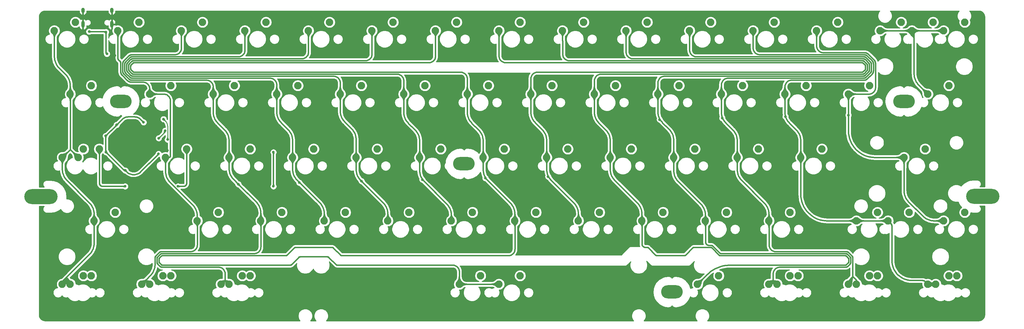
<source format=gbr>
G04 #@! TF.GenerationSoftware,KiCad,Pcbnew,(5.1.4)-1*
G04 #@! TF.CreationDate,2020-12-23T23:42:08-08:00*
G04 #@! TF.ProjectId,Nodu,4e6f6475-2e6b-4696-9361-645f70636258,rev?*
G04 #@! TF.SameCoordinates,Original*
G04 #@! TF.FileFunction,Copper,L1,Top*
G04 #@! TF.FilePolarity,Positive*
%FSLAX46Y46*%
G04 Gerber Fmt 4.6, Leading zero omitted, Abs format (unit mm)*
G04 Created by KiCad (PCBNEW (5.1.4)-1) date 2020-12-23 23:42:08*
%MOMM*%
%LPD*%
G04 APERTURE LIST*
%ADD10C,2.250000*%
%ADD11O,1.000000X2.100000*%
%ADD12O,1.000000X1.600000*%
%ADD13O,10.000000X4.500000*%
%ADD14O,6.500000X4.000000*%
%ADD15C,0.800000*%
%ADD16C,0.400000*%
%ADD17C,0.254000*%
%ADD18C,0.381000*%
%ADD19C,0.025400*%
G04 APERTURE END LIST*
D10*
X124127500Y-54595000D03*
X117777500Y-57135000D03*
D11*
X7330001Y1895000D03*
X15970001Y1895000D03*
D12*
X7330001Y6075000D03*
X15970001Y6075000D03*
D10*
X219377500Y-73645000D03*
X213027500Y-76185000D03*
X267002500Y-73644999D03*
X260652500Y-76184999D03*
X243190000Y-73645000D03*
X236840000Y-76185000D03*
X138415000Y-73645000D03*
X132065000Y-76185000D03*
X57452500Y-73644999D03*
X51102500Y-76184999D03*
X33640000Y-73645000D03*
X27290000Y-76185000D03*
X9827500Y-73645000D03*
X3477500Y-76185000D03*
X245571250Y-54595000D03*
X239221250Y-57135000D03*
X7446250Y-35545001D03*
X1096250Y-38085001D03*
X252715000Y2555000D03*
X246365000Y15000D03*
X269383750Y-73644999D03*
X263033750Y-76184999D03*
X245571250Y-73645000D03*
X239221250Y-76185000D03*
X221758750Y-73645000D03*
X215408750Y-76185000D03*
X197946250Y-73645000D03*
X191596250Y-76185000D03*
X126508750Y-73645000D03*
X120158750Y-76185000D03*
X55071250Y-73644999D03*
X48721250Y-76184999D03*
X31258750Y-73645000D03*
X24908750Y-76185000D03*
X7446250Y-73645000D03*
X1096250Y-76185000D03*
X271765000Y-54595000D03*
X265415000Y-57135000D03*
X255096250Y-54595000D03*
X248746250Y-57135000D03*
X219377500Y-54595000D03*
X213027500Y-57135000D03*
X200327500Y-54595000D03*
X193977500Y-57135000D03*
X181277500Y-54595000D03*
X174927500Y-57135000D03*
X162227500Y-54595000D03*
X155877500Y-57135000D03*
X143177500Y-54595000D03*
X136827500Y-57135000D03*
X105077500Y-54595000D03*
X98727500Y-57135000D03*
X86027500Y-54595000D03*
X79677500Y-57135000D03*
X66977500Y-54595000D03*
X60627500Y-57135000D03*
X47927500Y-54595000D03*
X41577500Y-57135000D03*
X16971250Y-54595000D03*
X10621250Y-57135000D03*
X271765000Y2555000D03*
X265415000Y15000D03*
X259858750Y-35545000D03*
X253508750Y-38085000D03*
X228902500Y-35545000D03*
X222552500Y-38085000D03*
X209852500Y-35545001D03*
X203502500Y-38085001D03*
X190802500Y-35545000D03*
X184452500Y-38085000D03*
X171752500Y-35545000D03*
X165402500Y-38085000D03*
X152702500Y-35545000D03*
X146352500Y-38085000D03*
X133652500Y-35545000D03*
X127302500Y-38085000D03*
X114602501Y-35545000D03*
X108252501Y-38085000D03*
X95552499Y-35545000D03*
X89202499Y-38085000D03*
X76502500Y-35545000D03*
X70152500Y-38085000D03*
X57452500Y-35545000D03*
X51102500Y-38085000D03*
X38402500Y-35545000D03*
X32052500Y-38085000D03*
X12208751Y-35545000D03*
X5858751Y-38085000D03*
X267002500Y-16495000D03*
X260652500Y-19035000D03*
X243190000Y-16495000D03*
X236840000Y-19035000D03*
X224140001Y-16495000D03*
X217790001Y-19035000D03*
X205090000Y-16494999D03*
X198740000Y-19034999D03*
X186040000Y-16495000D03*
X179690000Y-19035000D03*
X166990000Y-16495000D03*
X160640000Y-19035000D03*
X147940000Y-16495000D03*
X141590000Y-19035000D03*
X128890000Y-16495000D03*
X122540000Y-19035000D03*
X109840000Y-16494999D03*
X103490000Y-19034999D03*
X90789999Y-16495000D03*
X84439999Y-19035000D03*
X71740000Y-16495000D03*
X65390000Y-19035000D03*
X52690000Y-16495000D03*
X46340000Y-19035000D03*
X33640000Y-16495000D03*
X27290000Y-19035000D03*
X9827500Y-16494999D03*
X3477500Y-19034999D03*
X262240000Y2555000D03*
X255890000Y15000D03*
X233665000Y2555000D03*
X227315000Y15000D03*
X214615000Y2555000D03*
X208265000Y15000D03*
X195565000Y2555000D03*
X189215000Y15000D03*
X176515000Y2555000D03*
X170165000Y15000D03*
X157465000Y2555000D03*
X151115000Y15000D03*
X138415000Y2555000D03*
X132065000Y15000D03*
X119365000Y2555000D03*
X113015000Y15000D03*
X100315000Y2555000D03*
X93965000Y15000D03*
X81265000Y2555000D03*
X74915000Y15000D03*
X62215000Y2555000D03*
X55865000Y15000D03*
X43165000Y2555000D03*
X36815000Y15000D03*
X24115000Y2555000D03*
X17765000Y15000D03*
X5065000Y2555000D03*
X-1285000Y15000D03*
D13*
X277200001Y-49821250D03*
X-5249999Y-49875000D03*
D14*
X253500001Y-21225000D03*
X183950001Y-78525000D03*
X121587500Y-40000000D03*
X18650002Y-21225000D03*
D15*
X64437500Y-46775000D03*
X64437500Y-36537500D03*
X35807690Y-46775000D03*
X19950000Y-46775000D03*
X53916694Y-46141694D03*
X72174191Y-45672236D03*
X90848881Y-45218227D03*
X109066236Y-44764229D03*
X127989447Y-44310201D03*
X146816079Y-43856209D03*
X30030627Y-32317536D03*
X31965816Y-30066653D03*
X180260134Y-26734456D03*
X199022251Y-26280446D03*
X217997911Y-25826437D03*
X236840000Y-25372428D03*
X20028427Y-42028427D03*
X29975000Y-37025000D03*
X14225000Y-36525000D03*
X14125000Y-31625000D03*
X17400000Y-28300000D03*
X25477943Y-27527943D03*
X14025000Y-26725000D03*
X9724999Y-31625000D03*
X17225000Y-44825000D03*
X27775000Y-23925000D03*
X26875000Y-44575000D03*
X29725000Y-25975000D03*
X10175000Y-8525000D03*
X22165000Y-34195000D03*
X16875000Y-7425000D03*
X32605000Y-36005000D03*
X193155000Y-31015000D03*
X174055000Y-31015000D03*
X154955000Y-31105000D03*
X135885000Y-31095000D03*
X116825000Y-31085000D03*
X97785000Y-31055000D03*
X78725000Y-31125000D03*
X59695000Y-31125000D03*
X45365000Y-31095000D03*
X183495000Y-71575000D03*
X45415000Y-47185000D03*
X30885000Y-53015000D03*
X9905000Y-36995000D03*
X13425000Y-16835000D03*
X23105000Y-17255000D03*
X12465000Y-23815000D03*
X14500000Y-6975000D03*
X9165000Y-265000D03*
X14200000Y-395000D03*
X31464067Y-26585934D03*
X32693902Y-32725000D03*
D16*
X64437500Y-36537500D02*
X64437500Y-46775000D01*
X38402501Y-37135989D02*
X38402501Y-35545000D01*
X38397685Y-45873017D02*
X38402500Y-45775000D01*
X37785183Y-46698877D02*
X37873897Y-46656919D01*
X37692785Y-46731938D02*
X37785183Y-46698877D01*
X37597590Y-46755783D02*
X37692785Y-46731938D01*
X35807690Y-46775000D02*
X37402500Y-46775000D01*
X38284422Y-46246396D02*
X38326380Y-46157682D01*
X38036893Y-46548009D02*
X38109606Y-46482105D01*
X37402500Y-46775000D02*
X37500517Y-46770182D01*
X37873897Y-46656919D02*
X37958070Y-46606468D01*
X38359441Y-46065284D02*
X38383286Y-45970090D01*
X37958070Y-46606468D02*
X38036893Y-46548009D01*
X38109606Y-46482105D02*
X38175511Y-46409391D01*
X37500517Y-46770182D02*
X37597590Y-46755783D01*
X38175511Y-46409391D02*
X38233970Y-46330569D01*
X38233970Y-46330569D02*
X38284422Y-46246396D01*
X38402500Y-45775000D02*
X38402501Y-37135989D01*
X38383286Y-45970090D02*
X38397685Y-45873017D01*
X38326380Y-46157682D02*
X38359441Y-46065284D01*
X12208751Y-37135990D02*
X12208751Y-35545000D01*
X13208751Y-46775000D02*
X19950000Y-46775000D01*
X13208751Y-46775000D02*
X13110733Y-46770184D01*
X13110733Y-46770184D02*
X13013660Y-46755785D01*
X13013660Y-46755785D02*
X12918466Y-46731940D01*
X12918466Y-46731940D02*
X12826067Y-46698879D01*
X12826067Y-46698879D02*
X12737354Y-46656921D01*
X12737354Y-46656921D02*
X12653180Y-46606469D01*
X12653180Y-46606469D02*
X12574357Y-46548011D01*
X12574357Y-46548011D02*
X12501644Y-46482106D01*
X12501644Y-46482106D02*
X12435740Y-46409394D01*
X12435740Y-46409394D02*
X12377281Y-46330570D01*
X12377281Y-46330570D02*
X12326829Y-46246396D01*
X12326829Y-46246396D02*
X12284871Y-46157683D01*
X12284871Y-46157683D02*
X12251810Y-46065284D01*
X12251810Y-46065284D02*
X12227964Y-45970090D01*
X12227964Y-45970090D02*
X12213566Y-45873017D01*
X12213566Y-45873017D02*
X12208752Y-45775000D01*
X12208752Y-45775000D02*
X12208751Y-37135990D01*
X10621250Y-55121250D02*
X10621250Y-57135000D01*
X1096250Y-40007998D02*
X1101251Y-40012999D01*
X1096250Y-38085000D02*
X1096250Y-40007998D01*
X1101251Y-40012999D02*
X1101251Y-41237001D01*
X1101251Y-41237001D02*
X1096250Y-41242002D01*
X3482501Y-20962999D02*
X3482501Y-35698750D01*
X3477500Y-19035000D02*
X3477500Y-20957998D01*
X3477500Y-20957998D02*
X3482501Y-20962999D01*
X5858750Y-38074998D02*
X5858750Y-38085000D01*
X3482501Y-35698750D02*
X1096250Y-38085000D01*
X3482501Y-35708751D02*
X5858750Y-38085000D01*
X3482501Y-35698750D02*
X3482501Y-35708751D01*
X3477500Y-16527500D02*
X3477500Y-19035000D01*
X-1285000Y-1907998D02*
X-1279999Y-1912999D01*
X-1285000Y15000D02*
X-1285000Y-1907998D01*
X-1279999Y-1912999D02*
X-1279999Y-3137001D01*
X-1279999Y-3137001D02*
X-1285000Y-3142002D01*
X1096250Y-75378750D02*
X1096250Y-76185000D01*
X10621250Y-57135000D02*
X10621250Y-58725990D01*
X10621250Y-58725990D02*
X10626251Y-58730991D01*
X2275000Y-74200000D02*
X1096250Y-75378750D01*
X3477500Y-75377500D02*
X3477500Y-76185000D01*
X2275000Y-74200000D02*
X2300000Y-74200000D01*
X2300000Y-74200000D02*
X3477500Y-75377500D01*
X10626252Y-63848749D02*
X10626251Y-58730991D01*
X10626252Y-63848749D02*
X10620434Y-64085668D01*
X10620434Y-64085668D02*
X10603001Y-64322017D01*
X10603001Y-64322017D02*
X10573990Y-64557225D01*
X10573990Y-64557225D02*
X10533473Y-64790728D01*
X10533473Y-64790728D02*
X10481549Y-65021960D01*
X10481549Y-65021960D02*
X10418340Y-65250367D01*
X10418340Y-65250367D02*
X10344000Y-65475396D01*
X10344000Y-65475396D02*
X10258708Y-65696507D01*
X10258708Y-65696507D02*
X10162670Y-65913167D01*
X10162670Y-65913167D02*
X10056115Y-66124853D01*
X10056115Y-66124853D02*
X9939303Y-66331056D01*
X9939303Y-66331056D02*
X9812512Y-66531278D01*
X9812512Y-66531278D02*
X9676052Y-66725040D01*
X9676052Y-66725040D02*
X9530247Y-66911870D01*
X9530247Y-66911870D02*
X9375451Y-67091321D01*
X9375451Y-67091321D02*
X9212037Y-67262962D01*
X9212037Y-67262962D02*
X2275000Y-74200000D01*
X10621250Y-55121250D02*
X10615434Y-54884330D01*
X10615434Y-54884330D02*
X10597999Y-54647981D01*
X10597999Y-54647981D02*
X10568989Y-54412772D01*
X10568989Y-54412772D02*
X10528473Y-54179270D01*
X10528473Y-54179270D02*
X10476548Y-53948037D01*
X10476548Y-53948037D02*
X10413339Y-53719631D01*
X10413339Y-53719631D02*
X10338999Y-53494601D01*
X10338999Y-53494601D02*
X10253707Y-53273490D01*
X10253707Y-53273490D02*
X10157669Y-53056832D01*
X10157669Y-53056832D02*
X10051115Y-52845144D01*
X10051115Y-52845144D02*
X9934302Y-52638941D01*
X9934302Y-52638941D02*
X9807513Y-52438719D01*
X9807513Y-52438719D02*
X9671051Y-52244958D01*
X9671051Y-52244958D02*
X9525247Y-52058127D01*
X9525247Y-52058127D02*
X9370450Y-51878675D01*
X9370450Y-51878675D02*
X9207036Y-51707035D01*
X1096250Y-41596250D02*
X1096250Y-41242002D01*
X1096250Y-41596250D02*
X1102066Y-41833169D01*
X1102066Y-41833169D02*
X1119500Y-42069519D01*
X1119500Y-42069519D02*
X1148511Y-42304727D01*
X1148511Y-42304727D02*
X1189026Y-42538229D01*
X1189026Y-42538229D02*
X1240951Y-42769461D01*
X1240951Y-42769461D02*
X1304160Y-42997868D01*
X1304160Y-42997868D02*
X1378500Y-43222897D01*
X1378500Y-43222897D02*
X1463792Y-43444008D01*
X1463792Y-43444008D02*
X1559830Y-43660668D01*
X1559830Y-43660668D02*
X1666384Y-43872354D01*
X1666384Y-43872354D02*
X1783196Y-44078558D01*
X1783196Y-44078558D02*
X1909986Y-44278779D01*
X1909986Y-44278779D02*
X2046447Y-44472540D01*
X2046447Y-44472540D02*
X2192252Y-44659371D01*
X2192252Y-44659371D02*
X2347048Y-44838822D01*
X2347048Y-44838822D02*
X2510463Y-45010463D01*
X2510463Y-45010463D02*
X9207036Y-51707035D01*
X3477500Y-16527500D02*
X3471683Y-16290580D01*
X3471683Y-16290580D02*
X3454249Y-16054231D01*
X3454249Y-16054231D02*
X3425239Y-15819022D01*
X3425239Y-15819022D02*
X3384723Y-15585519D01*
X3384723Y-15585519D02*
X3332798Y-15354288D01*
X3332798Y-15354288D02*
X3269589Y-15125882D01*
X3269589Y-15125882D02*
X3195249Y-14900851D01*
X3195249Y-14900851D02*
X3109957Y-14679740D01*
X3109957Y-14679740D02*
X3013919Y-14463081D01*
X3013919Y-14463081D02*
X2907365Y-14251394D01*
X2907365Y-14251394D02*
X2790552Y-14045191D01*
X2790552Y-14045191D02*
X2663763Y-13844969D01*
X2663763Y-13844969D02*
X2527301Y-13651208D01*
X2527301Y-13651208D02*
X2381497Y-13464377D01*
X2381497Y-13464377D02*
X2226701Y-13284925D01*
X2226701Y-13284925D02*
X2063286Y-13113286D01*
X-1284999Y-7765000D02*
X-1285000Y-3142002D01*
X-1284999Y-7765000D02*
X-1279183Y-8001919D01*
X-1279183Y-8001919D02*
X-1261749Y-8238268D01*
X-1261749Y-8238268D02*
X-1232739Y-8473477D01*
X-1232739Y-8473477D02*
X-1192223Y-8706979D01*
X-1192223Y-8706979D02*
X-1140298Y-8938211D01*
X-1140298Y-8938211D02*
X-1077089Y-9166618D01*
X-1077089Y-9166618D02*
X-1002749Y-9391647D01*
X-1002749Y-9391647D02*
X-917457Y-9612758D01*
X-917457Y-9612758D02*
X-821419Y-9829418D01*
X-821419Y-9829418D02*
X-714865Y-10041104D01*
X-714865Y-10041104D02*
X-598053Y-10247307D01*
X-598053Y-10247307D02*
X-471263Y-10447529D01*
X-471263Y-10447529D02*
X-334802Y-10641290D01*
X-334802Y-10641290D02*
X-188997Y-10828121D01*
X-188997Y-10828121D02*
X-34201Y-11007572D01*
X-34201Y-11007572D02*
X129213Y-11179213D01*
X129213Y-11179213D02*
X2063286Y-13113286D01*
X17764999Y-1907998D02*
X17770001Y-1912999D01*
X17764999Y15000D02*
X17764999Y-1907998D01*
X17770001Y-1912999D02*
X17770001Y-3137001D01*
X17770001Y-3137001D02*
X17765000Y-3142002D01*
X25290000Y-15450060D02*
X25486034Y-15459690D01*
X25486034Y-15459690D02*
X25680180Y-15488489D01*
X25680180Y-15488489D02*
X25870569Y-15536179D01*
X25870569Y-15536179D02*
X26055366Y-15602300D01*
X26055366Y-15602300D02*
X26232793Y-15686217D01*
X26232793Y-15686217D02*
X26401140Y-15787120D01*
X26401140Y-15787120D02*
X26558787Y-15904039D01*
X26558787Y-15904039D02*
X26704213Y-16035847D01*
X26704213Y-16035847D02*
X26836021Y-16181273D01*
X26836021Y-16181273D02*
X26952938Y-16338919D01*
X26952938Y-16338919D02*
X27053842Y-16507266D01*
X27053842Y-16507266D02*
X27137759Y-16684693D01*
X27137759Y-16684693D02*
X27203880Y-16869490D01*
X27203880Y-16869490D02*
X27251570Y-17059879D01*
X27251570Y-17059879D02*
X27280369Y-17254025D01*
X27280369Y-17254025D02*
X27290000Y-17450060D01*
X27290000Y-17450060D02*
X27290000Y-19035000D01*
X20634616Y-14955085D02*
X20694690Y-15012281D01*
X20694690Y-15012281D02*
X20757498Y-15066458D01*
X20757498Y-15066458D02*
X20822889Y-15117490D01*
X20822889Y-15117490D02*
X20890705Y-15165251D01*
X20890705Y-15165251D02*
X20960783Y-15209628D01*
X20960783Y-15209628D02*
X21032954Y-15250512D01*
X21032954Y-15250512D02*
X21107043Y-15287806D01*
X21107043Y-15287806D02*
X21182875Y-15321421D01*
X21182875Y-15321421D02*
X21260264Y-15351272D01*
X21260264Y-15351272D02*
X21339024Y-15377291D01*
X21339024Y-15377291D02*
X21418966Y-15399414D01*
X21418966Y-15399414D02*
X21499898Y-15417587D01*
X21499898Y-15417587D02*
X21581623Y-15431768D01*
X21581623Y-15431768D02*
X21663946Y-15441922D01*
X21663946Y-15441922D02*
X21746669Y-15448025D01*
X21746669Y-15448025D02*
X21829591Y-15450060D01*
X21829591Y-15450060D02*
X25290000Y-15450060D01*
X18594624Y-12215093D02*
X18596658Y-12298014D01*
X18596658Y-12298014D02*
X18602760Y-12380736D01*
X18602760Y-12380736D02*
X18612914Y-12463060D01*
X18612914Y-12463060D02*
X18627094Y-12544785D01*
X18627094Y-12544785D02*
X18645268Y-12625717D01*
X18645268Y-12625717D02*
X18667391Y-12705659D01*
X18667391Y-12705659D02*
X18693409Y-12784419D01*
X18693409Y-12784419D02*
X18723262Y-12861808D01*
X18723262Y-12861808D02*
X18756876Y-12937639D01*
X18756876Y-12937639D02*
X18794170Y-13011729D01*
X18794170Y-13011729D02*
X18835054Y-13083900D01*
X18835054Y-13083900D02*
X18879430Y-13153978D01*
X18879430Y-13153978D02*
X18927192Y-13221794D01*
X18927192Y-13221794D02*
X18978223Y-13287185D01*
X18978223Y-13287185D02*
X19032402Y-13349993D01*
X19032402Y-13349993D02*
X19089599Y-13410067D01*
X19089599Y-13410067D02*
X20634616Y-14955085D01*
X18382491Y-9182491D02*
X18407003Y-9208236D01*
X18407003Y-9208236D02*
X18430222Y-9235154D01*
X18430222Y-9235154D02*
X18452093Y-9263179D01*
X18452093Y-9263179D02*
X18472562Y-9292243D01*
X18472562Y-9292243D02*
X18491581Y-9322277D01*
X18491581Y-9322277D02*
X18509103Y-9353207D01*
X18509103Y-9353207D02*
X18525086Y-9384960D01*
X18525086Y-9384960D02*
X18539492Y-9417459D01*
X18539492Y-9417459D02*
X18552285Y-9450626D01*
X18552285Y-9450626D02*
X18563436Y-9484380D01*
X18563436Y-9484380D02*
X18572918Y-9518641D01*
X18572918Y-9518641D02*
X18580706Y-9553326D01*
X18580706Y-9553326D02*
X18586784Y-9588352D01*
X18586784Y-9588352D02*
X18591135Y-9623633D01*
X18591135Y-9623633D02*
X18593751Y-9659085D01*
X18593751Y-9659085D02*
X18594624Y-9694624D01*
X18594624Y-9694624D02*
X18594624Y-12215093D01*
X17765000Y-8265001D02*
X17765000Y-3142002D01*
X17765000Y-8265001D02*
X17765872Y-8300538D01*
X17765872Y-8300538D02*
X17768487Y-8335991D01*
X17768487Y-8335991D02*
X17772838Y-8371271D01*
X17772838Y-8371271D02*
X17778916Y-8406296D01*
X17778916Y-8406296D02*
X17786706Y-8440981D01*
X17786706Y-8440981D02*
X17796186Y-8475242D01*
X17796186Y-8475242D02*
X17807337Y-8508997D01*
X17807337Y-8508997D02*
X17820131Y-8542163D01*
X17820131Y-8542163D02*
X17834537Y-8574662D01*
X17834537Y-8574662D02*
X17850520Y-8606415D01*
X17850520Y-8606415D02*
X17868043Y-8637346D01*
X17868043Y-8637346D02*
X17887060Y-8667379D01*
X17887060Y-8667379D02*
X17907529Y-8696443D01*
X17907529Y-8696443D02*
X17929400Y-8724468D01*
X17929400Y-8724468D02*
X17952619Y-8751385D01*
X17952619Y-8751385D02*
X17977132Y-8777133D01*
X17977132Y-8777133D02*
X18382491Y-9182491D01*
X26165001Y-75060001D02*
X27290000Y-76185000D01*
X26165001Y-74928749D02*
X26165001Y-75060001D01*
X26171875Y-74921875D02*
X26165001Y-74928749D01*
X26171875Y-74921875D02*
X24908750Y-76185000D01*
X41577500Y-57135000D02*
X41577500Y-58725990D01*
X41577500Y-58725990D02*
X41582501Y-58730991D01*
X39582501Y-66374991D02*
X39778535Y-66365360D01*
X39778535Y-66365360D02*
X39972681Y-66336561D01*
X39972681Y-66336561D02*
X40163070Y-66288871D01*
X40163070Y-66288871D02*
X40347867Y-66222750D01*
X40347867Y-66222750D02*
X40525295Y-66138833D01*
X40525295Y-66138833D02*
X40693641Y-66037930D01*
X40693641Y-66037930D02*
X40851287Y-65921011D01*
X40851287Y-65921011D02*
X40996714Y-65789204D01*
X40996714Y-65789204D02*
X41128521Y-65643777D01*
X41128521Y-65643777D02*
X41245440Y-65486131D01*
X41245440Y-65486131D02*
X41346343Y-65317785D01*
X41346343Y-65317785D02*
X41430260Y-65140357D01*
X41430260Y-65140357D02*
X41496381Y-64955560D01*
X41496381Y-64955560D02*
X41544071Y-64765171D01*
X41544071Y-64765171D02*
X41572870Y-64571025D01*
X41572870Y-64571025D02*
X41582501Y-64374991D01*
X41582501Y-64374991D02*
X41582501Y-58730991D01*
X30170841Y-66657833D02*
X30205168Y-66625149D01*
X30205168Y-66625149D02*
X30241059Y-66594190D01*
X30241059Y-66594190D02*
X30278425Y-66565029D01*
X30278425Y-66565029D02*
X30317176Y-66537737D01*
X30317176Y-66537737D02*
X30357222Y-66512379D01*
X30357222Y-66512379D02*
X30398462Y-66489016D01*
X30398462Y-66489016D02*
X30440800Y-66467706D01*
X30440800Y-66467706D02*
X30484132Y-66448498D01*
X30484132Y-66448498D02*
X30528354Y-66431440D01*
X30528354Y-66431440D02*
X30573361Y-66416572D01*
X30573361Y-66416572D02*
X30619041Y-66403930D01*
X30619041Y-66403930D02*
X30665288Y-66393545D01*
X30665288Y-66393545D02*
X30711988Y-66385442D01*
X30711988Y-66385442D02*
X30759030Y-66379640D01*
X30759030Y-66379640D02*
X30806301Y-66376153D01*
X30806301Y-66376153D02*
X30853684Y-66374991D01*
X30853684Y-66374991D02*
X39582501Y-66374991D01*
X30203525Y-66625149D02*
X30205168Y-66625149D01*
X28080915Y-72881626D02*
X28207705Y-72681404D01*
X27643853Y-73441669D02*
X27798649Y-73262218D01*
X28888836Y-70436016D02*
X28894653Y-70199098D01*
X27944454Y-73075387D02*
X28080915Y-72881626D01*
X27798649Y-73262218D02*
X27944454Y-73075387D01*
X27480439Y-73613310D02*
X27643853Y-73441669D01*
X26171875Y-74921875D02*
X27480439Y-73613310D01*
X28527110Y-72046855D02*
X28612402Y-71825744D01*
X28207705Y-72681404D02*
X28324517Y-72475201D01*
X28324517Y-72475201D02*
X28431071Y-72263516D01*
X28686742Y-71600715D02*
X28749950Y-71372309D01*
X28431071Y-72263516D02*
X28527110Y-72046855D01*
X28612402Y-71825744D02*
X28686742Y-71600715D01*
X28749950Y-71372309D02*
X28801875Y-71141076D01*
X28801875Y-71141076D02*
X28842391Y-70907574D01*
X28842391Y-70907574D02*
X28871402Y-70672366D01*
X28871402Y-70672366D02*
X28888836Y-70436016D01*
X29177495Y-67651178D02*
X30203525Y-66625149D01*
X29177495Y-67651178D02*
X29144811Y-67685505D01*
X29144811Y-67685505D02*
X29113853Y-67721396D01*
X29113853Y-67721396D02*
X29084691Y-67758762D01*
X29084691Y-67758762D02*
X29057399Y-67797514D01*
X29057399Y-67797514D02*
X29032041Y-67837559D01*
X29032041Y-67837559D02*
X29008679Y-67878799D01*
X29008679Y-67878799D02*
X28987368Y-67921137D01*
X28987368Y-67921137D02*
X28968160Y-67964469D01*
X28968160Y-67964469D02*
X28951102Y-68008691D01*
X28951102Y-68008691D02*
X28936234Y-68053697D01*
X28936234Y-68053697D02*
X28923592Y-68099378D01*
X28923592Y-68099378D02*
X28913207Y-68145625D01*
X28913207Y-68145625D02*
X28905103Y-68192325D01*
X28905103Y-68192325D02*
X28899302Y-68239367D01*
X28899302Y-68239367D02*
X28895815Y-68286637D01*
X28895815Y-68286637D02*
X28894653Y-68334021D01*
X28894653Y-68334021D02*
X28894653Y-70199098D01*
X31493901Y-19035000D02*
X27290000Y-19035000D01*
X31493901Y-19035000D02*
X31689935Y-19044630D01*
X31689935Y-19044630D02*
X31884081Y-19073429D01*
X31884081Y-19073429D02*
X32074470Y-19121119D01*
X32074470Y-19121119D02*
X32259267Y-19187240D01*
X32259267Y-19187240D02*
X32436694Y-19271157D01*
X32436694Y-19271157D02*
X32605041Y-19372061D01*
X32605041Y-19372061D02*
X32762687Y-19488979D01*
X32762687Y-19488979D02*
X32908114Y-19620785D01*
X32908114Y-19620785D02*
X33039921Y-19766213D01*
X33039921Y-19766213D02*
X33156840Y-19923859D01*
X33156840Y-19923859D02*
X33257743Y-20092206D01*
X33257743Y-20092206D02*
X33341660Y-20269633D01*
X33341660Y-20269633D02*
X33407781Y-20454430D01*
X33407781Y-20454430D02*
X33455471Y-20644819D01*
X33455471Y-20644819D02*
X33484270Y-20838965D01*
X33484270Y-20838965D02*
X33493901Y-21035000D01*
X32993901Y-38085000D02*
X32052500Y-38085000D01*
X32993901Y-38085000D02*
X33042909Y-38082592D01*
X33042909Y-38082592D02*
X33091446Y-38075392D01*
X33091446Y-38075392D02*
X33139043Y-38063470D01*
X33139043Y-38063470D02*
X33185242Y-38046939D01*
X33185242Y-38046939D02*
X33229599Y-38025960D01*
X33229599Y-38025960D02*
X33271686Y-38000734D01*
X33271686Y-38000734D02*
X33311097Y-37971505D01*
X33311097Y-37971505D02*
X33347454Y-37938553D01*
X33347454Y-37938553D02*
X33380405Y-37902196D01*
X33380405Y-37902196D02*
X33409634Y-37862785D01*
X33409634Y-37862785D02*
X33434861Y-37820698D01*
X33434861Y-37820698D02*
X33455840Y-37776341D01*
X33455840Y-37776341D02*
X33472371Y-37730142D01*
X33472371Y-37730142D02*
X33484293Y-37682545D01*
X33484293Y-37682545D02*
X33491493Y-37634008D01*
X33491493Y-37634008D02*
X33493901Y-37585000D01*
X33493901Y-37585000D02*
X33493901Y-21035000D01*
X32057501Y-40012999D02*
X32052500Y-40007998D01*
X32057501Y-41237001D02*
X32057501Y-40012999D01*
X32052500Y-42202500D02*
X32052500Y-41242001D01*
X32052500Y-41242001D02*
X32057501Y-41237001D01*
X32058317Y-42439419D02*
X32052500Y-42202500D01*
X32075750Y-42675768D02*
X32058317Y-42439419D01*
X33002697Y-45078790D02*
X32866236Y-44885029D01*
X32052500Y-40007998D02*
X32052500Y-38085000D01*
X33148502Y-45265621D02*
X33002697Y-45078790D01*
X33303298Y-45445072D02*
X33148502Y-45265621D01*
X33466713Y-45616713D02*
X33303298Y-45445072D01*
X32622634Y-44478604D02*
X32516081Y-44266918D01*
X32866236Y-44885029D02*
X32739446Y-44684807D01*
X32516081Y-44266918D02*
X32420042Y-44050258D01*
X32420042Y-44050258D02*
X32334750Y-43829147D01*
X32197202Y-43375711D02*
X32145276Y-43144479D01*
X32334750Y-43829147D02*
X32260410Y-43604118D01*
X32739446Y-44684807D02*
X32622634Y-44478604D01*
X32260410Y-43604118D02*
X32197202Y-43375711D01*
X32145276Y-43144479D02*
X32104760Y-42910976D01*
X32104760Y-42910976D02*
X32075750Y-42675768D01*
X41577500Y-55727500D02*
X41577500Y-57135000D01*
X41577500Y-55727500D02*
X41571682Y-55490580D01*
X41571682Y-55490580D02*
X41554248Y-55254231D01*
X41554248Y-55254231D02*
X41525238Y-55019022D01*
X41525238Y-55019022D02*
X41484722Y-54785520D01*
X41484722Y-54785520D02*
X41432797Y-54554287D01*
X41432797Y-54554287D02*
X41369588Y-54325881D01*
X41369588Y-54325881D02*
X41295248Y-54100851D01*
X41295248Y-54100851D02*
X41209956Y-53879740D01*
X41209956Y-53879740D02*
X41113919Y-53663081D01*
X41113919Y-53663081D02*
X41007364Y-53451395D01*
X41007364Y-53451395D02*
X40890552Y-53245192D01*
X40890552Y-53245192D02*
X40763762Y-53044969D01*
X40763762Y-53044969D02*
X40627301Y-52851208D01*
X40627301Y-52851208D02*
X40481496Y-52664378D01*
X40481496Y-52664378D02*
X40326700Y-52484926D01*
X40326700Y-52484926D02*
X40163286Y-52313286D01*
X40163286Y-52313286D02*
X33466713Y-45616713D01*
X46340000Y-20957998D02*
X46345001Y-20962999D01*
X46340000Y-19035000D02*
X46340000Y-20957998D01*
X46345001Y-20962999D02*
X46345000Y-22187001D01*
X46345000Y-22187001D02*
X46340000Y-22192002D01*
X51102500Y-33127500D02*
X51102500Y-38085000D01*
X36815000Y-1575990D02*
X36820001Y-1580991D01*
X36815001Y15000D02*
X36815000Y-1575990D01*
X34820001Y-7199952D02*
X35016035Y-7190321D01*
X35016035Y-7190321D02*
X35210181Y-7161522D01*
X35210181Y-7161522D02*
X35400570Y-7113832D01*
X35400570Y-7113832D02*
X35585367Y-7047711D01*
X35585367Y-7047711D02*
X35762794Y-6963794D01*
X35762794Y-6963794D02*
X35931141Y-6862891D01*
X35931141Y-6862891D02*
X36088787Y-6745973D01*
X36088787Y-6745973D02*
X36234214Y-6614165D01*
X36234214Y-6614165D02*
X36366021Y-6468739D01*
X36366021Y-6468739D02*
X36482940Y-6311092D01*
X36482940Y-6311092D02*
X36583843Y-6142745D01*
X36583843Y-6142745D02*
X36667760Y-5965318D01*
X36667760Y-5965318D02*
X36733881Y-5780521D01*
X36733881Y-5780521D02*
X36781571Y-5590132D01*
X36781571Y-5590132D02*
X36810370Y-5395986D01*
X36810370Y-5395986D02*
X36820001Y-5199952D01*
X36820001Y-5199952D02*
X36820001Y-1580991D01*
X44340000Y-14850051D02*
X44536034Y-14859680D01*
X44536034Y-14859680D02*
X44730180Y-14888479D01*
X44730180Y-14888479D02*
X44920568Y-14936169D01*
X44920568Y-14936169D02*
X45105366Y-15002290D01*
X45105366Y-15002290D02*
X45282793Y-15086206D01*
X45282793Y-15086206D02*
X45451140Y-15187110D01*
X45451140Y-15187110D02*
X45608786Y-15304029D01*
X45608786Y-15304029D02*
X45754213Y-15435836D01*
X45754213Y-15435836D02*
X45886020Y-15581263D01*
X45886020Y-15581263D02*
X46002939Y-15738908D01*
X46002939Y-15738908D02*
X46103842Y-15907256D01*
X46103842Y-15907256D02*
X46187759Y-16084683D01*
X46187759Y-16084683D02*
X46253880Y-16269480D01*
X46253880Y-16269480D02*
X46301570Y-16459869D01*
X46301570Y-16459869D02*
X46330369Y-16654015D01*
X46330369Y-16654015D02*
X46340000Y-16850050D01*
X46340000Y-16850050D02*
X46340000Y-19035000D01*
X20957904Y-7624216D02*
X21009396Y-7575191D01*
X21009396Y-7575191D02*
X21063231Y-7528752D01*
X21063231Y-7528752D02*
X21119280Y-7485011D01*
X21119280Y-7485011D02*
X21177409Y-7444071D01*
X21177409Y-7444071D02*
X21237475Y-7406035D01*
X21237475Y-7406035D02*
X21299336Y-7370992D01*
X21299336Y-7370992D02*
X21362842Y-7339025D01*
X21362842Y-7339025D02*
X21427840Y-7310214D01*
X21427840Y-7310214D02*
X21494175Y-7284626D01*
X21494175Y-7284626D02*
X21561683Y-7262324D01*
X21561683Y-7262324D02*
X21630205Y-7243362D01*
X21630205Y-7243362D02*
X21699574Y-7227784D01*
X21699574Y-7227784D02*
X21769625Y-7215629D01*
X21769625Y-7215629D02*
X21840188Y-7206926D01*
X21840188Y-7206926D02*
X21911093Y-7201696D01*
X21911093Y-7201696D02*
X21982169Y-7199952D01*
X21982169Y-7199952D02*
X34820001Y-7199952D01*
X19194632Y-9987488D02*
X19196375Y-9916412D01*
X19196375Y-9916412D02*
X19201606Y-9845507D01*
X19201606Y-9845507D02*
X19210309Y-9774944D01*
X19210309Y-9774944D02*
X19222464Y-9704894D01*
X19222464Y-9704894D02*
X19238041Y-9635524D01*
X19238041Y-9635524D02*
X19257004Y-9567002D01*
X19257004Y-9567002D02*
X19279306Y-9499493D01*
X19279306Y-9499493D02*
X19304893Y-9433160D01*
X19304893Y-9433160D02*
X19333705Y-9368162D01*
X19333705Y-9368162D02*
X19365671Y-9304656D01*
X19365671Y-9304656D02*
X19400714Y-9242795D01*
X19400714Y-9242795D02*
X19438751Y-9182728D01*
X19438751Y-9182728D02*
X19479689Y-9124601D01*
X19479689Y-9124601D02*
X19523430Y-9068551D01*
X19523430Y-9068551D02*
X19569869Y-9014715D01*
X19569869Y-9014715D02*
X19618895Y-8963224D01*
X19618895Y-8963224D02*
X20957904Y-7624216D01*
X19618898Y-13090824D02*
X19569873Y-13039331D01*
X19569873Y-13039331D02*
X19523433Y-12985496D01*
X19523433Y-12985496D02*
X19479692Y-12929447D01*
X19479692Y-12929447D02*
X19438753Y-12871319D01*
X19438753Y-12871319D02*
X19400716Y-12811252D01*
X19400716Y-12811252D02*
X19365674Y-12749391D01*
X19365674Y-12749391D02*
X19333706Y-12685885D01*
X19333706Y-12685885D02*
X19304895Y-12620887D01*
X19304895Y-12620887D02*
X19279307Y-12554554D01*
X19279307Y-12554554D02*
X19257005Y-12487045D01*
X19257005Y-12487045D02*
X19238042Y-12418523D01*
X19238042Y-12418523D02*
X19222465Y-12349153D01*
X19222465Y-12349153D02*
X19210309Y-12279103D01*
X19210309Y-12279103D02*
X19201606Y-12208540D01*
X19201606Y-12208540D02*
X19196376Y-12137636D01*
X19196376Y-12137636D02*
X19194632Y-12066560D01*
X19194632Y-12066560D02*
X19194632Y-9987488D01*
X21978123Y-14850050D02*
X44340000Y-14850051D01*
X21978123Y-14850050D02*
X21907047Y-14848305D01*
X21907047Y-14848305D02*
X21836142Y-14843073D01*
X21836142Y-14843073D02*
X21765579Y-14834371D01*
X21765579Y-14834371D02*
X21695527Y-14822216D01*
X21695527Y-14822216D02*
X21626158Y-14806639D01*
X21626158Y-14806639D02*
X21557636Y-14787677D01*
X21557636Y-14787677D02*
X21490127Y-14765374D01*
X21490127Y-14765374D02*
X21423794Y-14739786D01*
X21423794Y-14739786D02*
X21358796Y-14710975D01*
X21358796Y-14710975D02*
X21295290Y-14679009D01*
X21295290Y-14679009D02*
X21233430Y-14643965D01*
X21233430Y-14643965D02*
X21173362Y-14605928D01*
X21173362Y-14605928D02*
X21115234Y-14564990D01*
X21115234Y-14564990D02*
X21059184Y-14521248D01*
X21059184Y-14521248D02*
X21005349Y-14474809D01*
X21005349Y-14474809D02*
X20953858Y-14425784D01*
X20953858Y-14425784D02*
X19618898Y-13090824D01*
X46340000Y-24365000D02*
X46340000Y-22192002D01*
X46340000Y-24365000D02*
X46345816Y-24601919D01*
X46345816Y-24601919D02*
X46363250Y-24838268D01*
X46363250Y-24838268D02*
X46392260Y-25073477D01*
X46392260Y-25073477D02*
X46432776Y-25306979D01*
X46432776Y-25306979D02*
X46484701Y-25538211D01*
X46484701Y-25538211D02*
X46547910Y-25766618D01*
X46547910Y-25766618D02*
X46622250Y-25991647D01*
X46622250Y-25991647D02*
X46707543Y-26212758D01*
X46707543Y-26212758D02*
X46803580Y-26429418D01*
X46803580Y-26429418D02*
X46910134Y-26641104D01*
X46910134Y-26641104D02*
X47026946Y-26847307D01*
X47026946Y-26847307D02*
X47153736Y-27047529D01*
X47153736Y-27047529D02*
X47290197Y-27241290D01*
X47290197Y-27241290D02*
X47436002Y-27428121D01*
X47436002Y-27428121D02*
X47590797Y-27607572D01*
X47590797Y-27607572D02*
X47754213Y-27779213D01*
X51102500Y-33127500D02*
X51096683Y-32890580D01*
X51096683Y-32890580D02*
X51079249Y-32654231D01*
X51079249Y-32654231D02*
X51050239Y-32419021D01*
X51050239Y-32419021D02*
X51009722Y-32185520D01*
X51009722Y-32185520D02*
X50957798Y-31954288D01*
X50957798Y-31954288D02*
X50894589Y-31725881D01*
X50894589Y-31725881D02*
X50820249Y-31500851D01*
X50820249Y-31500851D02*
X50734957Y-31279740D01*
X50734957Y-31279740D02*
X50638919Y-31063081D01*
X50638919Y-31063081D02*
X50532365Y-30851394D01*
X50532365Y-30851394D02*
X50415552Y-30645191D01*
X50415552Y-30645191D02*
X50288763Y-30444969D01*
X50288763Y-30444969D02*
X50152301Y-30251207D01*
X50152301Y-30251207D02*
X50006497Y-30064377D01*
X50006497Y-30064377D02*
X49851701Y-29884925D01*
X49851701Y-29884925D02*
X49688286Y-29713286D01*
X49688286Y-29713286D02*
X47754213Y-27779213D01*
X51102500Y-40007998D02*
X51107500Y-40012999D01*
X51102500Y-38085000D02*
X51102500Y-40007998D01*
X51107501Y-41237002D02*
X51102500Y-41242002D01*
X51107500Y-40012999D02*
X51107501Y-41237002D01*
X60627500Y-54852500D02*
X60627500Y-57135000D01*
X51102500Y-41327500D02*
X51102500Y-41242002D01*
X51102500Y-41327500D02*
X51108316Y-41564419D01*
X51108316Y-41564419D02*
X51125750Y-41800768D01*
X51125750Y-41800768D02*
X51154760Y-42035977D01*
X51154760Y-42035977D02*
X51195276Y-42269479D01*
X51195276Y-42269479D02*
X51247201Y-42500711D01*
X51247201Y-42500711D02*
X51310410Y-42729118D01*
X51310410Y-42729118D02*
X51384750Y-42954147D01*
X51384750Y-42954147D02*
X51470042Y-43175258D01*
X51470042Y-43175258D02*
X51566080Y-43391918D01*
X51566080Y-43391918D02*
X51672634Y-43603604D01*
X51672634Y-43603604D02*
X51789446Y-43809807D01*
X51789446Y-43809807D02*
X51916235Y-44010029D01*
X51916235Y-44010029D02*
X52052697Y-44203790D01*
X52052697Y-44203790D02*
X52198502Y-44390621D01*
X52198502Y-44390621D02*
X52353298Y-44570072D01*
X52353298Y-44570072D02*
X52516713Y-44741713D01*
X60627500Y-54852500D02*
X60621683Y-54615580D01*
X60621683Y-54615580D02*
X60604248Y-54379231D01*
X60604248Y-54379231D02*
X60575239Y-54144022D01*
X60575239Y-54144022D02*
X60534723Y-53910520D01*
X60534723Y-53910520D02*
X60482798Y-53679286D01*
X60482798Y-53679286D02*
X60419590Y-53450881D01*
X60419590Y-53450881D02*
X60345249Y-53225851D01*
X60345249Y-53225851D02*
X60259957Y-53004740D01*
X60259957Y-53004740D02*
X60163919Y-52788081D01*
X60163919Y-52788081D02*
X60057365Y-52576394D01*
X60057365Y-52576394D02*
X59940552Y-52370191D01*
X59940552Y-52370191D02*
X59813763Y-52169969D01*
X59813763Y-52169969D02*
X59677301Y-51976208D01*
X59677301Y-51976208D02*
X59531497Y-51789377D01*
X59531497Y-51789377D02*
X59376701Y-51609925D01*
X59376701Y-51609925D02*
X59213286Y-51438286D01*
X49925000Y-75007500D02*
X51102500Y-76185000D01*
X49898749Y-75007500D02*
X48721250Y-76185000D01*
X49925000Y-75007500D02*
X49898749Y-75007500D01*
X60627500Y-58725990D02*
X60632501Y-58730992D01*
X60627500Y-57135000D02*
X60627500Y-58725990D01*
X60632501Y-64975000D02*
X60632501Y-58730992D01*
X60632501Y-64975000D02*
X60622869Y-65171034D01*
X60622869Y-65171034D02*
X60594070Y-65365180D01*
X60594070Y-65365180D02*
X60546380Y-65555569D01*
X60546380Y-65555569D02*
X60480259Y-65740366D01*
X60480259Y-65740366D02*
X60396341Y-65917793D01*
X60396341Y-65917793D02*
X60295439Y-66086140D01*
X60295439Y-66086140D02*
X60178521Y-66243786D01*
X60178521Y-66243786D02*
X60046713Y-66389213D01*
X60046713Y-66389213D02*
X59901287Y-66521020D01*
X59901287Y-66521020D02*
X59743640Y-66637938D01*
X59743640Y-66637938D02*
X59575294Y-66738842D01*
X59575294Y-66738842D02*
X59397867Y-66822758D01*
X59397867Y-66822758D02*
X59213070Y-66888880D01*
X59213070Y-66888880D02*
X59022681Y-66936571D01*
X59022681Y-66936571D02*
X58828535Y-66965370D01*
X58828535Y-66965370D02*
X58632501Y-66975000D01*
X49925000Y-73050021D02*
X49925000Y-75007500D01*
X49925000Y-73050021D02*
X49915369Y-72853985D01*
X49915369Y-72853985D02*
X49886570Y-72659839D01*
X49886570Y-72659839D02*
X49838880Y-72469451D01*
X49838880Y-72469451D02*
X49772759Y-72284653D01*
X49772759Y-72284653D02*
X49688842Y-72107227D01*
X49688842Y-72107227D02*
X49587939Y-71938879D01*
X49587939Y-71938879D02*
X49471020Y-71781233D01*
X49471020Y-71781233D02*
X49339213Y-71635806D01*
X49339213Y-71635806D02*
X49193786Y-71503999D01*
X49193786Y-71503999D02*
X49036140Y-71387079D01*
X49036140Y-71387079D02*
X48867793Y-71286177D01*
X48867793Y-71286177D02*
X48690366Y-71202260D01*
X48690366Y-71202260D02*
X48505569Y-71136139D01*
X48505569Y-71136139D02*
X48315180Y-71088449D01*
X48315180Y-71088449D02*
X48121034Y-71059650D01*
X48121034Y-71059650D02*
X47924999Y-71050020D01*
X30490084Y-67187132D02*
X30515829Y-67162619D01*
X30515829Y-67162619D02*
X30542747Y-67139401D01*
X30542747Y-67139401D02*
X30570772Y-67117529D01*
X30570772Y-67117529D02*
X30599836Y-67097060D01*
X30599836Y-67097060D02*
X30629870Y-67078041D01*
X30629870Y-67078041D02*
X30660800Y-67060519D01*
X30660800Y-67060519D02*
X30692553Y-67044536D01*
X30692553Y-67044536D02*
X30725052Y-67030131D01*
X30725052Y-67030131D02*
X30758219Y-67017337D01*
X30758219Y-67017337D02*
X30791973Y-67006186D01*
X30791973Y-67006186D02*
X30826235Y-66996705D01*
X30826235Y-66996705D02*
X30860919Y-66988916D01*
X30860919Y-66988916D02*
X30895945Y-66982838D01*
X30895945Y-66982838D02*
X30931226Y-66978487D01*
X30931226Y-66978487D02*
X30966678Y-66975872D01*
X30966678Y-66975872D02*
X31002217Y-66975000D01*
X31002217Y-66975000D02*
X58632501Y-66975000D01*
X29494662Y-68482554D02*
X29495533Y-68447016D01*
X29495533Y-68447016D02*
X29498148Y-68411563D01*
X29498148Y-68411563D02*
X29502500Y-68376282D01*
X29502500Y-68376282D02*
X29508577Y-68341257D01*
X29508577Y-68341257D02*
X29516366Y-68306572D01*
X29516366Y-68306572D02*
X29525847Y-68272311D01*
X29525847Y-68272311D02*
X29536998Y-68238556D01*
X29536998Y-68238556D02*
X29549792Y-68205390D01*
X29549792Y-68205390D02*
X29564197Y-68172892D01*
X29564197Y-68172892D02*
X29580180Y-68141138D01*
X29580180Y-68141138D02*
X29597702Y-68110207D01*
X29597702Y-68110207D02*
X29616721Y-68080174D01*
X29616721Y-68080174D02*
X29637190Y-68051109D01*
X29637190Y-68051109D02*
X29659060Y-68023085D01*
X29659060Y-68023085D02*
X29682280Y-67996166D01*
X29682280Y-67996166D02*
X29706793Y-67970422D01*
X29706793Y-67970422D02*
X30490084Y-67187132D01*
X29706795Y-70079577D02*
X29682282Y-70053830D01*
X29682282Y-70053830D02*
X29659063Y-70026914D01*
X29659063Y-70026914D02*
X29637192Y-69998888D01*
X29637192Y-69998888D02*
X29616723Y-69969825D01*
X29616723Y-69969825D02*
X29597705Y-69939791D01*
X29597705Y-69939791D02*
X29580182Y-69908860D01*
X29580182Y-69908860D02*
X29564199Y-69877107D01*
X29564199Y-69877107D02*
X29549793Y-69844608D01*
X29549793Y-69844608D02*
X29536999Y-69811442D01*
X29536999Y-69811442D02*
X29525848Y-69777687D01*
X29525848Y-69777687D02*
X29516367Y-69743426D01*
X29516367Y-69743426D02*
X29508578Y-69708741D01*
X29508578Y-69708741D02*
X29502501Y-69673717D01*
X29502501Y-69673717D02*
X29498149Y-69638435D01*
X29498149Y-69638435D02*
X29495534Y-69602983D01*
X29495534Y-69602983D02*
X29494662Y-69567445D01*
X29494662Y-69567445D02*
X29494662Y-68482554D01*
X30977238Y-71050020D02*
X47924999Y-71050020D01*
X30977238Y-71050020D02*
X30941699Y-71049147D01*
X30941699Y-71049147D02*
X30906247Y-71046532D01*
X30906247Y-71046532D02*
X30870966Y-71042180D01*
X30870966Y-71042180D02*
X30835940Y-71036103D01*
X30835940Y-71036103D02*
X30801255Y-71028314D01*
X30801255Y-71028314D02*
X30766995Y-71018833D01*
X30766995Y-71018833D02*
X30733240Y-71007682D01*
X30733240Y-71007682D02*
X30700073Y-70994888D01*
X30700073Y-70994888D02*
X30667574Y-70980482D01*
X30667574Y-70980482D02*
X30635821Y-70964499D01*
X30635821Y-70964499D02*
X30604890Y-70946977D01*
X30604890Y-70946977D02*
X30574858Y-70927959D01*
X30574858Y-70927959D02*
X30545793Y-70907489D01*
X30545793Y-70907489D02*
X30517769Y-70885619D01*
X30517769Y-70885619D02*
X30490850Y-70862399D01*
X30490850Y-70862399D02*
X30465105Y-70837887D01*
X30465105Y-70837887D02*
X29706795Y-70079577D01*
X59213286Y-51438286D02*
X53916694Y-46141694D01*
X53916694Y-46141694D02*
X52516713Y-44741713D01*
X70152499Y-36494010D02*
X70152500Y-38085000D01*
X65390000Y-20957998D02*
X65395001Y-20962999D01*
X65390000Y-19035000D02*
X65390000Y-20957998D01*
X65395001Y-20962999D02*
X65395002Y-22187001D01*
X65395002Y-22187001D02*
X65390000Y-22192002D01*
X55865000Y-1907998D02*
X55870001Y-1912999D01*
X55865000Y15000D02*
X55865000Y-1907998D01*
X55870001Y-5799961D02*
X55870001Y-1912999D01*
X55870001Y-5799961D02*
X55860369Y-5995995D01*
X55860369Y-5995995D02*
X55831570Y-6190141D01*
X55831570Y-6190141D02*
X55783880Y-6380530D01*
X55783880Y-6380530D02*
X55717759Y-6565327D01*
X55717759Y-6565327D02*
X55633842Y-6742754D01*
X55633842Y-6742754D02*
X55532939Y-6911101D01*
X55532939Y-6911101D02*
X55416021Y-7068747D01*
X55416021Y-7068747D02*
X55284213Y-7214174D01*
X55284213Y-7214174D02*
X55138787Y-7345981D01*
X55138787Y-7345981D02*
X54981140Y-7462899D01*
X54981140Y-7462899D02*
X54812794Y-7563803D01*
X54812794Y-7563803D02*
X54635366Y-7647719D01*
X54635366Y-7647719D02*
X54450570Y-7713841D01*
X54450570Y-7713841D02*
X54260181Y-7761531D01*
X54260181Y-7761531D02*
X54066035Y-7790330D01*
X54066035Y-7790330D02*
X53870001Y-7799960D01*
X65390000Y-16250040D02*
X65390000Y-19035000D01*
X65390000Y-16250040D02*
X65380369Y-16054005D01*
X65380369Y-16054005D02*
X65351570Y-15859859D01*
X65351570Y-15859859D02*
X65303880Y-15669470D01*
X65303880Y-15669470D02*
X65237759Y-15484673D01*
X65237759Y-15484673D02*
X65153842Y-15307246D01*
X65153842Y-15307246D02*
X65052939Y-15138899D01*
X65052939Y-15138899D02*
X64936020Y-14981253D01*
X64936020Y-14981253D02*
X64804213Y-14835826D01*
X64804213Y-14835826D02*
X64658786Y-14704020D01*
X64658786Y-14704020D02*
X64501140Y-14587100D01*
X64501140Y-14587100D02*
X64332793Y-14486197D01*
X64332793Y-14486197D02*
X64155366Y-14402280D01*
X64155366Y-14402280D02*
X63970569Y-14336159D01*
X63970569Y-14336159D02*
X63780180Y-14288469D01*
X63780180Y-14288469D02*
X63586034Y-14259670D01*
X63586034Y-14259670D02*
X63390000Y-14250040D01*
X21277148Y-8153515D02*
X21320057Y-8112660D01*
X21320057Y-8112660D02*
X21364920Y-8073961D01*
X21364920Y-8073961D02*
X21411628Y-8037509D01*
X21411628Y-8037509D02*
X21460068Y-8003394D01*
X21460068Y-8003394D02*
X21510124Y-7971698D01*
X21510124Y-7971698D02*
X21561675Y-7942494D01*
X21561675Y-7942494D02*
X21614596Y-7915855D01*
X21614596Y-7915855D02*
X21668761Y-7891846D01*
X21668761Y-7891846D02*
X21724039Y-7870523D01*
X21724039Y-7870523D02*
X21780297Y-7851938D01*
X21780297Y-7851938D02*
X21837398Y-7836136D01*
X21837398Y-7836136D02*
X21895206Y-7823154D01*
X21895206Y-7823154D02*
X21953583Y-7813025D01*
X21953583Y-7813025D02*
X22012384Y-7805773D01*
X22012384Y-7805773D02*
X22071472Y-7801414D01*
X22071472Y-7801414D02*
X22130702Y-7799961D01*
X22130702Y-7799961D02*
X53870001Y-7799960D01*
X19794642Y-10136021D02*
X19796095Y-10076791D01*
X19796095Y-10076791D02*
X19800454Y-10017703D01*
X19800454Y-10017703D02*
X19807706Y-9958901D01*
X19807706Y-9958901D02*
X19817835Y-9900525D01*
X19817835Y-9900525D02*
X19830817Y-9842717D01*
X19830817Y-9842717D02*
X19846619Y-9785616D01*
X19846619Y-9785616D02*
X19865203Y-9729358D01*
X19865203Y-9729358D02*
X19886527Y-9674080D01*
X19886527Y-9674080D02*
X19910536Y-9619915D01*
X19910536Y-9619915D02*
X19937175Y-9566994D01*
X19937175Y-9566994D02*
X19966378Y-9515443D01*
X19966378Y-9515443D02*
X19998075Y-9465387D01*
X19998075Y-9465387D02*
X20032190Y-9416947D01*
X20032190Y-9416947D02*
X20068642Y-9370239D01*
X20068642Y-9370239D02*
X20107341Y-9325376D01*
X20107341Y-9325376D02*
X20148195Y-9282467D01*
X20148195Y-9282467D02*
X21277148Y-8153515D01*
X20148195Y-12771580D02*
X20107341Y-12728669D01*
X20107341Y-12728669D02*
X20068642Y-12683806D01*
X20068642Y-12683806D02*
X20032191Y-12637098D01*
X20032191Y-12637098D02*
X19998077Y-12588658D01*
X19998077Y-12588658D02*
X19966378Y-12538603D01*
X19966378Y-12538603D02*
X19937175Y-12487052D01*
X19937175Y-12487052D02*
X19910537Y-12434131D01*
X19910537Y-12434131D02*
X19886527Y-12379966D01*
X19886527Y-12379966D02*
X19865204Y-12324688D01*
X19865204Y-12324688D02*
X19846619Y-12268431D01*
X19846619Y-12268431D02*
X19830817Y-12211330D01*
X19830817Y-12211330D02*
X19817836Y-12153521D01*
X19817836Y-12153521D02*
X19807707Y-12095146D01*
X19807707Y-12095146D02*
X19800454Y-12036344D01*
X19800454Y-12036344D02*
X19796095Y-11977256D01*
X19796095Y-11977256D02*
X19794642Y-11918027D01*
X19794642Y-11918027D02*
X19794642Y-10136021D01*
X22126655Y-14250040D02*
X63390000Y-14250040D01*
X22126655Y-14250040D02*
X22067425Y-14248585D01*
X22067425Y-14248585D02*
X22008337Y-14244227D01*
X22008337Y-14244227D02*
X21949535Y-14236974D01*
X21949535Y-14236974D02*
X21891159Y-14226845D01*
X21891159Y-14226845D02*
X21833351Y-14213864D01*
X21833351Y-14213864D02*
X21776250Y-14198062D01*
X21776250Y-14198062D02*
X21719992Y-14179477D01*
X21719992Y-14179477D02*
X21664714Y-14158154D01*
X21664714Y-14158154D02*
X21610549Y-14134144D01*
X21610549Y-14134144D02*
X21557628Y-14107506D01*
X21557628Y-14107506D02*
X21506077Y-14078303D01*
X21506077Y-14078303D02*
X21456021Y-14046605D01*
X21456021Y-14046605D02*
X21407581Y-14012490D01*
X21407581Y-14012490D02*
X21360873Y-13976039D01*
X21360873Y-13976039D02*
X21316010Y-13937340D01*
X21316010Y-13937340D02*
X21273100Y-13896486D01*
X21273100Y-13896486D02*
X20148195Y-12771580D01*
X65390000Y-24290000D02*
X65390000Y-22192002D01*
X65390000Y-24290000D02*
X65395816Y-24526919D01*
X65395816Y-24526919D02*
X65413250Y-24763268D01*
X65413250Y-24763268D02*
X65442260Y-24998477D01*
X65442260Y-24998477D02*
X65482775Y-25231979D01*
X65482775Y-25231979D02*
X65534701Y-25463211D01*
X65534701Y-25463211D02*
X65597910Y-25691617D01*
X65597910Y-25691617D02*
X65672250Y-25916647D01*
X65672250Y-25916647D02*
X65757542Y-26137758D01*
X65757542Y-26137758D02*
X65853580Y-26354418D01*
X65853580Y-26354418D02*
X65960134Y-26566103D01*
X65960134Y-26566103D02*
X66076946Y-26772306D01*
X66076946Y-26772306D02*
X66203736Y-26972529D01*
X66203736Y-26972529D02*
X66340197Y-27166290D01*
X66340197Y-27166290D02*
X66486002Y-27353121D01*
X66486002Y-27353121D02*
X66640799Y-27532572D01*
X66640799Y-27532572D02*
X66804213Y-27704213D01*
X70152499Y-33052500D02*
X70152499Y-36494010D01*
X70152499Y-33052500D02*
X70146683Y-32815580D01*
X70146683Y-32815580D02*
X70129249Y-32579231D01*
X70129249Y-32579231D02*
X70100239Y-32344022D01*
X70100239Y-32344022D02*
X70059724Y-32110520D01*
X70059724Y-32110520D02*
X70007799Y-31879287D01*
X70007799Y-31879287D02*
X69944589Y-31650881D01*
X69944589Y-31650881D02*
X69870249Y-31425851D01*
X69870249Y-31425851D02*
X69784957Y-31204740D01*
X69784957Y-31204740D02*
X69688919Y-30988081D01*
X69688919Y-30988081D02*
X69582365Y-30776394D01*
X69582365Y-30776394D02*
X69465552Y-30570191D01*
X69465552Y-30570191D02*
X69338763Y-30369970D01*
X69338763Y-30369970D02*
X69202301Y-30176208D01*
X69202301Y-30176208D02*
X69056497Y-29989377D01*
X69056497Y-29989377D02*
X68901701Y-29809925D01*
X68901701Y-29809925D02*
X68738286Y-29638286D01*
X68738286Y-29638286D02*
X66804213Y-27704213D01*
X70152500Y-40007998D02*
X70152500Y-38085000D01*
X70152500Y-41242002D02*
X70157501Y-41237002D01*
X70157501Y-41237002D02*
X70157502Y-40012999D01*
X70157502Y-40012999D02*
X70152500Y-40007998D01*
X71566713Y-44966713D02*
X71403298Y-44795072D01*
X71403298Y-44795072D02*
X71248501Y-44615621D01*
X71248501Y-44615621D02*
X71102697Y-44428790D01*
X71102697Y-44428790D02*
X70966237Y-44235029D01*
X70966237Y-44235029D02*
X70839446Y-44034807D01*
X70839446Y-44034807D02*
X70722634Y-43828604D01*
X70722634Y-43828604D02*
X70616080Y-43616919D01*
X70616080Y-43616919D02*
X70520041Y-43400258D01*
X70520041Y-43400258D02*
X70434749Y-43179147D01*
X70434749Y-43179147D02*
X70360410Y-42954118D01*
X70360410Y-42954118D02*
X70297201Y-42725712D01*
X70297201Y-42725712D02*
X70245276Y-42494479D01*
X70245276Y-42494479D02*
X70204760Y-42260977D01*
X70204760Y-42260977D02*
X70175749Y-42025769D01*
X70175749Y-42025769D02*
X70158315Y-41789419D01*
X70158315Y-41789419D02*
X70152500Y-41552500D01*
X70152500Y-41552500D02*
X70152500Y-41242002D01*
X79677500Y-55077500D02*
X79677500Y-57135001D01*
X79677500Y-55077500D02*
X79671683Y-54840580D01*
X79671683Y-54840580D02*
X79654249Y-54604232D01*
X79654249Y-54604232D02*
X79625239Y-54369022D01*
X79625239Y-54369022D02*
X79584723Y-54135520D01*
X79584723Y-54135520D02*
X79532798Y-53904287D01*
X79532798Y-53904287D02*
X79469589Y-53675881D01*
X79469589Y-53675881D02*
X79395249Y-53450851D01*
X79395249Y-53450851D02*
X79309957Y-53229740D01*
X79309957Y-53229740D02*
X79213919Y-53013081D01*
X79213919Y-53013081D02*
X79107365Y-52801394D01*
X79107365Y-52801394D02*
X78990552Y-52595191D01*
X78990552Y-52595191D02*
X78863763Y-52394968D01*
X78863763Y-52394968D02*
X78727301Y-52201208D01*
X78727301Y-52201208D02*
X78581497Y-52014377D01*
X78581497Y-52014377D02*
X78426701Y-51834925D01*
X78426701Y-51834925D02*
X78263286Y-51663286D01*
X78263286Y-51663286D02*
X71566713Y-44966713D01*
X89202501Y-36494010D02*
X89202500Y-38085000D01*
X84440000Y-19035000D02*
X84440000Y-20957998D01*
X84445001Y-20962999D02*
X84445001Y-22187001D01*
X84445001Y-22187001D02*
X84440000Y-22192002D01*
X84440000Y-20957998D02*
X84445001Y-20962999D01*
X21364121Y-13110574D02*
X21506073Y-13280916D01*
X74915000Y15000D02*
X74915000Y-1907998D01*
X74915000Y-1907998D02*
X74925000Y-1917998D01*
X72925000Y-8399969D02*
X73121034Y-8390338D01*
X73121034Y-8390338D02*
X73315180Y-8361539D01*
X73315180Y-8361539D02*
X73505569Y-8313849D01*
X73505569Y-8313849D02*
X73690366Y-8247728D01*
X73690366Y-8247728D02*
X73867793Y-8163811D01*
X73867793Y-8163811D02*
X74036141Y-8062908D01*
X74036141Y-8062908D02*
X74193786Y-7945989D01*
X74193786Y-7945989D02*
X74339213Y-7814182D01*
X74339213Y-7814182D02*
X74471020Y-7668755D01*
X74471020Y-7668755D02*
X74587939Y-7511109D01*
X74587939Y-7511109D02*
X74688842Y-7342761D01*
X74688842Y-7342761D02*
X74772759Y-7165335D01*
X74772759Y-7165335D02*
X74838880Y-6980538D01*
X74838880Y-6980538D02*
X74886570Y-6790149D01*
X74886570Y-6790149D02*
X74915369Y-6596003D01*
X74915369Y-6596003D02*
X74925000Y-6399969D01*
X74925000Y-6399969D02*
X74925000Y-1917998D01*
X84440000Y-15650030D02*
X84440000Y-19035000D01*
X84440000Y-15650030D02*
X84430369Y-15453995D01*
X84430369Y-15453995D02*
X84401570Y-15259849D01*
X84401570Y-15259849D02*
X84353880Y-15069460D01*
X84353880Y-15069460D02*
X84287759Y-14884663D01*
X84287759Y-14884663D02*
X84203842Y-14707236D01*
X84203842Y-14707236D02*
X84102938Y-14538889D01*
X84102938Y-14538889D02*
X83986020Y-14381243D01*
X83986020Y-14381243D02*
X83854213Y-14235817D01*
X83854213Y-14235817D02*
X83708787Y-14104009D01*
X83708787Y-14104009D02*
X83551140Y-13987090D01*
X83551140Y-13987090D02*
X83382793Y-13886187D01*
X83382793Y-13886187D02*
X83205366Y-13802270D01*
X83205366Y-13802270D02*
X83020569Y-13736149D01*
X83020569Y-13736149D02*
X82830180Y-13688459D01*
X82830180Y-13688459D02*
X82636034Y-13659660D01*
X82636034Y-13659660D02*
X82440000Y-13650030D01*
X21596392Y-8682812D02*
X21630719Y-8650128D01*
X21630719Y-8650128D02*
X21666609Y-8619169D01*
X21666609Y-8619169D02*
X21703977Y-8590008D01*
X21703977Y-8590008D02*
X21742728Y-8562716D01*
X21742728Y-8562716D02*
X21782772Y-8537358D01*
X21782772Y-8537358D02*
X21824013Y-8513995D01*
X21824013Y-8513995D02*
X21866350Y-8492684D01*
X21866350Y-8492684D02*
X21909683Y-8473477D01*
X21909683Y-8473477D02*
X21953905Y-8456419D01*
X21953905Y-8456419D02*
X21998911Y-8441550D01*
X21998911Y-8441550D02*
X22044591Y-8428908D01*
X22044591Y-8428908D02*
X22090838Y-8418523D01*
X22090838Y-8418523D02*
X22137539Y-8410420D01*
X22137539Y-8410420D02*
X22184581Y-8404618D01*
X22184581Y-8404618D02*
X22231851Y-8401131D01*
X22231851Y-8401131D02*
X22279235Y-8399969D01*
X22279235Y-8399969D02*
X72925000Y-8399969D01*
X20394652Y-10284553D02*
X20395814Y-10237169D01*
X20395814Y-10237169D02*
X20399301Y-10189899D01*
X20399301Y-10189899D02*
X20405104Y-10142857D01*
X20405104Y-10142857D02*
X20413206Y-10096157D01*
X20413206Y-10096157D02*
X20423591Y-10049910D01*
X20423591Y-10049910D02*
X20436233Y-10004229D01*
X20436233Y-10004229D02*
X20451101Y-9959223D01*
X20451101Y-9959223D02*
X20468158Y-9915001D01*
X20468158Y-9915001D02*
X20487367Y-9871669D01*
X20487367Y-9871669D02*
X20508678Y-9829331D01*
X20508678Y-9829331D02*
X20532040Y-9788091D01*
X20532040Y-9788091D02*
X20557398Y-9748046D01*
X20557398Y-9748046D02*
X20584690Y-9709294D01*
X20584690Y-9709294D02*
X20613851Y-9671928D01*
X20613851Y-9671928D02*
X20644810Y-9636037D01*
X20644810Y-9636037D02*
X20677494Y-9601710D01*
X20677494Y-9601710D02*
X21596392Y-8682812D01*
X20677494Y-12423947D02*
X21364121Y-13110574D01*
X20677494Y-12423947D02*
X20644811Y-12389619D01*
X20644811Y-12389619D02*
X20613851Y-12353728D01*
X20613851Y-12353728D02*
X20584691Y-12316362D01*
X20584691Y-12316362D02*
X20557398Y-12277610D01*
X20557398Y-12277610D02*
X20532041Y-12237566D01*
X20532041Y-12237566D02*
X20508678Y-12196325D01*
X20508678Y-12196325D02*
X20487367Y-12153987D01*
X20487367Y-12153987D02*
X20468159Y-12110656D01*
X20468159Y-12110656D02*
X20451102Y-12066434D01*
X20451102Y-12066434D02*
X20436233Y-12021428D01*
X20436233Y-12021428D02*
X20423592Y-11975747D01*
X20423592Y-11975747D02*
X20413206Y-11929500D01*
X20413206Y-11929500D02*
X20405103Y-11882800D01*
X20405103Y-11882800D02*
X20399301Y-11835758D01*
X20399301Y-11835758D02*
X20395814Y-11788488D01*
X20395814Y-11788488D02*
X20394652Y-11741105D01*
X20394652Y-11741105D02*
X20394652Y-10284553D01*
X21592344Y-13367187D02*
X21506073Y-13280916D01*
X21592344Y-13367187D02*
X21626672Y-13399870D01*
X21626672Y-13399870D02*
X21662562Y-13430829D01*
X21662562Y-13430829D02*
X21699928Y-13459990D01*
X21699928Y-13459990D02*
X21738680Y-13487283D01*
X21738680Y-13487283D02*
X21778726Y-13512640D01*
X21778726Y-13512640D02*
X21819965Y-13536002D01*
X21819965Y-13536002D02*
X21862304Y-13557313D01*
X21862304Y-13557313D02*
X21905635Y-13576521D01*
X21905635Y-13576521D02*
X21949857Y-13593579D01*
X21949857Y-13593579D02*
X21994863Y-13608447D01*
X21994863Y-13608447D02*
X22040545Y-13621089D01*
X22040545Y-13621089D02*
X22086791Y-13631474D01*
X22086791Y-13631474D02*
X22133491Y-13639577D01*
X22133491Y-13639577D02*
X22180533Y-13645379D01*
X22180533Y-13645379D02*
X22227803Y-13648866D01*
X22227803Y-13648866D02*
X22275187Y-13650030D01*
X22275187Y-13650030D02*
X82440000Y-13650030D01*
X84440000Y-24040001D02*
X84440000Y-22192002D01*
X84440000Y-24040001D02*
X84445816Y-24276919D01*
X84445816Y-24276919D02*
X84463250Y-24513268D01*
X84463250Y-24513268D02*
X84492260Y-24748477D01*
X84492260Y-24748477D02*
X84532776Y-24981979D01*
X84532776Y-24981979D02*
X84584701Y-25213211D01*
X84584701Y-25213211D02*
X84647910Y-25441618D01*
X84647910Y-25441618D02*
X84722250Y-25666647D01*
X84722250Y-25666647D02*
X84807542Y-25887758D01*
X84807542Y-25887758D02*
X84903580Y-26104418D01*
X84903580Y-26104418D02*
X85010134Y-26316104D01*
X85010134Y-26316104D02*
X85126946Y-26522307D01*
X85126946Y-26522307D02*
X85253736Y-26722529D01*
X85253736Y-26722529D02*
X85390197Y-26916290D01*
X85390197Y-26916290D02*
X85536002Y-27103121D01*
X85536002Y-27103121D02*
X85690798Y-27282572D01*
X85690798Y-27282572D02*
X85854213Y-27454213D01*
X89202500Y-32802500D02*
X89202501Y-36494010D01*
X89202500Y-32802500D02*
X89196683Y-32565580D01*
X89196683Y-32565580D02*
X89179249Y-32329231D01*
X89179249Y-32329231D02*
X89150239Y-32094022D01*
X89150239Y-32094022D02*
X89109723Y-31860520D01*
X89109723Y-31860520D02*
X89057798Y-31629287D01*
X89057798Y-31629287D02*
X88994589Y-31400881D01*
X88994589Y-31400881D02*
X88920249Y-31175851D01*
X88920249Y-31175851D02*
X88834957Y-30954740D01*
X88834957Y-30954740D02*
X88738919Y-30738081D01*
X88738919Y-30738081D02*
X88632365Y-30526394D01*
X88632365Y-30526394D02*
X88515552Y-30320191D01*
X88515552Y-30320191D02*
X88388763Y-30119969D01*
X88388763Y-30119969D02*
X88252301Y-29926208D01*
X88252301Y-29926208D02*
X88106497Y-29739377D01*
X88106497Y-29739377D02*
X87951702Y-29559925D01*
X87951702Y-29559925D02*
X87788286Y-29388286D01*
X87788286Y-29388286D02*
X85854213Y-27454213D01*
X98727500Y-55127500D02*
X98727500Y-57135000D01*
X89202500Y-40007998D02*
X89207501Y-40012999D01*
X89202500Y-38085000D02*
X89202500Y-40007998D01*
X89207501Y-40012999D02*
X89207501Y-41237001D01*
X89207501Y-41237001D02*
X89202500Y-41242002D01*
X89202501Y-41602500D02*
X89202500Y-41242002D01*
X89202501Y-41602500D02*
X89208316Y-41839419D01*
X89208316Y-41839419D02*
X89225750Y-42075768D01*
X89225750Y-42075768D02*
X89254760Y-42310977D01*
X89254760Y-42310977D02*
X89295276Y-42544479D01*
X89295276Y-42544479D02*
X89347201Y-42775711D01*
X89347201Y-42775711D02*
X89410411Y-43004118D01*
X89410411Y-43004118D02*
X89484750Y-43229148D01*
X89484750Y-43229148D02*
X89570042Y-43450258D01*
X89570042Y-43450258D02*
X89666080Y-43666918D01*
X89666080Y-43666918D02*
X89772634Y-43878604D01*
X89772634Y-43878604D02*
X89889446Y-44084807D01*
X89889446Y-44084807D02*
X90016236Y-44285029D01*
X90016236Y-44285029D02*
X90152697Y-44478790D01*
X90152697Y-44478790D02*
X90298502Y-44665622D01*
X90298502Y-44665622D02*
X90453298Y-44845072D01*
X90453298Y-44845072D02*
X90616713Y-45016713D01*
X98727500Y-55127500D02*
X98721683Y-54890580D01*
X98721683Y-54890580D02*
X98704249Y-54654231D01*
X98704249Y-54654231D02*
X98675239Y-54419022D01*
X98675239Y-54419022D02*
X98634723Y-54185520D01*
X98634723Y-54185520D02*
X98582798Y-53954287D01*
X98582798Y-53954287D02*
X98519589Y-53725880D01*
X98519589Y-53725880D02*
X98445249Y-53500852D01*
X98445249Y-53500852D02*
X98359957Y-53279740D01*
X98359957Y-53279740D02*
X98263919Y-53063081D01*
X98263919Y-53063081D02*
X98157365Y-52851394D01*
X98157365Y-52851394D02*
X98040552Y-52645192D01*
X98040552Y-52645192D02*
X97913763Y-52444969D01*
X97913763Y-52444969D02*
X97777301Y-52251208D01*
X97777301Y-52251208D02*
X97631497Y-52064378D01*
X97631497Y-52064378D02*
X97476701Y-51884925D01*
X97476701Y-51884925D02*
X97313286Y-51713286D01*
X97313286Y-51713286D02*
X90616713Y-45016713D01*
X103490000Y-19035000D02*
X103490000Y-20957998D01*
X103495001Y-20962999D02*
X103495001Y-22187001D01*
X103490000Y-20957998D02*
X103495001Y-20962999D01*
X103495001Y-22187001D02*
X103490000Y-22192002D01*
X108252500Y-33172500D02*
X108252500Y-38085000D01*
X103490000Y-15050020D02*
X103490000Y-19035000D01*
X103490000Y-15050020D02*
X103480369Y-14853985D01*
X103480369Y-14853985D02*
X103451570Y-14659839D01*
X103451570Y-14659839D02*
X103403880Y-14469450D01*
X103403880Y-14469450D02*
X103337759Y-14284653D01*
X103337759Y-14284653D02*
X103253842Y-14107226D01*
X103253842Y-14107226D02*
X103152940Y-13938879D01*
X103152940Y-13938879D02*
X103036020Y-13781233D01*
X103036020Y-13781233D02*
X102904213Y-13635806D01*
X102904213Y-13635806D02*
X102758786Y-13503999D01*
X102758786Y-13503999D02*
X102601140Y-13387080D01*
X102601140Y-13387080D02*
X102432793Y-13286176D01*
X102432793Y-13286176D02*
X102255366Y-13202260D01*
X102255366Y-13202260D02*
X102070568Y-13136139D01*
X102070568Y-13136139D02*
X101880180Y-13088449D01*
X101880180Y-13088449D02*
X101686034Y-13059650D01*
X101686034Y-13059650D02*
X101490000Y-13050020D01*
X92735367Y-8847738D02*
X92550570Y-8913859D01*
X93081141Y-8662918D02*
X92912794Y-8763821D01*
X93384214Y-8414192D02*
X93238787Y-8545998D01*
X93516021Y-8268764D02*
X93384214Y-8414192D01*
X92912794Y-8763821D02*
X92735367Y-8847738D01*
X22321497Y-9007817D02*
X22286470Y-9013894D01*
X93632940Y-8111119D02*
X93516021Y-8268764D01*
X92360181Y-8961549D02*
X92166035Y-8990348D01*
X93817760Y-7765345D02*
X93733843Y-7942772D01*
X93883881Y-7580548D02*
X93817760Y-7765345D01*
X93238787Y-8545998D02*
X93081141Y-8662918D01*
X93965000Y-1575990D02*
X93970001Y-1580991D01*
X21996324Y-9142508D02*
X21968298Y-9164379D01*
X93965000Y15000D02*
X93965000Y-1575990D01*
X93970001Y-1580991D02*
X93970001Y-6999979D01*
X93733843Y-7942772D02*
X93632940Y-8111119D01*
X93970001Y-6999979D02*
X93960370Y-7196013D01*
X22286470Y-9013894D02*
X22251785Y-9021684D01*
X93960370Y-7196013D02*
X93931571Y-7390159D01*
X93931571Y-7390159D02*
X93883881Y-7580548D01*
X92550570Y-8913859D02*
X92360181Y-8961549D01*
X92166035Y-8990348D02*
X91970001Y-8999979D01*
X91970001Y-8999979D02*
X22427768Y-8999979D01*
X22427768Y-8999979D02*
X22392229Y-9000851D01*
X21941380Y-9187597D02*
X21915635Y-9212111D01*
X22392229Y-9000851D02*
X22356777Y-9003465D01*
X22356777Y-9003465D02*
X22321497Y-9007817D01*
X22251785Y-9021684D02*
X22217524Y-9031165D01*
X22055421Y-9103020D02*
X22025387Y-9122039D01*
X22217524Y-9031165D02*
X22183770Y-9042316D01*
X22183770Y-9042316D02*
X22150603Y-9055110D01*
X22150603Y-9055110D02*
X22118104Y-9069515D01*
X22118104Y-9069515D02*
X22086351Y-9085498D01*
X22086351Y-9085498D02*
X22055421Y-9103020D01*
X22025387Y-9122039D02*
X21996324Y-9142508D01*
X21968298Y-9164379D02*
X21941380Y-9187597D01*
X22452109Y-13050020D02*
X101490000Y-13050020D01*
X22452109Y-13050020D02*
X22416570Y-13049147D01*
X22416570Y-13049147D02*
X22381118Y-13046532D01*
X22381118Y-13046532D02*
X22345837Y-13042180D01*
X22345837Y-13042180D02*
X22310811Y-13036103D01*
X22310811Y-13036103D02*
X22276126Y-13028314D01*
X22276126Y-13028314D02*
X22241865Y-13018833D01*
X22241865Y-13018833D02*
X22208111Y-13007682D01*
X22208111Y-13007682D02*
X22174944Y-12994888D01*
X22174944Y-12994888D02*
X22142445Y-12980482D01*
X22142445Y-12980482D02*
X22110692Y-12964499D01*
X22110692Y-12964499D02*
X22079761Y-12946977D01*
X22079761Y-12946977D02*
X22049729Y-12927959D01*
X22049729Y-12927959D02*
X22020664Y-12907489D01*
X22020664Y-12907489D02*
X21992639Y-12885619D01*
X21992639Y-12885619D02*
X21965721Y-12862399D01*
X21965721Y-12862399D02*
X21939976Y-12837887D01*
X20994662Y-11592573D02*
X20995534Y-11628110D01*
X20995534Y-11628110D02*
X20998149Y-11663563D01*
X20998149Y-11663563D02*
X21002501Y-11698844D01*
X21002501Y-11698844D02*
X21008577Y-11733869D01*
X21008577Y-11733869D02*
X21016367Y-11768554D01*
X21016367Y-11768554D02*
X21025848Y-11802815D01*
X21025848Y-11802815D02*
X21037000Y-11836570D01*
X21037000Y-11836570D02*
X21049793Y-11869736D01*
X21049793Y-11869736D02*
X21064199Y-11902235D01*
X21064199Y-11902235D02*
X21080182Y-11933987D01*
X21080182Y-11933987D02*
X21097704Y-11964919D01*
X21097704Y-11964919D02*
X21116722Y-11994952D01*
X21116722Y-11994952D02*
X21137191Y-12024016D01*
X21137191Y-12024016D02*
X21159062Y-12052041D01*
X21159062Y-12052041D02*
X21182281Y-12078958D01*
X21182281Y-12078958D02*
X21206794Y-12104705D01*
X21206794Y-12104705D02*
X21939976Y-12837887D01*
X21206794Y-9920952D02*
X21915635Y-9212111D01*
X21206794Y-9920952D02*
X21182280Y-9946697D01*
X21182280Y-9946697D02*
X21159061Y-9973614D01*
X21159061Y-9973614D02*
X21137190Y-10001640D01*
X21137190Y-10001640D02*
X21116721Y-10030703D01*
X21116721Y-10030703D02*
X21097702Y-10060738D01*
X21097702Y-10060738D02*
X21080181Y-10091668D01*
X21080181Y-10091668D02*
X21064198Y-10123421D01*
X21064198Y-10123421D02*
X21049793Y-10155920D01*
X21049793Y-10155920D02*
X21036997Y-10189087D01*
X21036997Y-10189087D02*
X21025847Y-10222841D01*
X21025847Y-10222841D02*
X21016366Y-10257102D01*
X21016366Y-10257102D02*
X21008577Y-10291787D01*
X21008577Y-10291787D02*
X21002501Y-10326813D01*
X21002501Y-10326813D02*
X20998148Y-10362094D01*
X20998148Y-10362094D02*
X20995533Y-10397546D01*
X20995533Y-10397546D02*
X20994662Y-10433085D01*
X20994662Y-10433085D02*
X20994662Y-11592573D01*
X103490000Y-24410000D02*
X103490000Y-22192002D01*
X103490000Y-24410000D02*
X103495815Y-24646919D01*
X103495815Y-24646919D02*
X103513249Y-24883268D01*
X103513249Y-24883268D02*
X103542259Y-25118477D01*
X103542259Y-25118477D02*
X103582775Y-25351979D01*
X103582775Y-25351979D02*
X103634700Y-25583212D01*
X103634700Y-25583212D02*
X103697909Y-25811618D01*
X103697909Y-25811618D02*
X103772248Y-26036648D01*
X103772248Y-26036648D02*
X103857541Y-26257758D01*
X103857541Y-26257758D02*
X103953579Y-26474418D01*
X103953579Y-26474418D02*
X104060133Y-26686104D01*
X104060133Y-26686104D02*
X104176946Y-26892307D01*
X104176946Y-26892307D02*
X104303735Y-27092530D01*
X104303735Y-27092530D02*
X104440197Y-27286290D01*
X104440197Y-27286290D02*
X104586001Y-27473121D01*
X104586001Y-27473121D02*
X104740797Y-27652573D01*
X104740797Y-27652573D02*
X104904213Y-27824213D01*
X108252500Y-33172500D02*
X108246683Y-32935581D01*
X108246683Y-32935581D02*
X108229249Y-32699231D01*
X108229249Y-32699231D02*
X108200239Y-32464022D01*
X108200239Y-32464022D02*
X108159723Y-32230520D01*
X108159723Y-32230520D02*
X108107798Y-31999287D01*
X108107798Y-31999287D02*
X108044589Y-31770881D01*
X108044589Y-31770881D02*
X107970249Y-31545851D01*
X107970249Y-31545851D02*
X107884957Y-31324740D01*
X107884957Y-31324740D02*
X107788919Y-31108082D01*
X107788919Y-31108082D02*
X107682365Y-30896394D01*
X107682365Y-30896394D02*
X107565552Y-30690191D01*
X107565552Y-30690191D02*
X107438763Y-30489969D01*
X107438763Y-30489969D02*
X107302301Y-30296208D01*
X107302301Y-30296208D02*
X107156497Y-30109377D01*
X107156497Y-30109377D02*
X107001701Y-29929925D01*
X107001701Y-29929925D02*
X106838286Y-29758285D01*
X106838286Y-29758285D02*
X104904213Y-27824213D01*
X117777500Y-55452500D02*
X117777500Y-57135000D01*
X108252500Y-40007998D02*
X108257501Y-40012999D01*
X108252500Y-38085000D02*
X108252500Y-40007998D01*
X108257501Y-40012999D02*
X108257501Y-41237001D01*
X108257501Y-41237001D02*
X108252500Y-41242002D01*
X108252500Y-41927500D02*
X108252500Y-41242002D01*
X108252500Y-41927500D02*
X108258316Y-42164419D01*
X108258316Y-42164419D02*
X108275750Y-42400768D01*
X108275750Y-42400768D02*
X108304760Y-42635977D01*
X108304760Y-42635977D02*
X108345276Y-42869479D01*
X108345276Y-42869479D02*
X108397201Y-43100711D01*
X108397201Y-43100711D02*
X108460410Y-43329118D01*
X108460410Y-43329118D02*
X108534750Y-43554147D01*
X108534750Y-43554147D02*
X108620042Y-43775258D01*
X108620042Y-43775258D02*
X108716080Y-43991918D01*
X108716080Y-43991918D02*
X108822634Y-44203604D01*
X108822634Y-44203604D02*
X108939446Y-44409807D01*
X108939446Y-44409807D02*
X109066236Y-44610029D01*
X109066236Y-44610029D02*
X109202697Y-44803790D01*
X109202697Y-44803790D02*
X109348502Y-44990621D01*
X109348502Y-44990621D02*
X109503298Y-45170072D01*
X109503298Y-45170072D02*
X109666713Y-45341713D01*
X117777500Y-55452500D02*
X117771682Y-55215580D01*
X117771682Y-55215580D02*
X117754248Y-54979231D01*
X117754248Y-54979231D02*
X117725238Y-54744022D01*
X117725238Y-54744022D02*
X117684721Y-54510520D01*
X117684721Y-54510520D02*
X117632796Y-54279287D01*
X117632796Y-54279287D02*
X117569588Y-54050881D01*
X117569588Y-54050881D02*
X117495248Y-53825851D01*
X117495248Y-53825851D02*
X117409956Y-53604740D01*
X117409956Y-53604740D02*
X117313918Y-53388081D01*
X117313918Y-53388081D02*
X117207364Y-53176395D01*
X117207364Y-53176395D02*
X117090552Y-52970192D01*
X117090552Y-52970192D02*
X116963762Y-52769969D01*
X116963762Y-52769969D02*
X116827301Y-52576209D01*
X116827301Y-52576209D02*
X116681496Y-52389379D01*
X116681496Y-52389379D02*
X116526700Y-52209926D01*
X116526700Y-52209926D02*
X116363287Y-52038286D01*
X116363287Y-52038286D02*
X109666713Y-45341713D01*
X127302500Y-33172500D02*
X127302500Y-38085000D01*
X122539999Y-20957998D02*
X122545001Y-20962999D01*
X122540000Y-19035000D02*
X122539999Y-20957998D01*
X122545001Y-20962999D02*
X122545001Y-22187001D01*
X122545001Y-22187001D02*
X122540000Y-22192002D01*
X113015000Y15000D02*
X113015000Y-1575990D01*
X113015000Y-1575990D02*
X113020001Y-1580992D01*
X113020001Y-7599991D02*
X113020001Y-1580992D01*
X113020001Y-7599991D02*
X113010369Y-7796024D01*
X113010369Y-7796024D02*
X112981570Y-7990170D01*
X112981570Y-7990170D02*
X112933881Y-8180559D01*
X112933881Y-8180559D02*
X112867759Y-8365356D01*
X112867759Y-8365356D02*
X112783843Y-8542783D01*
X112783843Y-8542783D02*
X112682940Y-8711130D01*
X112682940Y-8711130D02*
X112566021Y-8868776D01*
X112566021Y-8868776D02*
X112434214Y-9014203D01*
X112434214Y-9014203D02*
X112288787Y-9146010D01*
X112288787Y-9146010D02*
X112131141Y-9262929D01*
X112131141Y-9262929D02*
X111962794Y-9363832D01*
X111962794Y-9363832D02*
X111785366Y-9447749D01*
X111785366Y-9447749D02*
X111600570Y-9513870D01*
X111600570Y-9513870D02*
X111410180Y-9561560D01*
X111410180Y-9561560D02*
X111216034Y-9590359D01*
X111216034Y-9590359D02*
X111020001Y-9599991D01*
X120540000Y-12450009D02*
X120736034Y-12459639D01*
X120736034Y-12459639D02*
X120930180Y-12488438D01*
X120930180Y-12488438D02*
X121120569Y-12536128D01*
X121120569Y-12536128D02*
X121305366Y-12602250D01*
X121305366Y-12602250D02*
X121482793Y-12686167D01*
X121482793Y-12686167D02*
X121651140Y-12787070D01*
X121651140Y-12787070D02*
X121808786Y-12903989D01*
X121808786Y-12903989D02*
X121954212Y-13035796D01*
X121954212Y-13035796D02*
X122086020Y-13181223D01*
X122086020Y-13181223D02*
X122202938Y-13338869D01*
X122202938Y-13338869D02*
X122303841Y-13507216D01*
X122303841Y-13507216D02*
X122387758Y-13684642D01*
X122387758Y-13684642D02*
X122453879Y-13869440D01*
X122453879Y-13869440D02*
X122501570Y-14059829D01*
X122501570Y-14059829D02*
X122530368Y-14253974D01*
X122530368Y-14253974D02*
X122540000Y-14450010D01*
X122540000Y-14450010D02*
X122540000Y-19035000D01*
X22284349Y-9741411D02*
X22301512Y-9725069D01*
X22301512Y-9725069D02*
X22319458Y-9709589D01*
X22319458Y-9709589D02*
X22338141Y-9695009D01*
X22338141Y-9695009D02*
X22357517Y-9681363D01*
X22357517Y-9681363D02*
X22377539Y-9668685D01*
X22377539Y-9668685D02*
X22398160Y-9657003D01*
X22398160Y-9657003D02*
X22419328Y-9646347D01*
X22419328Y-9646347D02*
X22440994Y-9636742D01*
X22440994Y-9636742D02*
X22463105Y-9628214D01*
X22463105Y-9628214D02*
X22485608Y-9620780D01*
X22485608Y-9620780D02*
X22508449Y-9614459D01*
X22508449Y-9614459D02*
X22531572Y-9609267D01*
X22531572Y-9609267D02*
X22554923Y-9605215D01*
X22554923Y-9605215D02*
X22578444Y-9602314D01*
X22578444Y-9602314D02*
X22602078Y-9600570D01*
X22602078Y-9600570D02*
X22625771Y-9599990D01*
X22625771Y-9599990D02*
X111020001Y-9599991D01*
X21594673Y-10631088D02*
X21595253Y-10607395D01*
X21595253Y-10607395D02*
X21596997Y-10583761D01*
X21596997Y-10583761D02*
X21599898Y-10560240D01*
X21599898Y-10560240D02*
X21603950Y-10536889D01*
X21603950Y-10536889D02*
X21609142Y-10513766D01*
X21609142Y-10513766D02*
X21615463Y-10490925D01*
X21615463Y-10490925D02*
X21622897Y-10468422D01*
X21622897Y-10468422D02*
X21631425Y-10446311D01*
X21631425Y-10446311D02*
X21641030Y-10424645D01*
X21641030Y-10424645D02*
X21651685Y-10403477D01*
X21651685Y-10403477D02*
X21663368Y-10382856D01*
X21663368Y-10382856D02*
X21676046Y-10362834D01*
X21676046Y-10362834D02*
X21689692Y-10343458D01*
X21689692Y-10343458D02*
X21704272Y-10324775D01*
X21704272Y-10324775D02*
X21719752Y-10306829D01*
X21719752Y-10306829D02*
X21736094Y-10289666D01*
X21736094Y-10289666D02*
X22284349Y-9741411D01*
X21736093Y-11760334D02*
X21719753Y-11743169D01*
X21719753Y-11743169D02*
X21704273Y-11725224D01*
X21704273Y-11725224D02*
X21689692Y-11706541D01*
X21689692Y-11706541D02*
X21676046Y-11687165D01*
X21676046Y-11687165D02*
X21663368Y-11667143D01*
X21663368Y-11667143D02*
X21651686Y-11646522D01*
X21651686Y-11646522D02*
X21641031Y-11625354D01*
X21641031Y-11625354D02*
X21631427Y-11603688D01*
X21631427Y-11603688D02*
X21622898Y-11581577D01*
X21622898Y-11581577D02*
X21615464Y-11559074D01*
X21615464Y-11559074D02*
X21609143Y-11536233D01*
X21609143Y-11536233D02*
X21603950Y-11513110D01*
X21603950Y-11513110D02*
X21599898Y-11489760D01*
X21599898Y-11489760D02*
X21596997Y-11466238D01*
X21596997Y-11466238D02*
X21595253Y-11442604D01*
X21595253Y-11442604D02*
X21594674Y-11418913D01*
X21594674Y-11418913D02*
X21594673Y-10631088D01*
X22625769Y-12450008D02*
X120540000Y-12450009D01*
X22625769Y-12450008D02*
X22602076Y-12449427D01*
X22602076Y-12449427D02*
X22578442Y-12447684D01*
X22578442Y-12447684D02*
X22554921Y-12444782D01*
X22554921Y-12444782D02*
X22531570Y-12440731D01*
X22531570Y-12440731D02*
X22508447Y-12435538D01*
X22508447Y-12435538D02*
X22485606Y-12429217D01*
X22485606Y-12429217D02*
X22463102Y-12421783D01*
X22463102Y-12421783D02*
X22440992Y-12413254D01*
X22440992Y-12413254D02*
X22419325Y-12403650D01*
X22419325Y-12403650D02*
X22398158Y-12392995D01*
X22398158Y-12392995D02*
X22377537Y-12381314D01*
X22377537Y-12381314D02*
X22357515Y-12368635D01*
X22357515Y-12368635D02*
X22338139Y-12354987D01*
X22338139Y-12354987D02*
X22319456Y-12340408D01*
X22319456Y-12340408D02*
X22301510Y-12324928D01*
X22301510Y-12324928D02*
X22284347Y-12308587D01*
X22284347Y-12308587D02*
X21736093Y-11760334D01*
X122539999Y-24410000D02*
X122540000Y-22192002D01*
X122539999Y-24410000D02*
X122545815Y-24646919D01*
X122545815Y-24646919D02*
X122563249Y-24883268D01*
X122563249Y-24883268D02*
X122592259Y-25118477D01*
X122592259Y-25118477D02*
X122632775Y-25351979D01*
X122632775Y-25351979D02*
X122684700Y-25583212D01*
X122684700Y-25583212D02*
X122747909Y-25811618D01*
X122747909Y-25811618D02*
X122822250Y-26036648D01*
X122822250Y-26036648D02*
X122907541Y-26257758D01*
X122907541Y-26257758D02*
X123003579Y-26474418D01*
X123003579Y-26474418D02*
X123110133Y-26686104D01*
X123110133Y-26686104D02*
X123226946Y-26892307D01*
X123226946Y-26892307D02*
X123353735Y-27092530D01*
X123353735Y-27092530D02*
X123490197Y-27286290D01*
X123490197Y-27286290D02*
X123636001Y-27473121D01*
X123636001Y-27473121D02*
X123790797Y-27652573D01*
X123790797Y-27652573D02*
X123954213Y-27824213D01*
X127302500Y-33172500D02*
X127296683Y-32935580D01*
X127296683Y-32935580D02*
X127279249Y-32699231D01*
X127279249Y-32699231D02*
X127250239Y-32464022D01*
X127250239Y-32464022D02*
X127209723Y-32230520D01*
X127209723Y-32230520D02*
X127157798Y-31999287D01*
X127157798Y-31999287D02*
X127094589Y-31770881D01*
X127094589Y-31770881D02*
X127020249Y-31545851D01*
X127020249Y-31545851D02*
X126934957Y-31324740D01*
X126934957Y-31324740D02*
X126838919Y-31108081D01*
X126838919Y-31108081D02*
X126732365Y-30896394D01*
X126732365Y-30896394D02*
X126615552Y-30690191D01*
X126615552Y-30690191D02*
X126488763Y-30489969D01*
X126488763Y-30489969D02*
X126352301Y-30296208D01*
X126352301Y-30296208D02*
X126206497Y-30109377D01*
X126206497Y-30109377D02*
X126051700Y-29929925D01*
X126051700Y-29929925D02*
X125888287Y-29758286D01*
X125888287Y-29758286D02*
X123954213Y-27824213D01*
X136827500Y-55152500D02*
X136827500Y-57135000D01*
X127302500Y-40007998D02*
X127307501Y-40012999D01*
X127302500Y-38085000D02*
X127302500Y-40007998D01*
X127307501Y-40012999D02*
X127307501Y-41237001D01*
X127307501Y-41237001D02*
X127302500Y-41242001D01*
X127302500Y-41627501D02*
X127302500Y-41242001D01*
X127302500Y-41627501D02*
X127308315Y-41864419D01*
X127308315Y-41864419D02*
X127325749Y-42100768D01*
X127325749Y-42100768D02*
X127354759Y-42335977D01*
X127354759Y-42335977D02*
X127395275Y-42569479D01*
X127395275Y-42569479D02*
X127447200Y-42800712D01*
X127447200Y-42800712D02*
X127510409Y-43029118D01*
X127510409Y-43029118D02*
X127584750Y-43254148D01*
X127584750Y-43254148D02*
X127670041Y-43475258D01*
X127670041Y-43475258D02*
X127766079Y-43691918D01*
X127766079Y-43691918D02*
X127872633Y-43903604D01*
X127872633Y-43903604D02*
X127989446Y-44109807D01*
X127989446Y-44109807D02*
X128116235Y-44310030D01*
X128116235Y-44310030D02*
X128252697Y-44503790D01*
X128252697Y-44503790D02*
X128398501Y-44690621D01*
X128398501Y-44690621D02*
X128553297Y-44870073D01*
X128553297Y-44870073D02*
X128716713Y-45041713D01*
X136827500Y-55152500D02*
X136821683Y-54915580D01*
X136821683Y-54915580D02*
X136804249Y-54679231D01*
X136804249Y-54679231D02*
X136775239Y-54444022D01*
X136775239Y-54444022D02*
X136734723Y-54210520D01*
X136734723Y-54210520D02*
X136682798Y-53979287D01*
X136682798Y-53979287D02*
X136619589Y-53750881D01*
X136619589Y-53750881D02*
X136545249Y-53525851D01*
X136545249Y-53525851D02*
X136459957Y-53304740D01*
X136459957Y-53304740D02*
X136363919Y-53088081D01*
X136363919Y-53088081D02*
X136257365Y-52876394D01*
X136257365Y-52876394D02*
X136140552Y-52670191D01*
X136140552Y-52670191D02*
X136013763Y-52469969D01*
X136013763Y-52469969D02*
X135877301Y-52276208D01*
X135877301Y-52276208D02*
X135731497Y-52089377D01*
X135731497Y-52089377D02*
X135576702Y-51909925D01*
X135576702Y-51909925D02*
X135413286Y-51738286D01*
X135413286Y-51738286D02*
X128716713Y-45041713D01*
X120158750Y-76185000D02*
X132065000Y-76185000D01*
X120149119Y-72253975D02*
X120158749Y-72450010D01*
X120120320Y-72059829D02*
X120149119Y-72253975D01*
X120072630Y-71869440D02*
X120120320Y-72059829D01*
X120006509Y-71684643D02*
X120072630Y-71869440D01*
X119704770Y-71181223D02*
X119821689Y-71338869D01*
X119572963Y-71035796D02*
X119704770Y-71181223D01*
X119269890Y-70787070D02*
X119427536Y-70903989D01*
X119101544Y-70686167D02*
X119269890Y-70787070D01*
X119821689Y-71338869D02*
X119922592Y-71507215D01*
X118924116Y-70602250D02*
X119101544Y-70686167D01*
X118739319Y-70536129D02*
X118924116Y-70602250D01*
X118548930Y-70488439D02*
X118739319Y-70536129D01*
X118354784Y-70459640D02*
X118548930Y-70488439D01*
X120158749Y-72450010D02*
X120158750Y-76185000D01*
X118158750Y-70450010D02*
X118354784Y-70459640D01*
X119922592Y-71507215D02*
X120006509Y-71684643D01*
X119427536Y-70903989D02*
X119572963Y-71035796D01*
X136827500Y-57135000D02*
X136827500Y-58725990D01*
X136827500Y-58725990D02*
X136832501Y-58730991D01*
X134832501Y-67599990D02*
X135028535Y-67590359D01*
X135028535Y-67590359D02*
X135222681Y-67561560D01*
X135222681Y-67561560D02*
X135413070Y-67513869D01*
X135413070Y-67513869D02*
X135597867Y-67447749D01*
X135597867Y-67447749D02*
X135775295Y-67363832D01*
X135775295Y-67363832D02*
X135943641Y-67262929D01*
X135943641Y-67262929D02*
X136101287Y-67146010D01*
X136101287Y-67146010D02*
X136246714Y-67014203D01*
X136246714Y-67014203D02*
X136378521Y-66868776D01*
X136378521Y-66868776D02*
X136495441Y-66711130D01*
X136495441Y-66711130D02*
X136596343Y-66542783D01*
X136596343Y-66542783D02*
X136680260Y-66365356D01*
X136680260Y-66365356D02*
X136746381Y-66180559D01*
X136746381Y-66180559D02*
X136794071Y-65990170D01*
X136794071Y-65990170D02*
X136822870Y-65796024D01*
X136822870Y-65796024D02*
X136832501Y-65599990D01*
X136832501Y-65599990D02*
X136832501Y-58730991D01*
X30784347Y-67741411D02*
X30801510Y-67725067D01*
X30801510Y-67725067D02*
X30819455Y-67709589D01*
X30819455Y-67709589D02*
X30838138Y-67695008D01*
X30838138Y-67695008D02*
X30857515Y-67681362D01*
X30857515Y-67681362D02*
X30877537Y-67668683D01*
X30877537Y-67668683D02*
X30898157Y-67657002D01*
X30898157Y-67657002D02*
X30919326Y-67646347D01*
X30919326Y-67646347D02*
X30940992Y-67636743D01*
X30940992Y-67636743D02*
X30963103Y-67628214D01*
X30963103Y-67628214D02*
X30985606Y-67620780D01*
X30985606Y-67620780D02*
X31008448Y-67614459D01*
X31008448Y-67614459D02*
X31031570Y-67609267D01*
X31031570Y-67609267D02*
X31054921Y-67605215D01*
X31054921Y-67605215D02*
X31078442Y-67602314D01*
X31078442Y-67602314D02*
X31102076Y-67600571D01*
X31102076Y-67600571D02*
X31125769Y-67599990D01*
X30094672Y-68631088D02*
X30095253Y-68607394D01*
X30095253Y-68607394D02*
X30096996Y-68583760D01*
X30096996Y-68583760D02*
X30099897Y-68560239D01*
X30099897Y-68560239D02*
X30103949Y-68536888D01*
X30103949Y-68536888D02*
X30109141Y-68513765D01*
X30109141Y-68513765D02*
X30115462Y-68490924D01*
X30115462Y-68490924D02*
X30122896Y-68468421D01*
X30122896Y-68468421D02*
X30131425Y-68446310D01*
X30131425Y-68446310D02*
X30141029Y-68424644D01*
X30141029Y-68424644D02*
X30151684Y-68403476D01*
X30151684Y-68403476D02*
X30163366Y-68382855D01*
X30163366Y-68382855D02*
X30176045Y-68362833D01*
X30176045Y-68362833D02*
X30189691Y-68343457D01*
X30189691Y-68343457D02*
X30204271Y-68324774D01*
X30204271Y-68324774D02*
X30219751Y-68306828D01*
X30219751Y-68306828D02*
X30236093Y-68289665D01*
X30236093Y-68289665D02*
X30784347Y-67741411D01*
X30236093Y-69760333D02*
X30219750Y-69743169D01*
X30219750Y-69743169D02*
X30204271Y-69725224D01*
X30204271Y-69725224D02*
X30189690Y-69706540D01*
X30189690Y-69706540D02*
X30176044Y-69687165D01*
X30176044Y-69687165D02*
X30163365Y-69667142D01*
X30163365Y-69667142D02*
X30151684Y-69646522D01*
X30151684Y-69646522D02*
X30141028Y-69625354D01*
X30141028Y-69625354D02*
X30131425Y-69603688D01*
X30131425Y-69603688D02*
X30122895Y-69581576D01*
X30122895Y-69581576D02*
X30115461Y-69559073D01*
X30115461Y-69559073D02*
X30109141Y-69536233D01*
X30109141Y-69536233D02*
X30103948Y-69513110D01*
X30103948Y-69513110D02*
X30099896Y-69489758D01*
X30099896Y-69489758D02*
X30096995Y-69466238D01*
X30096995Y-69466238D02*
X30095252Y-69442603D01*
X30095252Y-69442603D02*
X30094672Y-69418912D01*
X30094672Y-69418912D02*
X30094672Y-68631088D01*
X31125770Y-70450010D02*
X31102077Y-70449428D01*
X31102077Y-70449428D02*
X31078443Y-70447684D01*
X31078443Y-70447684D02*
X31054922Y-70444783D01*
X31054922Y-70444783D02*
X31031571Y-70440732D01*
X31031571Y-70440732D02*
X31008448Y-70435539D01*
X31008448Y-70435539D02*
X30985607Y-70429218D01*
X30985607Y-70429218D02*
X30963104Y-70421784D01*
X30963104Y-70421784D02*
X30940993Y-70413255D01*
X30940993Y-70413255D02*
X30919327Y-70403651D01*
X30919327Y-70403651D02*
X30898158Y-70392996D01*
X30898158Y-70392996D02*
X30877538Y-70381315D01*
X30877538Y-70381315D02*
X30857516Y-70368636D01*
X30857516Y-70368636D02*
X30838140Y-70354989D01*
X30838140Y-70354989D02*
X30819457Y-70340409D01*
X30819457Y-70340409D02*
X30801511Y-70324929D01*
X30801511Y-70324929D02*
X30784349Y-70308588D01*
X30784349Y-70308588D02*
X30236093Y-69760333D01*
X84524267Y-67423213D02*
X84545722Y-67443639D01*
X84545722Y-67443639D02*
X84568152Y-67462989D01*
X84568152Y-67462989D02*
X84591507Y-67481214D01*
X84591507Y-67481214D02*
X84615727Y-67498272D01*
X84615727Y-67498272D02*
X84640755Y-67514121D01*
X84640755Y-67514121D02*
X84666530Y-67528722D01*
X84666530Y-67528722D02*
X84692991Y-67542042D01*
X84692991Y-67542042D02*
X84720073Y-67554047D01*
X84720073Y-67554047D02*
X84747712Y-67564708D01*
X84747712Y-67564708D02*
X84775841Y-67574000D01*
X84775841Y-67574000D02*
X84804392Y-67581902D01*
X84804392Y-67581902D02*
X84833296Y-67588392D01*
X84833296Y-67588392D02*
X84862484Y-67593457D01*
X84862484Y-67593457D02*
X84891885Y-67597082D01*
X84891885Y-67597082D02*
X84921429Y-67599262D01*
X84921429Y-67599262D02*
X84951044Y-67599990D01*
X84951044Y-67599990D02*
X134832501Y-67599990D01*
X81951043Y-65099990D02*
X81980659Y-65100717D01*
X81980659Y-65100717D02*
X82010202Y-65102896D01*
X82010202Y-65102896D02*
X82039603Y-65106522D01*
X82039603Y-65106522D02*
X82068791Y-65111587D01*
X82068791Y-65111587D02*
X82097695Y-65118077D01*
X82097695Y-65118077D02*
X82126245Y-65125978D01*
X82126245Y-65125978D02*
X82154374Y-65135271D01*
X82154374Y-65135271D02*
X82182013Y-65145932D01*
X82182013Y-65145932D02*
X82209095Y-65157937D01*
X82209095Y-65157937D02*
X82235556Y-65171256D01*
X82235556Y-65171256D02*
X82261331Y-65185858D01*
X82261331Y-65185858D02*
X82286359Y-65201706D01*
X82286359Y-65201706D02*
X82310579Y-65218764D01*
X82310579Y-65218764D02*
X82333933Y-65236989D01*
X82333933Y-65236989D02*
X82356363Y-65256339D01*
X82356363Y-65256339D02*
X82377820Y-65276766D01*
X82377820Y-65276766D02*
X84524267Y-67423213D01*
X70672179Y-65276766D02*
X70693633Y-65256338D01*
X70693633Y-65256338D02*
X70716065Y-65236988D01*
X70716065Y-65236988D02*
X70739419Y-65218763D01*
X70739419Y-65218763D02*
X70763638Y-65201706D01*
X70763638Y-65201706D02*
X70788667Y-65185857D01*
X70788667Y-65185857D02*
X70814442Y-65171256D01*
X70814442Y-65171256D02*
X70840903Y-65157936D01*
X70840903Y-65157936D02*
X70867985Y-65145932D01*
X70867985Y-65145932D02*
X70895624Y-65135270D01*
X70895624Y-65135270D02*
X70923753Y-65125978D01*
X70923753Y-65125978D02*
X70952304Y-65118077D01*
X70952304Y-65118077D02*
X70981208Y-65111587D01*
X70981208Y-65111587D02*
X71010396Y-65106522D01*
X71010396Y-65106522D02*
X71039797Y-65102896D01*
X71039797Y-65102896D02*
X71069341Y-65100716D01*
X71069341Y-65100716D02*
X71098956Y-65099990D01*
X71098956Y-65099990D02*
X81951043Y-65099990D01*
X68098956Y-67599990D02*
X31125769Y-67599990D01*
X68098956Y-67599990D02*
X68128570Y-67599262D01*
X68128570Y-67599262D02*
X68158114Y-67597082D01*
X68158114Y-67597082D02*
X68187515Y-67593457D01*
X68187515Y-67593457D02*
X68216703Y-67588392D01*
X68216703Y-67588392D02*
X68245607Y-67581901D01*
X68245607Y-67581901D02*
X68274157Y-67574000D01*
X68274157Y-67574000D02*
X68302286Y-67564708D01*
X68302286Y-67564708D02*
X68329925Y-67554046D01*
X68329925Y-67554046D02*
X68357007Y-67542041D01*
X68357007Y-67542041D02*
X68383468Y-67528722D01*
X68383468Y-67528722D02*
X68409243Y-67514120D01*
X68409243Y-67514120D02*
X68434271Y-67498272D01*
X68434271Y-67498272D02*
X68458491Y-67481214D01*
X68458491Y-67481214D02*
X68481845Y-67462989D01*
X68481845Y-67462989D02*
X68504276Y-67443640D01*
X68504276Y-67443640D02*
X68525732Y-67423213D01*
X68525732Y-67423213D02*
X70672179Y-65276766D01*
X69877820Y-70273233D02*
X69856365Y-70293659D01*
X69856365Y-70293659D02*
X69833933Y-70313009D01*
X69833933Y-70313009D02*
X69810579Y-70331234D01*
X69810579Y-70331234D02*
X69786359Y-70348292D01*
X69786359Y-70348292D02*
X69761331Y-70364141D01*
X69761331Y-70364141D02*
X69735556Y-70378742D01*
X69735556Y-70378742D02*
X69709095Y-70392062D01*
X69709095Y-70392062D02*
X69682013Y-70404066D01*
X69682013Y-70404066D02*
X69654374Y-70414728D01*
X69654374Y-70414728D02*
X69626246Y-70424020D01*
X69626246Y-70424020D02*
X69597695Y-70431921D01*
X69597695Y-70431921D02*
X69568791Y-70438412D01*
X69568791Y-70438412D02*
X69539603Y-70443477D01*
X69539603Y-70443477D02*
X69510202Y-70447103D01*
X69510202Y-70447103D02*
X69480658Y-70449282D01*
X69480658Y-70449282D02*
X69451044Y-70450010D01*
X69451044Y-70450010D02*
X31125770Y-70450010D01*
X72451043Y-67950010D02*
X72421429Y-67950736D01*
X72421429Y-67950736D02*
X72391885Y-67952915D01*
X72391885Y-67952915D02*
X72362484Y-67956542D01*
X72362484Y-67956542D02*
X72333296Y-67961607D01*
X72333296Y-67961607D02*
X72304392Y-67968097D01*
X72304392Y-67968097D02*
X72275841Y-67975998D01*
X72275841Y-67975998D02*
X72247712Y-67985290D01*
X72247712Y-67985290D02*
X72220073Y-67995952D01*
X72220073Y-67995952D02*
X72192991Y-68007957D01*
X72192991Y-68007957D02*
X72166530Y-68021276D01*
X72166530Y-68021276D02*
X72140755Y-68035877D01*
X72140755Y-68035877D02*
X72115728Y-68051726D01*
X72115728Y-68051726D02*
X72091507Y-68068784D01*
X72091507Y-68068784D02*
X72068153Y-68087008D01*
X72068153Y-68087008D02*
X72045721Y-68106359D01*
X72045721Y-68106359D02*
X72024267Y-68126786D01*
X72024267Y-68126786D02*
X69877820Y-70273233D01*
X81025732Y-68126786D02*
X81004277Y-68106359D01*
X81004277Y-68106359D02*
X80981845Y-68087009D01*
X80981845Y-68087009D02*
X80958491Y-68068784D01*
X80958491Y-68068784D02*
X80934271Y-68051726D01*
X80934271Y-68051726D02*
X80909243Y-68035877D01*
X80909243Y-68035877D02*
X80883468Y-68021276D01*
X80883468Y-68021276D02*
X80857007Y-68007957D01*
X80857007Y-68007957D02*
X80829925Y-67995952D01*
X80829925Y-67995952D02*
X80802286Y-67985290D01*
X80802286Y-67985290D02*
X80774158Y-67975998D01*
X80774158Y-67975998D02*
X80745607Y-67968097D01*
X80745607Y-67968097D02*
X80716703Y-67961607D01*
X80716703Y-67961607D02*
X80687515Y-67956542D01*
X80687515Y-67956542D02*
X80658114Y-67952915D01*
X80658114Y-67952915D02*
X80628570Y-67950736D01*
X80628570Y-67950736D02*
X80598956Y-67950010D01*
X80598956Y-67950010D02*
X72451043Y-67950010D01*
X83598956Y-70450009D02*
X118158750Y-70450010D01*
X83598956Y-70450009D02*
X83569342Y-70449282D01*
X83569342Y-70449282D02*
X83539797Y-70447103D01*
X83539797Y-70447103D02*
X83510396Y-70443477D01*
X83510396Y-70443477D02*
X83481208Y-70438412D01*
X83481208Y-70438412D02*
X83452304Y-70431922D01*
X83452304Y-70431922D02*
X83423752Y-70424021D01*
X83423752Y-70424021D02*
X83395624Y-70414728D01*
X83395624Y-70414728D02*
X83367985Y-70404067D01*
X83367985Y-70404067D02*
X83340903Y-70392062D01*
X83340903Y-70392062D02*
X83314442Y-70378743D01*
X83314442Y-70378743D02*
X83288667Y-70364141D01*
X83288667Y-70364141D02*
X83263639Y-70348292D01*
X83263639Y-70348292D02*
X83239419Y-70331235D01*
X83239419Y-70331235D02*
X83216065Y-70313009D01*
X83216065Y-70313009D02*
X83193633Y-70293660D01*
X83193633Y-70293660D02*
X83172179Y-70273233D01*
X83172179Y-70273233D02*
X81025732Y-68126786D01*
X146352500Y-33077501D02*
X146352500Y-38085000D01*
X141590000Y-20957999D02*
X141595001Y-20962999D01*
X141590000Y-19035000D02*
X141590000Y-20957999D01*
X141595001Y-20962999D02*
X141595001Y-22187001D01*
X141595001Y-22187001D02*
X141590000Y-22192002D01*
X132065000Y-1907997D02*
X132070001Y-1912999D01*
X132064999Y15000D02*
X132065000Y-1907997D01*
X132070001Y-1912999D02*
X132070001Y-3137001D01*
X132070001Y-3137001D02*
X132065000Y-3142002D01*
X132065000Y-7599991D02*
X132065000Y-3142002D01*
X132065000Y-7599991D02*
X132074630Y-7796024D01*
X132074630Y-7796024D02*
X132103429Y-7990170D01*
X132103429Y-7990170D02*
X132151119Y-8180559D01*
X132151119Y-8180559D02*
X132217240Y-8365356D01*
X132217240Y-8365356D02*
X132301157Y-8542783D01*
X132301157Y-8542783D02*
X132402060Y-8711130D01*
X132402060Y-8711130D02*
X132518979Y-8868776D01*
X132518979Y-8868776D02*
X132650786Y-9014203D01*
X132650786Y-9014203D02*
X132796213Y-9146010D01*
X132796213Y-9146010D02*
X132953859Y-9262929D01*
X132953859Y-9262929D02*
X133122206Y-9363832D01*
X133122206Y-9363832D02*
X133299633Y-9447749D01*
X133299633Y-9447749D02*
X133484430Y-9513871D01*
X133484430Y-9513871D02*
X133674819Y-9561560D01*
X133674819Y-9561560D02*
X133868965Y-9590359D01*
X133868965Y-9590359D02*
X134065000Y-9599991D01*
X141590000Y-14450010D02*
X141590000Y-19035000D01*
X141590000Y-14450010D02*
X141599630Y-14253975D01*
X141599630Y-14253975D02*
X141628429Y-14059829D01*
X141628429Y-14059829D02*
X141676119Y-13869440D01*
X141676119Y-13869440D02*
X141742240Y-13684643D01*
X141742240Y-13684643D02*
X141826157Y-13507216D01*
X141826157Y-13507216D02*
X141927060Y-13338869D01*
X141927060Y-13338869D02*
X142043979Y-13181223D01*
X142043979Y-13181223D02*
X142175786Y-13035796D01*
X142175786Y-13035796D02*
X142321213Y-12903989D01*
X142321213Y-12903989D02*
X142478859Y-12787070D01*
X142478859Y-12787070D02*
X142647206Y-12686167D01*
X142647206Y-12686167D02*
X142824633Y-12602250D01*
X142824633Y-12602250D02*
X143009431Y-12536129D01*
X143009431Y-12536129D02*
X143199819Y-12488439D01*
X143199819Y-12488439D02*
X143393965Y-12459640D01*
X143393965Y-12459640D02*
X143590000Y-12450010D01*
X241265651Y-9741411D02*
X241248487Y-9725069D01*
X241248487Y-9725069D02*
X241230541Y-9709589D01*
X241230541Y-9709589D02*
X241211858Y-9695009D01*
X241211858Y-9695009D02*
X241192482Y-9681363D01*
X241192482Y-9681363D02*
X241172460Y-9668684D01*
X241172460Y-9668684D02*
X241151840Y-9657003D01*
X241151840Y-9657003D02*
X241130671Y-9646347D01*
X241130671Y-9646347D02*
X241109005Y-9636743D01*
X241109005Y-9636743D02*
X241086894Y-9628214D01*
X241086894Y-9628214D02*
X241064391Y-9620779D01*
X241064391Y-9620779D02*
X241041551Y-9614459D01*
X241041551Y-9614459D02*
X241018427Y-9609267D01*
X241018427Y-9609267D02*
X240995077Y-9605215D01*
X240995077Y-9605215D02*
X240971556Y-9602314D01*
X240971556Y-9602314D02*
X240947921Y-9600571D01*
X240947921Y-9600571D02*
X240924230Y-9599990D01*
X240924230Y-9599990D02*
X134065000Y-9599991D01*
X241960464Y-10636223D02*
X241959882Y-10612530D01*
X241959882Y-10612530D02*
X241958137Y-10588896D01*
X241958137Y-10588896D02*
X241955236Y-10565374D01*
X241955236Y-10565374D02*
X241951185Y-10542024D01*
X241951185Y-10542024D02*
X241945992Y-10518901D01*
X241945992Y-10518901D02*
X241939671Y-10496060D01*
X241939671Y-10496060D02*
X241932237Y-10473557D01*
X241932237Y-10473557D02*
X241923708Y-10451446D01*
X241923708Y-10451446D02*
X241914104Y-10429780D01*
X241914104Y-10429780D02*
X241903450Y-10408611D01*
X241903450Y-10408611D02*
X241891767Y-10387991D01*
X241891767Y-10387991D02*
X241879089Y-10367969D01*
X241879089Y-10367969D02*
X241865442Y-10348592D01*
X241865442Y-10348592D02*
X241850862Y-10329910D01*
X241850862Y-10329910D02*
X241835382Y-10311964D01*
X241835382Y-10311964D02*
X241819041Y-10294801D01*
X241819041Y-10294801D02*
X241265651Y-9741411D01*
X241819042Y-11745527D02*
X241835381Y-11728362D01*
X241835381Y-11728362D02*
X241850861Y-11710417D01*
X241850861Y-11710417D02*
X241865441Y-11691734D01*
X241865441Y-11691734D02*
X241879088Y-11672358D01*
X241879088Y-11672358D02*
X241891767Y-11652336D01*
X241891767Y-11652336D02*
X241903448Y-11631715D01*
X241903448Y-11631715D02*
X241914103Y-11610547D01*
X241914103Y-11610547D02*
X241923707Y-11588881D01*
X241923707Y-11588881D02*
X241932237Y-11566770D01*
X241932237Y-11566770D02*
X241939670Y-11544267D01*
X241939670Y-11544267D02*
X241945992Y-11521426D01*
X241945992Y-11521426D02*
X241951184Y-11498303D01*
X241951184Y-11498303D02*
X241955236Y-11474953D01*
X241955236Y-11474953D02*
X241958137Y-11451432D01*
X241958137Y-11451432D02*
X241959880Y-11427797D01*
X241959880Y-11427797D02*
X241960463Y-11404106D01*
X241960463Y-11404106D02*
X241960464Y-10636223D01*
X240914559Y-12450010D02*
X143590000Y-12450010D01*
X240914559Y-12450010D02*
X240938250Y-12449427D01*
X240938250Y-12449427D02*
X240961885Y-12447684D01*
X240961885Y-12447684D02*
X240985406Y-12444783D01*
X240985406Y-12444783D02*
X241008756Y-12440731D01*
X241008756Y-12440731D02*
X241031880Y-12435539D01*
X241031880Y-12435539D02*
X241054720Y-12429217D01*
X241054720Y-12429217D02*
X241077223Y-12421784D01*
X241077223Y-12421784D02*
X241099334Y-12413255D01*
X241099334Y-12413255D02*
X241121000Y-12403651D01*
X241121000Y-12403651D02*
X241142169Y-12392995D01*
X241142169Y-12392995D02*
X241162789Y-12381314D01*
X241162789Y-12381314D02*
X241182811Y-12368635D01*
X241182811Y-12368635D02*
X241202187Y-12354990D01*
X241202187Y-12354990D02*
X241220870Y-12340409D01*
X241220870Y-12340409D02*
X241238815Y-12324929D01*
X241238815Y-12324929D02*
X241255980Y-12308589D01*
X241255980Y-12308589D02*
X241819042Y-11745527D01*
X141590001Y-24315000D02*
X141590000Y-22192002D01*
X141590001Y-24315000D02*
X141595816Y-24551919D01*
X141595816Y-24551919D02*
X141613250Y-24788268D01*
X141613250Y-24788268D02*
X141642260Y-25023477D01*
X141642260Y-25023477D02*
X141682776Y-25256979D01*
X141682776Y-25256979D02*
X141734701Y-25488211D01*
X141734701Y-25488211D02*
X141797911Y-25716618D01*
X141797911Y-25716618D02*
X141872250Y-25941648D01*
X141872250Y-25941648D02*
X141957542Y-26162758D01*
X141957542Y-26162758D02*
X142053580Y-26379418D01*
X142053580Y-26379418D02*
X142160134Y-26591104D01*
X142160134Y-26591104D02*
X142276946Y-26797307D01*
X142276946Y-26797307D02*
X142403736Y-26997529D01*
X142403736Y-26997529D02*
X142540197Y-27191290D01*
X142540197Y-27191290D02*
X142686002Y-27378122D01*
X142686002Y-27378122D02*
X142840798Y-27557572D01*
X142840798Y-27557572D02*
X143004213Y-27729213D01*
X146352500Y-33077501D02*
X146346683Y-32840580D01*
X146346683Y-32840580D02*
X146329249Y-32604231D01*
X146329249Y-32604231D02*
X146300239Y-32369022D01*
X146300239Y-32369022D02*
X146259723Y-32135520D01*
X146259723Y-32135520D02*
X146207798Y-31904287D01*
X146207798Y-31904287D02*
X146144589Y-31675881D01*
X146144589Y-31675881D02*
X146070249Y-31450852D01*
X146070249Y-31450852D02*
X145984957Y-31229740D01*
X145984957Y-31229740D02*
X145888919Y-31013081D01*
X145888919Y-31013081D02*
X145782365Y-30801394D01*
X145782365Y-30801394D02*
X145665552Y-30595192D01*
X145665552Y-30595192D02*
X145538763Y-30394969D01*
X145538763Y-30394969D02*
X145402301Y-30201208D01*
X145402301Y-30201208D02*
X145256497Y-30014378D01*
X145256497Y-30014378D02*
X145101701Y-29834925D01*
X145101701Y-29834925D02*
X144938286Y-29663286D01*
X144938286Y-29663286D02*
X143004213Y-27729213D01*
X146352500Y-40007998D02*
X146357501Y-40012999D01*
X155877500Y-55127500D02*
X155877500Y-57135000D01*
X146352500Y-38085000D02*
X146352500Y-40007998D01*
X146357501Y-40012999D02*
X146357501Y-41237001D01*
X146357501Y-41237001D02*
X146352500Y-41242001D01*
X146352500Y-41602500D02*
X146352500Y-41242001D01*
X146352500Y-41602500D02*
X146358315Y-41839419D01*
X146358315Y-41839419D02*
X146375750Y-42075768D01*
X146375750Y-42075768D02*
X146404759Y-42310977D01*
X146404759Y-42310977D02*
X146445275Y-42544479D01*
X146445275Y-42544479D02*
X146497200Y-42775713D01*
X146497200Y-42775713D02*
X146560409Y-43004119D01*
X146560409Y-43004119D02*
X146634749Y-43229148D01*
X146634749Y-43229148D02*
X146720041Y-43450258D01*
X146720041Y-43450258D02*
X146816079Y-43666918D01*
X146816079Y-43666918D02*
X146922634Y-43878604D01*
X146922634Y-43878604D02*
X147039446Y-44084807D01*
X147039446Y-44084807D02*
X147166235Y-44285030D01*
X147166235Y-44285030D02*
X147302697Y-44478790D01*
X147302697Y-44478790D02*
X147448501Y-44665621D01*
X147448501Y-44665621D02*
X147603297Y-44845073D01*
X147603297Y-44845073D02*
X147766713Y-45016713D01*
X155877500Y-55127500D02*
X155871682Y-54890580D01*
X155871682Y-54890580D02*
X155854248Y-54654231D01*
X155854248Y-54654231D02*
X155825238Y-54419022D01*
X155825238Y-54419022D02*
X155784722Y-54185520D01*
X155784722Y-54185520D02*
X155732797Y-53954287D01*
X155732797Y-53954287D02*
X155669588Y-53725881D01*
X155669588Y-53725881D02*
X155595248Y-53500852D01*
X155595248Y-53500852D02*
X155509956Y-53279740D01*
X155509956Y-53279740D02*
X155413918Y-53063081D01*
X155413918Y-53063081D02*
X155307364Y-52851395D01*
X155307364Y-52851395D02*
X155190552Y-52645192D01*
X155190552Y-52645192D02*
X155063762Y-52444969D01*
X155063762Y-52444969D02*
X154927301Y-52251209D01*
X154927301Y-52251209D02*
X154781496Y-52064378D01*
X154781496Y-52064378D02*
X154626700Y-51884926D01*
X154626700Y-51884926D02*
X154463286Y-51713286D01*
X154463286Y-51713286D02*
X147766713Y-45016713D01*
X184452500Y-33002500D02*
X184452500Y-38085000D01*
X179690000Y-20957998D02*
X179695001Y-20962999D01*
X179690000Y-19035000D02*
X179690000Y-20957998D01*
X179695001Y-20962999D02*
X179695001Y-22187001D01*
X179695001Y-22187001D02*
X179690000Y-22192002D01*
X170165000Y-1907998D02*
X170170001Y-1912999D01*
X170165000Y15000D02*
X170165000Y-1907998D01*
X170170001Y-1912999D02*
X170170001Y-3137001D01*
X170170001Y-3137001D02*
X170165000Y-3142002D01*
X170165000Y-6399972D02*
X170165000Y-3142002D01*
X170165000Y-6399972D02*
X170174630Y-6596006D01*
X170174630Y-6596006D02*
X170203429Y-6790152D01*
X170203429Y-6790152D02*
X170251119Y-6980541D01*
X170251119Y-6980541D02*
X170317240Y-7165338D01*
X170317240Y-7165338D02*
X170401158Y-7342765D01*
X170401158Y-7342765D02*
X170502060Y-7511112D01*
X170502060Y-7511112D02*
X170618979Y-7668758D01*
X170618979Y-7668758D02*
X170750786Y-7814185D01*
X170750786Y-7814185D02*
X170896213Y-7945992D01*
X170896213Y-7945992D02*
X171053859Y-8062912D01*
X171053859Y-8062912D02*
X171222206Y-8163814D01*
X171222206Y-8163814D02*
X171399633Y-8247731D01*
X171399633Y-8247731D02*
X171584430Y-8313852D01*
X171584430Y-8313852D02*
X171774819Y-8361542D01*
X171774819Y-8361542D02*
X171968965Y-8390341D01*
X171968965Y-8390341D02*
X172165000Y-8399972D01*
X179690000Y-15650030D02*
X179690000Y-19035000D01*
X179690000Y-15650030D02*
X179699630Y-15453995D01*
X179699630Y-15453995D02*
X179728429Y-15259849D01*
X179728429Y-15259849D02*
X179776119Y-15069460D01*
X179776119Y-15069460D02*
X179842240Y-14884663D01*
X179842240Y-14884663D02*
X179926157Y-14707236D01*
X179926157Y-14707236D02*
X180027060Y-14538889D01*
X180027060Y-14538889D02*
X180143980Y-14381243D01*
X180143980Y-14381243D02*
X180275786Y-14235816D01*
X180275786Y-14235816D02*
X180421214Y-14104009D01*
X180421214Y-14104009D02*
X180578859Y-13987090D01*
X180578859Y-13987090D02*
X180747206Y-13886187D01*
X180747206Y-13886187D02*
X180924633Y-13802270D01*
X180924633Y-13802270D02*
X181109430Y-13736149D01*
X181109430Y-13736149D02*
X181299819Y-13688459D01*
X181299819Y-13688459D02*
X181493965Y-13659660D01*
X181493965Y-13659660D02*
X181690000Y-13650030D01*
X241904138Y-8682814D02*
X241869810Y-8650131D01*
X241869810Y-8650131D02*
X241833919Y-8619171D01*
X241833919Y-8619171D02*
X241796553Y-8590011D01*
X241796553Y-8590011D02*
X241757800Y-8562718D01*
X241757800Y-8562718D02*
X241717757Y-8537360D01*
X241717757Y-8537360D02*
X241676516Y-8513998D01*
X241676516Y-8513998D02*
X241634179Y-8492687D01*
X241634179Y-8492687D02*
X241590848Y-8473479D01*
X241590848Y-8473479D02*
X241546625Y-8456421D01*
X241546625Y-8456421D02*
X241501619Y-8441553D01*
X241501619Y-8441553D02*
X241455938Y-8428911D01*
X241455938Y-8428911D02*
X241409691Y-8418525D01*
X241409691Y-8418525D02*
X241362991Y-8410423D01*
X241362991Y-8410423D02*
X241315948Y-8404621D01*
X241315948Y-8404621D02*
X241268679Y-8401134D01*
X241268679Y-8401134D02*
X241221296Y-8399972D01*
X241221296Y-8399972D02*
X172165000Y-8399972D01*
X243160480Y-10339159D02*
X243159317Y-10291775D01*
X243159317Y-10291775D02*
X243155830Y-10244505D01*
X243155830Y-10244505D02*
X243150028Y-10197463D01*
X243150028Y-10197463D02*
X243141924Y-10150763D01*
X243141924Y-10150763D02*
X243131540Y-10104515D01*
X243131540Y-10104515D02*
X243118900Y-10058835D01*
X243118900Y-10058835D02*
X243104031Y-10013829D01*
X243104031Y-10013829D02*
X243086973Y-9969607D01*
X243086973Y-9969607D02*
X243067765Y-9926275D01*
X243067765Y-9926275D02*
X243046454Y-9883938D01*
X243046454Y-9883938D02*
X243023092Y-9842697D01*
X243023092Y-9842697D02*
X242997734Y-9802653D01*
X242997734Y-9802653D02*
X242970442Y-9763901D01*
X242970442Y-9763901D02*
X242941281Y-9726534D01*
X242941281Y-9726534D02*
X242910322Y-9690644D01*
X242910322Y-9690644D02*
X242877639Y-9656317D01*
X242877639Y-9656317D02*
X241904138Y-8682814D01*
X242877638Y-12384014D02*
X242910320Y-12349686D01*
X242910320Y-12349686D02*
X242941279Y-12313795D01*
X242941279Y-12313795D02*
X242970440Y-12276429D01*
X242970440Y-12276429D02*
X242997733Y-12237677D01*
X242997733Y-12237677D02*
X243023090Y-12197632D01*
X243023090Y-12197632D02*
X243046453Y-12156392D01*
X243046453Y-12156392D02*
X243067765Y-12114055D01*
X243067765Y-12114055D02*
X243086971Y-12070723D01*
X243086971Y-12070723D02*
X243104031Y-12026501D01*
X243104031Y-12026501D02*
X243118898Y-11981495D01*
X243118898Y-11981495D02*
X243131540Y-11935815D01*
X243131540Y-11935815D02*
X243141924Y-11889567D01*
X243141924Y-11889567D02*
X243150028Y-11842867D01*
X243150028Y-11842867D02*
X243155830Y-11795825D01*
X243155830Y-11795825D02*
X243159317Y-11748555D01*
X243159317Y-11748555D02*
X243160481Y-11701172D01*
X243160481Y-11701172D02*
X243160480Y-10339159D01*
X241211623Y-13650030D02*
X181690000Y-13650030D01*
X241211623Y-13650030D02*
X241259006Y-13648866D01*
X241259006Y-13648866D02*
X241306276Y-13645379D01*
X241306276Y-13645379D02*
X241353318Y-13639577D01*
X241353318Y-13639577D02*
X241400018Y-13631474D01*
X241400018Y-13631474D02*
X241446265Y-13621089D01*
X241446265Y-13621089D02*
X241491946Y-13608447D01*
X241491946Y-13608447D02*
X241536953Y-13593579D01*
X241536953Y-13593579D02*
X241581174Y-13576521D01*
X241581174Y-13576521D02*
X241624507Y-13557313D01*
X241624507Y-13557313D02*
X241666843Y-13536001D01*
X241666843Y-13536001D02*
X241708083Y-13512640D01*
X241708083Y-13512640D02*
X241748128Y-13487282D01*
X241748128Y-13487282D02*
X241786880Y-13459989D01*
X241786880Y-13459989D02*
X241824246Y-13430829D01*
X241824246Y-13430829D02*
X241860136Y-13399869D01*
X241860136Y-13399869D02*
X241894465Y-13367187D01*
X241894465Y-13367187D02*
X242877638Y-12384014D01*
X179690000Y-24240000D02*
X179690000Y-22192002D01*
X179690000Y-24240000D02*
X179695815Y-24476919D01*
X179695815Y-24476919D02*
X179713250Y-24713268D01*
X179713250Y-24713268D02*
X179742260Y-24948477D01*
X179742260Y-24948477D02*
X179782776Y-25181979D01*
X179782776Y-25181979D02*
X179834701Y-25413210D01*
X179834701Y-25413210D02*
X179897910Y-25641618D01*
X179897910Y-25641618D02*
X179972250Y-25866647D01*
X179972250Y-25866647D02*
X180057542Y-26087758D01*
X180057542Y-26087758D02*
X180153580Y-26304417D01*
X180153580Y-26304417D02*
X180260134Y-26516104D01*
X180260134Y-26516104D02*
X180376946Y-26722307D01*
X180376946Y-26722307D02*
X180503736Y-26922529D01*
X180503736Y-26922529D02*
X180640197Y-27116290D01*
X180640197Y-27116290D02*
X180786002Y-27303121D01*
X180786002Y-27303121D02*
X180940798Y-27482572D01*
X180940798Y-27482572D02*
X181104213Y-27654214D01*
X184452500Y-33002500D02*
X184446683Y-32765580D01*
X184446683Y-32765580D02*
X184429249Y-32529230D01*
X184429249Y-32529230D02*
X184400238Y-32294022D01*
X184400238Y-32294022D02*
X184359723Y-32060520D01*
X184359723Y-32060520D02*
X184307798Y-31829287D01*
X184307798Y-31829287D02*
X184244589Y-31600881D01*
X184244589Y-31600881D02*
X184170249Y-31375851D01*
X184170249Y-31375851D02*
X184084957Y-31154740D01*
X184084957Y-31154740D02*
X183988919Y-30938081D01*
X183988919Y-30938081D02*
X183882365Y-30726394D01*
X183882365Y-30726394D02*
X183765552Y-30520191D01*
X183765552Y-30520191D02*
X183638763Y-30319969D01*
X183638763Y-30319969D02*
X183502301Y-30126208D01*
X183502301Y-30126208D02*
X183356497Y-29939377D01*
X183356497Y-29939377D02*
X183201701Y-29759925D01*
X183201701Y-29759925D02*
X183038286Y-29588286D01*
X183038286Y-29588286D02*
X181104213Y-27654214D01*
X193977500Y-55544010D02*
X193977501Y-57135000D01*
X184452500Y-40007998D02*
X184457501Y-40012999D01*
X184452500Y-38085000D02*
X184452500Y-40007998D01*
X184457501Y-40012999D02*
X184457501Y-41237001D01*
X184457501Y-41237001D02*
X184452500Y-41242002D01*
X184452499Y-41977500D02*
X184452500Y-41242002D01*
X184452499Y-41977500D02*
X184458316Y-42214419D01*
X184458316Y-42214419D02*
X184475750Y-42450768D01*
X184475750Y-42450768D02*
X184504760Y-42685977D01*
X184504760Y-42685977D02*
X184545276Y-42919479D01*
X184545276Y-42919479D02*
X184597201Y-43150711D01*
X184597201Y-43150711D02*
X184660410Y-43379119D01*
X184660410Y-43379119D02*
X184734749Y-43604147D01*
X184734749Y-43604147D02*
X184820042Y-43825258D01*
X184820042Y-43825258D02*
X184916080Y-44041918D01*
X184916080Y-44041918D02*
X185022635Y-44253604D01*
X185022635Y-44253604D02*
X185139446Y-44459807D01*
X185139446Y-44459807D02*
X185266236Y-44660029D01*
X185266236Y-44660029D02*
X185402697Y-44853790D01*
X185402697Y-44853790D02*
X185548502Y-45040622D01*
X185548502Y-45040622D02*
X185703298Y-45220072D01*
X185703298Y-45220072D02*
X185866713Y-45391713D01*
X193977500Y-55502500D02*
X193977500Y-55544010D01*
X193977500Y-55502500D02*
X193971683Y-55265580D01*
X193971683Y-55265580D02*
X193954249Y-55029231D01*
X193954249Y-55029231D02*
X193925239Y-54794022D01*
X193925239Y-54794022D02*
X193884723Y-54560520D01*
X193884723Y-54560520D02*
X193832798Y-54329287D01*
X193832798Y-54329287D02*
X193769589Y-54100881D01*
X193769589Y-54100881D02*
X193695249Y-53875851D01*
X193695249Y-53875851D02*
X193609957Y-53654740D01*
X193609957Y-53654740D02*
X193513919Y-53438081D01*
X193513919Y-53438081D02*
X193407365Y-53226394D01*
X193407365Y-53226394D02*
X193290552Y-53020191D01*
X193290552Y-53020191D02*
X193163763Y-52819969D01*
X193163763Y-52819969D02*
X193027301Y-52626208D01*
X193027301Y-52626208D02*
X192881497Y-52439377D01*
X192881497Y-52439377D02*
X192726702Y-52259925D01*
X192726702Y-52259925D02*
X192563286Y-52088286D01*
X192563286Y-52088286D02*
X185866713Y-45391713D01*
X214275000Y-75051249D02*
X215408750Y-76185000D01*
X214161250Y-75051250D02*
X213027500Y-76185000D01*
X214275000Y-75051249D02*
X214161250Y-75051250D01*
X193977500Y-58725990D02*
X194000000Y-58748490D01*
X193977501Y-57135000D02*
X193977500Y-58725990D01*
X194000000Y-63499980D02*
X194000000Y-58748490D01*
X194000000Y-63499980D02*
X194004815Y-63597997D01*
X194004815Y-63597997D02*
X194019214Y-63695070D01*
X194019214Y-63695070D02*
X194043059Y-63790264D01*
X194043059Y-63790264D02*
X194076120Y-63882663D01*
X194076120Y-63882663D02*
X194118078Y-63971376D01*
X194118078Y-63971376D02*
X194168530Y-64055549D01*
X194168530Y-64055549D02*
X194226988Y-64134372D01*
X194226988Y-64134372D02*
X194292891Y-64207086D01*
X194292891Y-64207086D02*
X194365605Y-64272989D01*
X194365605Y-64272989D02*
X194444429Y-64331448D01*
X194444429Y-64331448D02*
X194528602Y-64381900D01*
X194528602Y-64381900D02*
X194617315Y-64423858D01*
X194617315Y-64423858D02*
X194709714Y-64456920D01*
X194709714Y-64456920D02*
X194804908Y-64480764D01*
X194804908Y-64480764D02*
X194901981Y-64495163D01*
X194901981Y-64495163D02*
X194999999Y-64499980D01*
X196161710Y-64712113D02*
X196135962Y-64687600D01*
X196135962Y-64687600D02*
X196109045Y-64664381D01*
X196109045Y-64664381D02*
X196081020Y-64642510D01*
X196081020Y-64642510D02*
X196051956Y-64622041D01*
X196051956Y-64622041D02*
X196021923Y-64603022D01*
X196021923Y-64603022D02*
X195990992Y-64585501D01*
X195990992Y-64585501D02*
X195959239Y-64569517D01*
X195959239Y-64569517D02*
X195926740Y-64555111D01*
X195926740Y-64555111D02*
X195893574Y-64542318D01*
X195893574Y-64542318D02*
X195859819Y-64531166D01*
X195859819Y-64531166D02*
X195825558Y-64521685D01*
X195825558Y-64521685D02*
X195790872Y-64513896D01*
X195790872Y-64513896D02*
X195755848Y-64507819D01*
X195755848Y-64507819D02*
X195720567Y-64503467D01*
X195720567Y-64503467D02*
X195685114Y-64500852D01*
X195685114Y-64500852D02*
X195649577Y-64499980D01*
X195649577Y-64499980D02*
X194999999Y-64499980D01*
X198749576Y-66999980D02*
X198714037Y-66999107D01*
X198714037Y-66999107D02*
X198678585Y-66996492D01*
X198678585Y-66996492D02*
X198643304Y-66992140D01*
X198643304Y-66992140D02*
X198608279Y-66986063D01*
X198608279Y-66986063D02*
X198573593Y-66978274D01*
X198573593Y-66978274D02*
X198539332Y-66968793D01*
X198539332Y-66968793D02*
X198505578Y-66957642D01*
X198505578Y-66957642D02*
X198472412Y-66944848D01*
X198472412Y-66944848D02*
X198439912Y-66930442D01*
X198439912Y-66930442D02*
X198408159Y-66914459D01*
X198408159Y-66914459D02*
X198377228Y-66896937D01*
X198377228Y-66896937D02*
X198347195Y-66877920D01*
X198347195Y-66877920D02*
X198318131Y-66857449D01*
X198318131Y-66857449D02*
X198290106Y-66835579D01*
X198290106Y-66835579D02*
X198263188Y-66812359D01*
X198263188Y-66812359D02*
X198237443Y-66787847D01*
X198237443Y-66787847D02*
X196161710Y-64712113D01*
X236575225Y-67212113D02*
X236549478Y-67187600D01*
X236549478Y-67187600D02*
X236522561Y-67164381D01*
X236522561Y-67164381D02*
X236494536Y-67142510D01*
X236494536Y-67142510D02*
X236465472Y-67122041D01*
X236465472Y-67122041D02*
X236435439Y-67103022D01*
X236435439Y-67103022D02*
X236404509Y-67085500D01*
X236404509Y-67085500D02*
X236372755Y-67069516D01*
X236372755Y-67069516D02*
X236340256Y-67055111D01*
X236340256Y-67055111D02*
X236307090Y-67042317D01*
X236307090Y-67042317D02*
X236273335Y-67031166D01*
X236273335Y-67031166D02*
X236239074Y-67021685D01*
X236239074Y-67021685D02*
X236204390Y-67013896D01*
X236204390Y-67013896D02*
X236169364Y-67007819D01*
X236169364Y-67007819D02*
X236134083Y-67003467D01*
X236134083Y-67003467D02*
X236098630Y-67000852D01*
X236098630Y-67000852D02*
X236063093Y-66999980D01*
X236063093Y-66999980D02*
X198749576Y-66999980D01*
X237550840Y-68487728D02*
X237549967Y-68452190D01*
X237549967Y-68452190D02*
X237547352Y-68416737D01*
X237547352Y-68416737D02*
X237543000Y-68381456D01*
X237543000Y-68381456D02*
X237536923Y-68346430D01*
X237536923Y-68346430D02*
X237529134Y-68311746D01*
X237529134Y-68311746D02*
X237519653Y-68277485D01*
X237519653Y-68277485D02*
X237508502Y-68243730D01*
X237508502Y-68243730D02*
X237495709Y-68210563D01*
X237495709Y-68210563D02*
X237481303Y-68178064D01*
X237481303Y-68178064D02*
X237465320Y-68146311D01*
X237465320Y-68146311D02*
X237447798Y-68115381D01*
X237447798Y-68115381D02*
X237428780Y-68085347D01*
X237428780Y-68085347D02*
X237408311Y-68056283D01*
X237408311Y-68056283D02*
X237386440Y-68028259D01*
X237386440Y-68028259D02*
X237363222Y-68001341D01*
X237363222Y-68001341D02*
X237338708Y-67975596D01*
X237338708Y-67975596D02*
X236575225Y-67212113D01*
X237338707Y-70074404D02*
X237363219Y-70048656D01*
X237363219Y-70048656D02*
X237386438Y-70021740D01*
X237386438Y-70021740D02*
X237408309Y-69993714D01*
X237408309Y-69993714D02*
X237428777Y-69964650D01*
X237428777Y-69964650D02*
X237447796Y-69934617D01*
X237447796Y-69934617D02*
X237465318Y-69903686D01*
X237465318Y-69903686D02*
X237481302Y-69871933D01*
X237481302Y-69871933D02*
X237495707Y-69839434D01*
X237495707Y-69839434D02*
X237508501Y-69806268D01*
X237508501Y-69806268D02*
X237519652Y-69772513D01*
X237519652Y-69772513D02*
X237529134Y-69738252D01*
X237529134Y-69738252D02*
X237536922Y-69703567D01*
X237536922Y-69703567D02*
X237543000Y-69668543D01*
X237543000Y-69668543D02*
X237547351Y-69633261D01*
X237547351Y-69633261D02*
X237549966Y-69597808D01*
X237549966Y-69597808D02*
X237550840Y-69562271D01*
X237550840Y-69562271D02*
X237550840Y-68487728D01*
X236063091Y-71050020D02*
X236098628Y-71049146D01*
X236098628Y-71049146D02*
X236134081Y-71046531D01*
X236134081Y-71046531D02*
X236169362Y-71042180D01*
X236169362Y-71042180D02*
X236204387Y-71036102D01*
X236204387Y-71036102D02*
X236239072Y-71028313D01*
X236239072Y-71028313D02*
X236273333Y-71018832D01*
X236273333Y-71018832D02*
X236307087Y-71007681D01*
X236307087Y-71007681D02*
X236340254Y-70994887D01*
X236340254Y-70994887D02*
X236372753Y-70980481D01*
X236372753Y-70980481D02*
X236404505Y-70964498D01*
X236404505Y-70964498D02*
X236435436Y-70946976D01*
X236435436Y-70946976D02*
X236465469Y-70927958D01*
X236465469Y-70927958D02*
X236494533Y-70907488D01*
X236494533Y-70907488D02*
X236522558Y-70885618D01*
X236522558Y-70885618D02*
X236549475Y-70862398D01*
X236549475Y-70862398D02*
X236575222Y-70837887D01*
X236575222Y-70837887D02*
X237338707Y-70074404D01*
X214275000Y-73050020D02*
X214275000Y-75051249D01*
X214275000Y-73050020D02*
X214284630Y-72853985D01*
X214284630Y-72853985D02*
X214313429Y-72659839D01*
X214313429Y-72659839D02*
X214361119Y-72469450D01*
X214361119Y-72469450D02*
X214427240Y-72284653D01*
X214427240Y-72284653D02*
X214511157Y-72107226D01*
X214511157Y-72107226D02*
X214612060Y-71938879D01*
X214612060Y-71938879D02*
X214728979Y-71781233D01*
X214728979Y-71781233D02*
X214860786Y-71635806D01*
X214860786Y-71635806D02*
X215006213Y-71503999D01*
X215006213Y-71503999D02*
X215163859Y-71387080D01*
X215163859Y-71387080D02*
X215332206Y-71286177D01*
X215332206Y-71286177D02*
X215509633Y-71202260D01*
X215509633Y-71202260D02*
X215694430Y-71136138D01*
X215694430Y-71136138D02*
X215884819Y-71088449D01*
X215884819Y-71088449D02*
X216078965Y-71059650D01*
X216078965Y-71059650D02*
X216275000Y-71050020D01*
X216275000Y-71050020D02*
X236063091Y-71050020D01*
D17*
X31965816Y-30382347D02*
X31965816Y-30066653D01*
X30030627Y-32317536D02*
X31965816Y-30382347D01*
D16*
X198740000Y-20957998D02*
X198745001Y-20962999D01*
X198740000Y-19035000D02*
X198740000Y-20957998D01*
X203502500Y-33127500D02*
X203502500Y-38085000D01*
X198745001Y-20962999D02*
X198745001Y-22187001D01*
X198745001Y-22187001D02*
X198740000Y-22192002D01*
X189215000Y-1907998D02*
X189220001Y-1912999D01*
X189215000Y15000D02*
X189215000Y-1907998D01*
X189220001Y-5799962D02*
X189220001Y-1912999D01*
X189220001Y-5799962D02*
X189229631Y-5995996D01*
X189229631Y-5995996D02*
X189258430Y-6190142D01*
X189258430Y-6190142D02*
X189306120Y-6380531D01*
X189306120Y-6380531D02*
X189372241Y-6565328D01*
X189372241Y-6565328D02*
X189456158Y-6742755D01*
X189456158Y-6742755D02*
X189557061Y-6911102D01*
X189557061Y-6911102D02*
X189673980Y-7068748D01*
X189673980Y-7068748D02*
X189805787Y-7214175D01*
X189805787Y-7214175D02*
X189951214Y-7345982D01*
X189951214Y-7345982D02*
X190108860Y-7462901D01*
X190108860Y-7462901D02*
X190277207Y-7563804D01*
X190277207Y-7563804D02*
X190454635Y-7647721D01*
X190454635Y-7647721D02*
X190639431Y-7713842D01*
X190639431Y-7713842D02*
X190829820Y-7761532D01*
X190829820Y-7761532D02*
X191023967Y-7790331D01*
X191023967Y-7790331D02*
X191220001Y-7799962D01*
X198740000Y-16250040D02*
X198740000Y-19035000D01*
X198740000Y-16250040D02*
X198749630Y-16054005D01*
X198749630Y-16054005D02*
X198778429Y-15859859D01*
X198778429Y-15859859D02*
X198826119Y-15669471D01*
X198826119Y-15669471D02*
X198892240Y-15484673D01*
X198892240Y-15484673D02*
X198976157Y-15307246D01*
X198976157Y-15307246D02*
X199077060Y-15138899D01*
X199077060Y-15138899D02*
X199193979Y-14981253D01*
X199193979Y-14981253D02*
X199325786Y-14835826D01*
X199325786Y-14835826D02*
X199471213Y-14704019D01*
X199471213Y-14704019D02*
X199628859Y-14587100D01*
X199628859Y-14587100D02*
X199797206Y-14486197D01*
X199797206Y-14486197D02*
X199974633Y-14402280D01*
X199974633Y-14402280D02*
X200159430Y-14336159D01*
X200159430Y-14336159D02*
X200349819Y-14288469D01*
X200349819Y-14288469D02*
X200543965Y-14259670D01*
X200543965Y-14259670D02*
X200740000Y-14250040D01*
X242213708Y-13896486D02*
X242170797Y-13937339D01*
X242170797Y-13937339D02*
X242125934Y-13976038D01*
X242125934Y-13976038D02*
X242079227Y-14012489D01*
X242079227Y-14012489D02*
X242030787Y-14046605D01*
X242030787Y-14046605D02*
X241980731Y-14078302D01*
X241980731Y-14078302D02*
X241929180Y-14107505D01*
X241929180Y-14107505D02*
X241876259Y-14134144D01*
X241876259Y-14134144D02*
X241822094Y-14158154D01*
X241822094Y-14158154D02*
X241766816Y-14179476D01*
X241766816Y-14179476D02*
X241710559Y-14198061D01*
X241710559Y-14198061D02*
X241653457Y-14213864D01*
X241653457Y-14213864D02*
X241595649Y-14226845D01*
X241595649Y-14226845D02*
X241537274Y-14236974D01*
X241537274Y-14236974D02*
X241478472Y-14244226D01*
X241478472Y-14244226D02*
X241419384Y-14248585D01*
X241419384Y-14248585D02*
X241360155Y-14250040D01*
X241360155Y-14250040D02*
X200740000Y-14250040D01*
X243760490Y-11849705D02*
X243759035Y-11908935D01*
X243759035Y-11908935D02*
X243754677Y-11968023D01*
X243754677Y-11968023D02*
X243747424Y-12026824D01*
X243747424Y-12026824D02*
X243737295Y-12085199D01*
X243737295Y-12085199D02*
X243724314Y-12143007D01*
X243724314Y-12143007D02*
X243708511Y-12200109D01*
X243708511Y-12200109D02*
X243689927Y-12256366D01*
X243689927Y-12256366D02*
X243668603Y-12311645D01*
X243668603Y-12311645D02*
X243644594Y-12365809D01*
X243644594Y-12365809D02*
X243617955Y-12418730D01*
X243617955Y-12418730D02*
X243588752Y-12470281D01*
X243588752Y-12470281D02*
X243557055Y-12520337D01*
X243557055Y-12520337D02*
X243522939Y-12568777D01*
X243522939Y-12568777D02*
X243486488Y-12615484D01*
X243486488Y-12615484D02*
X243447789Y-12660347D01*
X243447789Y-12660347D02*
X243406936Y-12703258D01*
X243406936Y-12703258D02*
X242213708Y-13896486D01*
X243406936Y-9337073D02*
X243447789Y-9379984D01*
X243447789Y-9379984D02*
X243486488Y-9424847D01*
X243486488Y-9424847D02*
X243522939Y-9471555D01*
X243522939Y-9471555D02*
X243557056Y-9519994D01*
X243557056Y-9519994D02*
X243588752Y-9570050D01*
X243588752Y-9570050D02*
X243617955Y-9621600D01*
X243617955Y-9621600D02*
X243644594Y-9674522D01*
X243644594Y-9674522D02*
X243668604Y-9728687D01*
X243668604Y-9728687D02*
X243689927Y-9783965D01*
X243689927Y-9783965D02*
X243708511Y-9840223D01*
X243708511Y-9840223D02*
X243724314Y-9897324D01*
X243724314Y-9897324D02*
X243737295Y-9955131D01*
X243737295Y-9955131D02*
X243747424Y-10013508D01*
X243747424Y-10013508D02*
X243754677Y-10072310D01*
X243754677Y-10072310D02*
X243759035Y-10131398D01*
X243759035Y-10131398D02*
X243760490Y-10190628D01*
X243760490Y-10190628D02*
X243760490Y-11849705D01*
X241369828Y-7799962D02*
X191220001Y-7799962D01*
X241369828Y-7799962D02*
X241429057Y-7801415D01*
X241429057Y-7801415D02*
X241488145Y-7805773D01*
X241488145Y-7805773D02*
X241546947Y-7813026D01*
X241546947Y-7813026D02*
X241605322Y-7823156D01*
X241605322Y-7823156D02*
X241663130Y-7836136D01*
X241663130Y-7836136D02*
X241720233Y-7851939D01*
X241720233Y-7851939D02*
X241776489Y-7870524D01*
X241776489Y-7870524D02*
X241831767Y-7891847D01*
X241831767Y-7891847D02*
X241885931Y-7915857D01*
X241885931Y-7915857D02*
X241938853Y-7942495D01*
X241938853Y-7942495D02*
X241990404Y-7971698D01*
X241990404Y-7971698D02*
X242040459Y-8003395D01*
X242040459Y-8003395D02*
X242088899Y-8037512D01*
X242088899Y-8037512D02*
X242135607Y-8073962D01*
X242135607Y-8073962D02*
X242180470Y-8112661D01*
X242180470Y-8112661D02*
X242223380Y-8153515D01*
X242223380Y-8153515D02*
X243406936Y-9337073D01*
X198740000Y-24365000D02*
X198740000Y-22192002D01*
X198740000Y-24365000D02*
X198745816Y-24601919D01*
X198745816Y-24601919D02*
X198763250Y-24838268D01*
X198763250Y-24838268D02*
X198792260Y-25073477D01*
X198792260Y-25073477D02*
X198832776Y-25306979D01*
X198832776Y-25306979D02*
X198884701Y-25538211D01*
X198884701Y-25538211D02*
X198947910Y-25766618D01*
X198947910Y-25766618D02*
X199022250Y-25991646D01*
X199022250Y-25991646D02*
X199107542Y-26212758D01*
X199107542Y-26212758D02*
X199203580Y-26429418D01*
X199203580Y-26429418D02*
X199310134Y-26641104D01*
X199310134Y-26641104D02*
X199426946Y-26847307D01*
X199426946Y-26847307D02*
X199553736Y-27047529D01*
X199553736Y-27047529D02*
X199690197Y-27241290D01*
X199690197Y-27241290D02*
X199836002Y-27428120D01*
X199836002Y-27428120D02*
X199990798Y-27607572D01*
X199990798Y-27607572D02*
X200154213Y-27779213D01*
X203502500Y-33127500D02*
X203496683Y-32890580D01*
X203496683Y-32890580D02*
X203479249Y-32654231D01*
X203479249Y-32654231D02*
X203450239Y-32419022D01*
X203450239Y-32419022D02*
X203409723Y-32185520D01*
X203409723Y-32185520D02*
X203357798Y-31954287D01*
X203357798Y-31954287D02*
X203294589Y-31725881D01*
X203294589Y-31725881D02*
X203220249Y-31500850D01*
X203220249Y-31500850D02*
X203134957Y-31279740D01*
X203134957Y-31279740D02*
X203038919Y-31063081D01*
X203038919Y-31063081D02*
X202932365Y-30851394D01*
X202932365Y-30851394D02*
X202815553Y-30645191D01*
X202815553Y-30645191D02*
X202688763Y-30444969D01*
X202688763Y-30444969D02*
X202552301Y-30251208D01*
X202552301Y-30251208D02*
X202406497Y-30064376D01*
X202406497Y-30064376D02*
X202251701Y-29884925D01*
X202251701Y-29884925D02*
X202088286Y-29713286D01*
X202088286Y-29713286D02*
X200154213Y-27779213D01*
X213027500Y-55202500D02*
X213027500Y-57135000D01*
X203502500Y-40007998D02*
X203507501Y-40012999D01*
X203502500Y-38085000D02*
X203502500Y-40007998D01*
X203507501Y-40012999D02*
X203507501Y-41237001D01*
X203507501Y-41237001D02*
X203502500Y-41242002D01*
X203502500Y-41677500D02*
X203502500Y-41242002D01*
X203502500Y-41677500D02*
X203508316Y-41914419D01*
X203508316Y-41914419D02*
X203525750Y-42150768D01*
X203525750Y-42150768D02*
X203554760Y-42385977D01*
X203554760Y-42385977D02*
X203595276Y-42619479D01*
X203595276Y-42619479D02*
X203647201Y-42850711D01*
X203647201Y-42850711D02*
X203710410Y-43079118D01*
X203710410Y-43079118D02*
X203784750Y-43304148D01*
X203784750Y-43304148D02*
X203870042Y-43525258D01*
X203870042Y-43525258D02*
X203966080Y-43741918D01*
X203966080Y-43741918D02*
X204072634Y-43953604D01*
X204072634Y-43953604D02*
X204189446Y-44159807D01*
X204189446Y-44159807D02*
X204316235Y-44360029D01*
X204316235Y-44360029D02*
X204452697Y-44553791D01*
X204452697Y-44553791D02*
X204598503Y-44740621D01*
X204598503Y-44740621D02*
X204753298Y-44920072D01*
X204753298Y-44920072D02*
X204916713Y-45091713D01*
X213027500Y-55202500D02*
X213021683Y-54965580D01*
X213021683Y-54965580D02*
X213004249Y-54729231D01*
X213004249Y-54729231D02*
X212975239Y-54494022D01*
X212975239Y-54494022D02*
X212934723Y-54260520D01*
X212934723Y-54260520D02*
X212882798Y-54029287D01*
X212882798Y-54029287D02*
X212819589Y-53800880D01*
X212819589Y-53800880D02*
X212745249Y-53575851D01*
X212745249Y-53575851D02*
X212659957Y-53354740D01*
X212659957Y-53354740D02*
X212563919Y-53138081D01*
X212563919Y-53138081D02*
X212457365Y-52926394D01*
X212457365Y-52926394D02*
X212340552Y-52720191D01*
X212340552Y-52720191D02*
X212213763Y-52519969D01*
X212213763Y-52519969D02*
X212077301Y-52326208D01*
X212077301Y-52326208D02*
X211931497Y-52139378D01*
X211931497Y-52139378D02*
X211776701Y-51959925D01*
X211776701Y-51959925D02*
X211613286Y-51788286D01*
X211613286Y-51788286D02*
X204916713Y-45091713D01*
X213027500Y-59057998D02*
X213050000Y-59080498D01*
X213027500Y-57135000D02*
X213027500Y-59057998D01*
X239221250Y-74921250D02*
X239221250Y-76185000D01*
X238150850Y-73523610D02*
X238150850Y-73850850D01*
X238150850Y-73850850D02*
X239221250Y-74921250D01*
X236840000Y-75259999D02*
X236840000Y-76185000D01*
X238150850Y-73523610D02*
X238150849Y-73949150D01*
X238150849Y-73949150D02*
X236840000Y-75259999D01*
X213050000Y-64399971D02*
X213050000Y-59080498D01*
X213050000Y-64399971D02*
X213059630Y-64596005D01*
X213059630Y-64596005D02*
X213088429Y-64790151D01*
X213088429Y-64790151D02*
X213136119Y-64980541D01*
X213136119Y-64980541D02*
X213202240Y-65165337D01*
X213202240Y-65165337D02*
X213286156Y-65342764D01*
X213286156Y-65342764D02*
X213387060Y-65511111D01*
X213387060Y-65511111D02*
X213503979Y-65668757D01*
X213503979Y-65668757D02*
X213635786Y-65814184D01*
X213635786Y-65814184D02*
X213781213Y-65945991D01*
X213781213Y-65945991D02*
X213938859Y-66062910D01*
X213938859Y-66062910D02*
X214107206Y-66163813D01*
X214107206Y-66163813D02*
X214284633Y-66247730D01*
X214284633Y-66247730D02*
X214469430Y-66313851D01*
X214469430Y-66313851D02*
X214659819Y-66361541D01*
X214659819Y-66361541D02*
X214853965Y-66390340D01*
X214853965Y-66390340D02*
X215050000Y-66399971D01*
X236894468Y-66682814D02*
X236860139Y-66650131D01*
X236860139Y-66650131D02*
X236824249Y-66619171D01*
X236824249Y-66619171D02*
X236786883Y-66590010D01*
X236786883Y-66590010D02*
X236748131Y-66562718D01*
X236748131Y-66562718D02*
X236708086Y-66537360D01*
X236708086Y-66537360D02*
X236666846Y-66513999D01*
X236666846Y-66513999D02*
X236624509Y-66492687D01*
X236624509Y-66492687D02*
X236581177Y-66473479D01*
X236581177Y-66473479D02*
X236536955Y-66456421D01*
X236536955Y-66456421D02*
X236491949Y-66441552D01*
X236491949Y-66441552D02*
X236446268Y-66428911D01*
X236446268Y-66428911D02*
X236400021Y-66418526D01*
X236400021Y-66418526D02*
X236353321Y-66410422D01*
X236353321Y-66410422D02*
X236306279Y-66404620D01*
X236306279Y-66404620D02*
X236259009Y-66401133D01*
X236259009Y-66401133D02*
X236211626Y-66399971D01*
X236211626Y-66399971D02*
X215050000Y-66399971D01*
X238150849Y-68339198D02*
X238150850Y-73523610D01*
X238150849Y-68339198D02*
X238149685Y-68291814D01*
X238149685Y-68291814D02*
X238146198Y-68244543D01*
X238146198Y-68244543D02*
X238140396Y-68197502D01*
X238140396Y-68197502D02*
X238132293Y-68150802D01*
X238132293Y-68150802D02*
X238121908Y-68104555D01*
X238121908Y-68104555D02*
X238109266Y-68058874D01*
X238109266Y-68058874D02*
X238094399Y-68013867D01*
X238094399Y-68013867D02*
X238077340Y-67969646D01*
X238077340Y-67969646D02*
X238058132Y-67926314D01*
X238058132Y-67926314D02*
X238036821Y-67883977D01*
X238036821Y-67883977D02*
X238013459Y-67842736D01*
X238013459Y-67842736D02*
X237988101Y-67802691D01*
X237988101Y-67802691D02*
X237960809Y-67763938D01*
X237960809Y-67763938D02*
X237931648Y-67726573D01*
X237931648Y-67726573D02*
X237900688Y-67690683D01*
X237900688Y-67690683D02*
X237868007Y-67656355D01*
X237868007Y-67656355D02*
X236894468Y-66682814D01*
X222552500Y-33147500D02*
X222552500Y-38085000D01*
X217790000Y-20957998D02*
X217795001Y-20962999D01*
X217790000Y-19035000D02*
X217790000Y-20957998D01*
X217795001Y-20962999D02*
X217795001Y-22187001D01*
X217795001Y-22187001D02*
X217790000Y-22192002D01*
X208265000Y-1575990D02*
X208270000Y-1580991D01*
X208265000Y15000D02*
X208265000Y-1575990D01*
X208270001Y-5199951D02*
X208270000Y-1580991D01*
X208270001Y-5199951D02*
X208279631Y-5395986D01*
X208279631Y-5395986D02*
X208308430Y-5590132D01*
X208308430Y-5590132D02*
X208356120Y-5780521D01*
X208356120Y-5780521D02*
X208422241Y-5965318D01*
X208422241Y-5965318D02*
X208506158Y-6142745D01*
X208506158Y-6142745D02*
X208607060Y-6311092D01*
X208607060Y-6311092D02*
X208723980Y-6468738D01*
X208723980Y-6468738D02*
X208855787Y-6614165D01*
X208855787Y-6614165D02*
X209001214Y-6745972D01*
X209001214Y-6745972D02*
X209158860Y-6862891D01*
X209158860Y-6862891D02*
X209327207Y-6963795D01*
X209327207Y-6963795D02*
X209504634Y-7047711D01*
X209504634Y-7047711D02*
X209689431Y-7113831D01*
X209689431Y-7113831D02*
X209879820Y-7161522D01*
X209879820Y-7161522D02*
X210073966Y-7190321D01*
X210073966Y-7190321D02*
X210270001Y-7199951D01*
X217790000Y-16850050D02*
X217790000Y-19035000D01*
X217790000Y-16850050D02*
X217799630Y-16654015D01*
X217799630Y-16654015D02*
X217828429Y-16459869D01*
X217828429Y-16459869D02*
X217876119Y-16269480D01*
X217876119Y-16269480D02*
X217942240Y-16084683D01*
X217942240Y-16084683D02*
X218026157Y-15907256D01*
X218026157Y-15907256D02*
X218127060Y-15738909D01*
X218127060Y-15738909D02*
X218243979Y-15581263D01*
X218243979Y-15581263D02*
X218375786Y-15435835D01*
X218375786Y-15435835D02*
X218521213Y-15304029D01*
X218521213Y-15304029D02*
X218678859Y-15187111D01*
X218678859Y-15187111D02*
X218847206Y-15086207D01*
X218847206Y-15086207D02*
X219024633Y-15002290D01*
X219024633Y-15002290D02*
X219209430Y-14936169D01*
X219209430Y-14936169D02*
X219399819Y-14888479D01*
X219399819Y-14888479D02*
X219593965Y-14859680D01*
X219593965Y-14859680D02*
X219789999Y-14850050D01*
X242542622Y-7624216D02*
X242491130Y-7575191D01*
X242491130Y-7575191D02*
X242437295Y-7528752D01*
X242437295Y-7528752D02*
X242381246Y-7485012D01*
X242381246Y-7485012D02*
X242323118Y-7444072D01*
X242323118Y-7444072D02*
X242263051Y-7406035D01*
X242263051Y-7406035D02*
X242201190Y-7370992D01*
X242201190Y-7370992D02*
X242137685Y-7339024D01*
X242137685Y-7339024D02*
X242072686Y-7310214D01*
X242072686Y-7310214D02*
X242006353Y-7284626D01*
X242006353Y-7284626D02*
X241938845Y-7262324D01*
X241938845Y-7262324D02*
X241870323Y-7243361D01*
X241870323Y-7243361D02*
X241800953Y-7227784D01*
X241800953Y-7227784D02*
X241730903Y-7215629D01*
X241730903Y-7215629D02*
X241660340Y-7206926D01*
X241660340Y-7206926D02*
X241589435Y-7201695D01*
X241589435Y-7201695D02*
X241518360Y-7199952D01*
X241518360Y-7199952D02*
X210270001Y-7199951D01*
X244360499Y-10042095D02*
X244358754Y-9971019D01*
X244358754Y-9971019D02*
X244353524Y-9900114D01*
X244353524Y-9900114D02*
X244344821Y-9829551D01*
X244344821Y-9829551D02*
X244332665Y-9759501D01*
X244332665Y-9759501D02*
X244317089Y-9690131D01*
X244317089Y-9690131D02*
X244298125Y-9621609D01*
X244298125Y-9621609D02*
X244275825Y-9554100D01*
X244275825Y-9554100D02*
X244250237Y-9487767D01*
X244250237Y-9487767D02*
X244221426Y-9422769D01*
X244221426Y-9422769D02*
X244189459Y-9359263D01*
X244189459Y-9359263D02*
X244154416Y-9297402D01*
X244154416Y-9297402D02*
X244116379Y-9237335D01*
X244116379Y-9237335D02*
X244075441Y-9179207D01*
X244075441Y-9179207D02*
X244031699Y-9123157D01*
X244031699Y-9123157D02*
X243985261Y-9069322D01*
X243985261Y-9069322D02*
X243936236Y-9017831D01*
X243936236Y-9017831D02*
X242542622Y-7624216D01*
X243936234Y-13022502D02*
X243985258Y-12971009D01*
X243985258Y-12971009D02*
X244031697Y-12917174D01*
X244031697Y-12917174D02*
X244075438Y-12861125D01*
X244075438Y-12861125D02*
X244116377Y-12802996D01*
X244116377Y-12802996D02*
X244154413Y-12742930D01*
X244154413Y-12742930D02*
X244189457Y-12681069D01*
X244189457Y-12681069D02*
X244221423Y-12617563D01*
X244221423Y-12617563D02*
X244250234Y-12552565D01*
X244250234Y-12552565D02*
X244275823Y-12486232D01*
X244275823Y-12486232D02*
X244298125Y-12418723D01*
X244298125Y-12418723D02*
X244317087Y-12350201D01*
X244317087Y-12350201D02*
X244332665Y-12280831D01*
X244332665Y-12280831D02*
X244344820Y-12210781D01*
X244344820Y-12210781D02*
X244353523Y-12140219D01*
X244353523Y-12140219D02*
X244358753Y-12069313D01*
X244358753Y-12069313D02*
X244360499Y-11998238D01*
X244360499Y-11998238D02*
X244360499Y-10042095D01*
X241508687Y-14850050D02*
X219789999Y-14850050D01*
X241508687Y-14850050D02*
X241579762Y-14848304D01*
X241579762Y-14848304D02*
X241650667Y-14843074D01*
X241650667Y-14843074D02*
X241721230Y-14834371D01*
X241721230Y-14834371D02*
X241791280Y-14822216D01*
X241791280Y-14822216D02*
X241860650Y-14806638D01*
X241860650Y-14806638D02*
X241929172Y-14787675D01*
X241929172Y-14787675D02*
X241996680Y-14765373D01*
X241996680Y-14765373D02*
X242063014Y-14739786D01*
X242063014Y-14739786D02*
X242128011Y-14710974D01*
X242128011Y-14710974D02*
X242191517Y-14679008D01*
X242191517Y-14679008D02*
X242253378Y-14643964D01*
X242253378Y-14643964D02*
X242313445Y-14605927D01*
X242313445Y-14605927D02*
X242371573Y-14564989D01*
X242371573Y-14564989D02*
X242427622Y-14521247D01*
X242427622Y-14521247D02*
X242481457Y-14474809D01*
X242481457Y-14474809D02*
X242532950Y-14425785D01*
X242532950Y-14425785D02*
X243936234Y-13022502D01*
X217790000Y-24385000D02*
X217790000Y-22192002D01*
X217790000Y-24385000D02*
X217795816Y-24621919D01*
X217795816Y-24621919D02*
X217813250Y-24858268D01*
X217813250Y-24858268D02*
X217842260Y-25093477D01*
X217842260Y-25093477D02*
X217882776Y-25326979D01*
X217882776Y-25326979D02*
X217934701Y-25558211D01*
X217934701Y-25558211D02*
X217997910Y-25786618D01*
X217997910Y-25786618D02*
X218072250Y-26011647D01*
X218072250Y-26011647D02*
X218157542Y-26232758D01*
X218157542Y-26232758D02*
X218253579Y-26449418D01*
X218253579Y-26449418D02*
X218360134Y-26661104D01*
X218360134Y-26661104D02*
X218476946Y-26867307D01*
X218476946Y-26867307D02*
X218603736Y-27067528D01*
X218603736Y-27067528D02*
X218740197Y-27261291D01*
X218740197Y-27261291D02*
X218886002Y-27448121D01*
X218886002Y-27448121D02*
X219040798Y-27627572D01*
X219040798Y-27627572D02*
X219204213Y-27799214D01*
X222552500Y-33147500D02*
X222546682Y-32910579D01*
X222546682Y-32910579D02*
X222529248Y-32674231D01*
X222529248Y-32674231D02*
X222500239Y-32439022D01*
X222500239Y-32439022D02*
X222459722Y-32205520D01*
X222459722Y-32205520D02*
X222407797Y-31974287D01*
X222407797Y-31974287D02*
X222344588Y-31745881D01*
X222344588Y-31745881D02*
X222270248Y-31520851D01*
X222270248Y-31520851D02*
X222184955Y-31299740D01*
X222184955Y-31299740D02*
X222088917Y-31083081D01*
X222088917Y-31083081D02*
X221982364Y-30871395D01*
X221982364Y-30871395D02*
X221865552Y-30665192D01*
X221865552Y-30665192D02*
X221738762Y-30464969D01*
X221738762Y-30464969D02*
X221602301Y-30271209D01*
X221602301Y-30271209D02*
X221456496Y-30084378D01*
X221456496Y-30084378D02*
X221301700Y-29904926D01*
X221301700Y-29904926D02*
X221138286Y-29733286D01*
X221138286Y-29733286D02*
X219204213Y-27799214D01*
X239221250Y-57135000D02*
X248746250Y-57135000D01*
X222557501Y-41237001D02*
X222552500Y-41242002D01*
X222557501Y-40012999D02*
X222557501Y-41237001D01*
X222552500Y-38085000D02*
X222552500Y-40007998D01*
X222552500Y-40007998D02*
X222557501Y-40012999D01*
X230552500Y-57135000D02*
X239221250Y-57135000D01*
X230552500Y-57135000D02*
X229768362Y-57096477D01*
X229768362Y-57096477D02*
X228991777Y-56981282D01*
X228991777Y-56981282D02*
X228230222Y-56790522D01*
X228230222Y-56790522D02*
X227491032Y-56526036D01*
X227491032Y-56526036D02*
X226781326Y-56190370D01*
X226781326Y-56190370D02*
X226107938Y-55786756D01*
X226107938Y-55786756D02*
X225477353Y-55319083D01*
X225477353Y-55319083D02*
X224895645Y-54791854D01*
X224895645Y-54791854D02*
X224368415Y-54210146D01*
X224368415Y-54210146D02*
X223900744Y-53579561D01*
X223900744Y-53579561D02*
X223497129Y-52906173D01*
X223497129Y-52906173D02*
X223161463Y-52196467D01*
X223161463Y-52196467D02*
X222896976Y-51457277D01*
X222896976Y-51457277D02*
X222706217Y-50695722D01*
X222706217Y-50695722D02*
X222591022Y-49919136D01*
X222591022Y-49919136D02*
X222552500Y-49135000D01*
X222552500Y-49135000D02*
X222552500Y-41242002D01*
X260652500Y-76185000D02*
X263033750Y-76185000D01*
X259881054Y-75413554D02*
X260652500Y-76185000D01*
X259881054Y-75413554D02*
X259838144Y-75372699D01*
X259838144Y-75372699D02*
X259793281Y-75334000D01*
X259793281Y-75334000D02*
X259746573Y-75297550D01*
X259746573Y-75297550D02*
X259698133Y-75263434D01*
X259698133Y-75263434D02*
X259648078Y-75231736D01*
X259648078Y-75231736D02*
X259596527Y-75202534D01*
X259596527Y-75202534D02*
X259543605Y-75175895D01*
X259543605Y-75175895D02*
X259489440Y-75151885D01*
X259489440Y-75151885D02*
X259434163Y-75130562D01*
X259434163Y-75130562D02*
X259377905Y-75111977D01*
X259377905Y-75111977D02*
X259320804Y-75096175D01*
X259320804Y-75096175D02*
X259262995Y-75083194D01*
X259262995Y-75083194D02*
X259204620Y-75073064D01*
X259204620Y-75073064D02*
X259145818Y-75065812D01*
X259145818Y-75065812D02*
X259086730Y-75061453D01*
X259086730Y-75061453D02*
X259027501Y-75060001D01*
X249871249Y-69060002D02*
X249900141Y-69648103D01*
X249900141Y-69648103D02*
X249986537Y-70230542D01*
X249986537Y-70230542D02*
X250129606Y-70801709D01*
X250129606Y-70801709D02*
X250327971Y-71356101D01*
X250327971Y-71356101D02*
X250579721Y-71888381D01*
X250579721Y-71888381D02*
X250882431Y-72393422D01*
X250882431Y-72393422D02*
X251233186Y-72866360D01*
X251233186Y-72866360D02*
X251628608Y-73302642D01*
X251628608Y-73302642D02*
X252064889Y-73698063D01*
X252064889Y-73698063D02*
X252537826Y-74048818D01*
X252537826Y-74048818D02*
X253042868Y-74351528D01*
X253042868Y-74351528D02*
X253575148Y-74603277D01*
X253575148Y-74603277D02*
X254129540Y-74801643D01*
X254129540Y-74801643D02*
X254700707Y-74944712D01*
X254700707Y-74944712D02*
X255283147Y-75031109D01*
X255283147Y-75031109D02*
X255871249Y-75060001D01*
X255871249Y-75060001D02*
X259027501Y-75060001D01*
X249517695Y-57906445D02*
X248746250Y-57135000D01*
X249517695Y-57906445D02*
X249558548Y-57949354D01*
X249558548Y-57949354D02*
X249597247Y-57994218D01*
X249597247Y-57994218D02*
X249633698Y-58040926D01*
X249633698Y-58040926D02*
X249667813Y-58089366D01*
X249667813Y-58089366D02*
X249699511Y-58139422D01*
X249699511Y-58139422D02*
X249728714Y-58190972D01*
X249728714Y-58190972D02*
X249755351Y-58243894D01*
X249755351Y-58243894D02*
X249779363Y-58298059D01*
X249779363Y-58298059D02*
X249800685Y-58353336D01*
X249800685Y-58353336D02*
X249819270Y-58409594D01*
X249819270Y-58409594D02*
X249835072Y-58466695D01*
X249835072Y-58466695D02*
X249848053Y-58524504D01*
X249848053Y-58524504D02*
X249858182Y-58582879D01*
X249858182Y-58582879D02*
X249865435Y-58641681D01*
X249865435Y-58641681D02*
X249869793Y-58700769D01*
X249869793Y-58700769D02*
X249871249Y-58759999D01*
X249871249Y-58759999D02*
X249871249Y-69060002D01*
X242960509Y-19035000D02*
X236840000Y-19035000D01*
X227314999Y-1907998D02*
X227320001Y-1912999D01*
X227320001Y-1912999D02*
X227320001Y-3137001D01*
X227314999Y15000D02*
X227314999Y-1907998D01*
X227320001Y-3137001D02*
X227315000Y-3142002D01*
X227315000Y-4599942D02*
X227315000Y-3142002D01*
X227315000Y-4599942D02*
X227324630Y-4795976D01*
X227324630Y-4795976D02*
X227353429Y-4990122D01*
X227353429Y-4990122D02*
X227401119Y-5180511D01*
X227401119Y-5180511D02*
X227467240Y-5365308D01*
X227467240Y-5365308D02*
X227551158Y-5542735D01*
X227551158Y-5542735D02*
X227652060Y-5711082D01*
X227652060Y-5711082D02*
X227768979Y-5868728D01*
X227768979Y-5868728D02*
X227900786Y-6014155D01*
X227900786Y-6014155D02*
X228046213Y-6145962D01*
X228046213Y-6145962D02*
X228203859Y-6262881D01*
X228203859Y-6262881D02*
X228372206Y-6363783D01*
X228372206Y-6363783D02*
X228549633Y-6447701D01*
X228549633Y-6447701D02*
X228734430Y-6513822D01*
X228734430Y-6513822D02*
X228924819Y-6561512D01*
X228924819Y-6561512D02*
X229118965Y-6590311D01*
X229118965Y-6590311D02*
X229315000Y-6599942D01*
X244960509Y-17035000D02*
X244950878Y-17231034D01*
X244950878Y-17231034D02*
X244922079Y-17425180D01*
X244922079Y-17425180D02*
X244874389Y-17615568D01*
X244874389Y-17615568D02*
X244808268Y-17800366D01*
X244808268Y-17800366D02*
X244724351Y-17977792D01*
X244724351Y-17977792D02*
X244623448Y-18146140D01*
X244623448Y-18146140D02*
X244506529Y-18303786D01*
X244506529Y-18303786D02*
X244374722Y-18449213D01*
X244374722Y-18449213D02*
X244229295Y-18581020D01*
X244229295Y-18581020D02*
X244071649Y-18697940D01*
X244071649Y-18697940D02*
X243903302Y-18798842D01*
X243903302Y-18798842D02*
X243725875Y-18882759D01*
X243725875Y-18882759D02*
X243541078Y-18948880D01*
X243541078Y-18948880D02*
X243350689Y-18996570D01*
X243350689Y-18996570D02*
X243156543Y-19025369D01*
X243156543Y-19025369D02*
X242960509Y-19035000D01*
X242861866Y-7094917D02*
X242801791Y-7037721D01*
X242801791Y-7037721D02*
X242738983Y-6983543D01*
X242738983Y-6983543D02*
X242673594Y-6932511D01*
X242673594Y-6932511D02*
X242605777Y-6884749D01*
X242605777Y-6884749D02*
X242535699Y-6840373D01*
X242535699Y-6840373D02*
X242463528Y-6799489D01*
X242463528Y-6799489D02*
X242389438Y-6762195D01*
X242389438Y-6762195D02*
X242313607Y-6728581D01*
X242313607Y-6728581D02*
X242236218Y-6698729D01*
X242236218Y-6698729D02*
X242157458Y-6672710D01*
X242157458Y-6672710D02*
X242077516Y-6650587D01*
X242077516Y-6650587D02*
X241996584Y-6632413D01*
X241996584Y-6632413D02*
X241914859Y-6618232D01*
X241914859Y-6618232D02*
X241832535Y-6608078D01*
X241832535Y-6608078D02*
X241749813Y-6601976D01*
X241749813Y-6601976D02*
X241666892Y-6599942D01*
X241666892Y-6599942D02*
X229315000Y-6599942D01*
X244960509Y-9893565D02*
X244960509Y-17035000D01*
X244960509Y-9893565D02*
X244958472Y-9810643D01*
X244958472Y-9810643D02*
X244952370Y-9727920D01*
X244952370Y-9727920D02*
X244942217Y-9645598D01*
X244942217Y-9645598D02*
X244928036Y-9563871D01*
X244928036Y-9563871D02*
X244909862Y-9482940D01*
X244909862Y-9482940D02*
X244887739Y-9402998D01*
X244887739Y-9402998D02*
X244861720Y-9324237D01*
X244861720Y-9324237D02*
X244831868Y-9246848D01*
X244831868Y-9246848D02*
X244798255Y-9171016D01*
X244798255Y-9171016D02*
X244760961Y-9096927D01*
X244760961Y-9096927D02*
X244720077Y-9024756D01*
X244720077Y-9024756D02*
X244675700Y-8954678D01*
X244675700Y-8954678D02*
X244627939Y-8886862D01*
X244627939Y-8886862D02*
X244576906Y-8821471D01*
X244576906Y-8821471D02*
X244522729Y-8758663D01*
X244522729Y-8758663D02*
X244465534Y-8698589D01*
X244465534Y-8698589D02*
X242861866Y-7094917D01*
X236845001Y-22187001D02*
X236840000Y-22192002D01*
X236845001Y-20962999D02*
X236845001Y-22187001D01*
X236840000Y-19035000D02*
X236840000Y-20957999D01*
X236840000Y-20957999D02*
X236845001Y-20962999D01*
X253508750Y-40007998D02*
X253513750Y-40012999D01*
X253508750Y-38085000D02*
X253508750Y-40007998D01*
X253513750Y-40012999D02*
X253513750Y-41237001D01*
X253513750Y-41237001D02*
X253508750Y-41242001D01*
X244840000Y-38085000D02*
X253508750Y-38085000D01*
X244840000Y-38085000D02*
X244055862Y-38046477D01*
X244055862Y-38046477D02*
X243279277Y-37931282D01*
X243279277Y-37931282D02*
X242517722Y-37740522D01*
X242517722Y-37740522D02*
X241778532Y-37476036D01*
X241778532Y-37476036D02*
X241068826Y-37140370D01*
X241068826Y-37140370D02*
X240395438Y-36736756D01*
X240395438Y-36736756D02*
X239764853Y-36269083D01*
X239764853Y-36269083D02*
X239183145Y-35741854D01*
X239183145Y-35741854D02*
X238655916Y-35160146D01*
X238655916Y-35160146D02*
X238188243Y-34529561D01*
X238188243Y-34529561D02*
X237784629Y-33856173D01*
X237784629Y-33856173D02*
X237448963Y-33146467D01*
X237448963Y-33146467D02*
X237184477Y-32407276D01*
X237184477Y-32407276D02*
X236993717Y-31645722D01*
X236993717Y-31645722D02*
X236878522Y-30869137D01*
X236878522Y-30869137D02*
X236840000Y-30085001D01*
X236840000Y-30085001D02*
X236840000Y-22192002D01*
X253508751Y-48033750D02*
X253508750Y-41242001D01*
X253508751Y-48033750D02*
X253514564Y-48270669D01*
X253514564Y-48270669D02*
X253531999Y-48507018D01*
X253531999Y-48507018D02*
X253561009Y-48742227D01*
X253561009Y-48742227D02*
X253601525Y-48975729D01*
X253601525Y-48975729D02*
X253653450Y-49206962D01*
X253653450Y-49206962D02*
X253716659Y-49435368D01*
X253716659Y-49435368D02*
X253790999Y-49660398D01*
X253790999Y-49660398D02*
X253876291Y-49881509D01*
X253876291Y-49881509D02*
X253972329Y-50098167D01*
X253972329Y-50098167D02*
X254078883Y-50309854D01*
X254078883Y-50309854D02*
X254195696Y-50516057D01*
X254195696Y-50516057D02*
X254322485Y-50716280D01*
X254322485Y-50716280D02*
X254458946Y-50910040D01*
X254458946Y-50910040D02*
X254604751Y-51096871D01*
X254604751Y-51096871D02*
X254759547Y-51276323D01*
X254759547Y-51276323D02*
X254922963Y-51447963D01*
X262610000Y-57135000D02*
X265415000Y-57135000D01*
X262610000Y-57135000D02*
X262373080Y-57129183D01*
X262373080Y-57129183D02*
X262136731Y-57111749D01*
X262136731Y-57111749D02*
X261901522Y-57082739D01*
X261901522Y-57082739D02*
X261668020Y-57042223D01*
X261668020Y-57042223D02*
X261436787Y-56990298D01*
X261436787Y-56990298D02*
X261208381Y-56927089D01*
X261208381Y-56927089D02*
X260983351Y-56852749D01*
X260983351Y-56852749D02*
X260762240Y-56767457D01*
X260762240Y-56767457D02*
X260545581Y-56671419D01*
X260545581Y-56671419D02*
X260333894Y-56564865D01*
X260333894Y-56564865D02*
X260127691Y-56448052D01*
X260127691Y-56448052D02*
X259927469Y-56321263D01*
X259927469Y-56321263D02*
X259733708Y-56184801D01*
X259733708Y-56184801D02*
X259546877Y-56038997D01*
X259546877Y-56038997D02*
X259367425Y-55884202D01*
X259367425Y-55884202D02*
X259195786Y-55720786D01*
X259195786Y-55720786D02*
X254922963Y-51447963D01*
X246365001Y15000D02*
X255890000Y15000D01*
X255890000Y15000D02*
X265415000Y15000D01*
X257944214Y-16326714D02*
X260652500Y-19035000D01*
X255890000Y15000D02*
X256530001Y-625001D01*
X257944214Y-16326714D02*
X257780799Y-16155073D01*
X257780799Y-16155073D02*
X257626002Y-15975622D01*
X257626002Y-15975622D02*
X257480198Y-15788791D01*
X257480198Y-15788791D02*
X257343737Y-15595030D01*
X257343737Y-15595030D02*
X257216947Y-15394808D01*
X257216947Y-15394808D02*
X257100135Y-15188605D01*
X257100135Y-15188605D02*
X256993581Y-14976919D01*
X256993581Y-14976919D02*
X256897542Y-14760259D01*
X256897542Y-14760259D02*
X256812250Y-14539148D01*
X256812250Y-14539148D02*
X256737911Y-14314119D01*
X256737911Y-14314119D02*
X256674702Y-14085712D01*
X256674702Y-14085712D02*
X256622777Y-13854480D01*
X256622777Y-13854480D02*
X256582262Y-13620978D01*
X256582262Y-13620978D02*
X256553250Y-13385769D01*
X256553250Y-13385769D02*
X256535816Y-13149420D01*
X256535816Y-13149420D02*
X256530001Y-12912501D01*
X256530001Y-12912501D02*
X256530001Y-625001D01*
X165402500Y-33102500D02*
X165402500Y-38085000D01*
X160640000Y-19035000D02*
X160640000Y-20957998D01*
X160640000Y-20957998D02*
X160645001Y-20962999D01*
X160645001Y-20962999D02*
X160645001Y-22187000D01*
X160645001Y-22187000D02*
X160640000Y-22192002D01*
X151115000Y-1575990D02*
X151125000Y-1585990D01*
X151115000Y-1575990D02*
X151115000Y15000D01*
X151120001Y-1580991D02*
X151115000Y-1575990D01*
X151120001Y-2995001D02*
X151120001Y-1580991D01*
X151149980Y-3024980D02*
X151120001Y-2995001D01*
X153149980Y-8999980D02*
X152953945Y-8990349D01*
X152953945Y-8990349D02*
X152759799Y-8961550D01*
X152759799Y-8961550D02*
X152569410Y-8913860D01*
X152569410Y-8913860D02*
X152384613Y-8847739D01*
X152384613Y-8847739D02*
X152207186Y-8763822D01*
X152207186Y-8763822D02*
X152038839Y-8662919D01*
X152038839Y-8662919D02*
X151881193Y-8546000D01*
X151881193Y-8546000D02*
X151735766Y-8414193D01*
X151735766Y-8414193D02*
X151603959Y-8268766D01*
X151603959Y-8268766D02*
X151487040Y-8111120D01*
X151487040Y-8111120D02*
X151386137Y-7942773D01*
X151386137Y-7942773D02*
X151302220Y-7765346D01*
X151302220Y-7765346D02*
X151236099Y-7580549D01*
X151236099Y-7580549D02*
X151188409Y-7390160D01*
X151188409Y-7390160D02*
X151159610Y-7196014D01*
X151159610Y-7196014D02*
X151149980Y-6999980D01*
X151149980Y-6999980D02*
X151149980Y-3024980D01*
X162640000Y-13050020D02*
X162443965Y-13059650D01*
X162443965Y-13059650D02*
X162249819Y-13088449D01*
X162249819Y-13088449D02*
X162059430Y-13136139D01*
X162059430Y-13136139D02*
X161874633Y-13202260D01*
X161874633Y-13202260D02*
X161697206Y-13286177D01*
X161697206Y-13286177D02*
X161528859Y-13387081D01*
X161528859Y-13387081D02*
X161371213Y-13503999D01*
X161371213Y-13503999D02*
X161225786Y-13635805D01*
X161225786Y-13635805D02*
X161093978Y-13781233D01*
X161093978Y-13781233D02*
X160977060Y-13938879D01*
X160977060Y-13938879D02*
X160876157Y-14107226D01*
X160876157Y-14107226D02*
X160792240Y-14284653D01*
X160792240Y-14284653D02*
X160726119Y-14469450D01*
X160726119Y-14469450D02*
X160678429Y-14659839D01*
X160678429Y-14659839D02*
X160649630Y-14853985D01*
X160649630Y-14853985D02*
X160640000Y-15050020D01*
X160640000Y-15050020D02*
X160640000Y-19035000D01*
X241584895Y-9212113D02*
X241559148Y-9187600D01*
X241559148Y-9187600D02*
X241532231Y-9164381D01*
X241532231Y-9164381D02*
X241504206Y-9142510D01*
X241504206Y-9142510D02*
X241475142Y-9122041D01*
X241475142Y-9122041D02*
X241445109Y-9103022D01*
X241445109Y-9103022D02*
X241414178Y-9085500D01*
X241414178Y-9085500D02*
X241382425Y-9069518D01*
X241382425Y-9069518D02*
X241349926Y-9055111D01*
X241349926Y-9055111D02*
X241316760Y-9042317D01*
X241316760Y-9042317D02*
X241283005Y-9031166D01*
X241283005Y-9031166D02*
X241248744Y-9021685D01*
X241248744Y-9021685D02*
X241214059Y-9013896D01*
X241214059Y-9013896D02*
X241179034Y-9007819D01*
X241179034Y-9007819D02*
X241143753Y-9003467D01*
X241143753Y-9003467D02*
X241108300Y-9000852D01*
X241108300Y-9000852D02*
X241072762Y-8999980D01*
X241072762Y-8999980D02*
X153149980Y-8999980D01*
X242560472Y-11552639D02*
X242559599Y-11588176D01*
X242559599Y-11588176D02*
X242556984Y-11623629D01*
X242556984Y-11623629D02*
X242552632Y-11658910D01*
X242552632Y-11658910D02*
X242546555Y-11693935D01*
X242546555Y-11693935D02*
X242538766Y-11728620D01*
X242538766Y-11728620D02*
X242529284Y-11762881D01*
X242529284Y-11762881D02*
X242518133Y-11796636D01*
X242518133Y-11796636D02*
X242505340Y-11829802D01*
X242505340Y-11829802D02*
X242490934Y-11862301D01*
X242490934Y-11862301D02*
X242474951Y-11894054D01*
X242474951Y-11894054D02*
X242457429Y-11924985D01*
X242457429Y-11924985D02*
X242438410Y-11955018D01*
X242438410Y-11955018D02*
X242417941Y-11984082D01*
X242417941Y-11984082D02*
X242396070Y-12012107D01*
X242396070Y-12012107D02*
X242372851Y-12039025D01*
X242372851Y-12039025D02*
X242348339Y-12064771D01*
X241063091Y-13050020D02*
X162640000Y-13050020D01*
X241063091Y-13050020D02*
X241098628Y-13049146D01*
X241098628Y-13049146D02*
X241134081Y-13046531D01*
X241134081Y-13046531D02*
X241169362Y-13042180D01*
X241169362Y-13042180D02*
X241204387Y-13036102D01*
X241204387Y-13036102D02*
X241239072Y-13028313D01*
X241239072Y-13028313D02*
X241273333Y-13018832D01*
X241273333Y-13018832D02*
X241307087Y-13007681D01*
X241307087Y-13007681D02*
X241340254Y-12994887D01*
X241340254Y-12994887D02*
X241372753Y-12980481D01*
X241372753Y-12980481D02*
X241404505Y-12964498D01*
X241404505Y-12964498D02*
X241435436Y-12946977D01*
X241435436Y-12946977D02*
X241465469Y-12927958D01*
X241465469Y-12927958D02*
X241494533Y-12907489D01*
X241494533Y-12907489D02*
X241522558Y-12885617D01*
X241522558Y-12885617D02*
X241549475Y-12862398D01*
X241549475Y-12862398D02*
X241575223Y-12837887D01*
X241575223Y-12837887D02*
X242348339Y-12064771D01*
X242348340Y-9975558D02*
X241584895Y-9212113D01*
X242348340Y-9975558D02*
X242372852Y-10001303D01*
X242372852Y-10001303D02*
X242396071Y-10028221D01*
X242396071Y-10028221D02*
X242417942Y-10056246D01*
X242417942Y-10056246D02*
X242438411Y-10085310D01*
X242438411Y-10085310D02*
X242457429Y-10115343D01*
X242457429Y-10115343D02*
X242474951Y-10146274D01*
X242474951Y-10146274D02*
X242490934Y-10178027D01*
X242490934Y-10178027D02*
X242505340Y-10210526D01*
X242505340Y-10210526D02*
X242518133Y-10243692D01*
X242518133Y-10243692D02*
X242529284Y-10277447D01*
X242529284Y-10277447D02*
X242538765Y-10311708D01*
X242538765Y-10311708D02*
X242546554Y-10346393D01*
X242546554Y-10346393D02*
X242552631Y-10381418D01*
X242552631Y-10381418D02*
X242556983Y-10416699D01*
X242556983Y-10416699D02*
X242559598Y-10452152D01*
X242559598Y-10452152D02*
X242560472Y-10487690D01*
X242560472Y-10487690D02*
X242560472Y-11552639D01*
X160640000Y-24340000D02*
X160640000Y-22192002D01*
X160640000Y-24340000D02*
X160645816Y-24576919D01*
X160645816Y-24576919D02*
X160663250Y-24813268D01*
X160663250Y-24813268D02*
X160692260Y-25048477D01*
X160692260Y-25048477D02*
X160732776Y-25281979D01*
X160732776Y-25281979D02*
X160784701Y-25513211D01*
X160784701Y-25513211D02*
X160847910Y-25741618D01*
X160847910Y-25741618D02*
X160922250Y-25966647D01*
X160922250Y-25966647D02*
X161007542Y-26187758D01*
X161007542Y-26187758D02*
X161103580Y-26404418D01*
X161103580Y-26404418D02*
X161210134Y-26616104D01*
X161210134Y-26616104D02*
X161326946Y-26822307D01*
X161326946Y-26822307D02*
X161453736Y-27022529D01*
X161453736Y-27022529D02*
X161590197Y-27216290D01*
X161590197Y-27216290D02*
X161736002Y-27403121D01*
X161736002Y-27403121D02*
X161890798Y-27582572D01*
X161890798Y-27582572D02*
X162054213Y-27754213D01*
X165402500Y-33102500D02*
X165396682Y-32865580D01*
X165396682Y-32865580D02*
X165379248Y-32629231D01*
X165379248Y-32629231D02*
X165350238Y-32394022D01*
X165350238Y-32394022D02*
X165309722Y-32160520D01*
X165309722Y-32160520D02*
X165257797Y-31929287D01*
X165257797Y-31929287D02*
X165194588Y-31700881D01*
X165194588Y-31700881D02*
X165120248Y-31475851D01*
X165120248Y-31475851D02*
X165034956Y-31254740D01*
X165034956Y-31254740D02*
X164938918Y-31038081D01*
X164938918Y-31038081D02*
X164832364Y-30826395D01*
X164832364Y-30826395D02*
X164715552Y-30620192D01*
X164715552Y-30620192D02*
X164588762Y-30419969D01*
X164588762Y-30419969D02*
X164452302Y-30226209D01*
X164452302Y-30226209D02*
X164306495Y-30039378D01*
X164306495Y-30039378D02*
X164151700Y-29859926D01*
X164151700Y-29859926D02*
X163988286Y-29688285D01*
X163988286Y-29688285D02*
X162054213Y-27754213D01*
X174927500Y-55544010D02*
X174927499Y-57135000D01*
X165402500Y-40007998D02*
X165407502Y-40012999D01*
X165402500Y-38085000D02*
X165402500Y-40007998D01*
X165407502Y-40012999D02*
X165407501Y-41237002D01*
X165407501Y-41237002D02*
X165402500Y-41242002D01*
X165402500Y-41602500D02*
X165402500Y-41242002D01*
X165402500Y-41602500D02*
X165408316Y-41839419D01*
X165408316Y-41839419D02*
X165425750Y-42075767D01*
X165425750Y-42075767D02*
X165454760Y-42310977D01*
X165454760Y-42310977D02*
X165495276Y-42544479D01*
X165495276Y-42544479D02*
X165547201Y-42775711D01*
X165547201Y-42775711D02*
X165610409Y-43004118D01*
X165610409Y-43004118D02*
X165684750Y-43229147D01*
X165684750Y-43229147D02*
X165770042Y-43450258D01*
X165770042Y-43450258D02*
X165866080Y-43666918D01*
X165866080Y-43666918D02*
X165972633Y-43878604D01*
X165972633Y-43878604D02*
X166089446Y-44084808D01*
X166089446Y-44084808D02*
X166216236Y-44285029D01*
X166216236Y-44285029D02*
X166352697Y-44478790D01*
X166352697Y-44478790D02*
X166498502Y-44665621D01*
X166498502Y-44665621D02*
X166653298Y-44845073D01*
X166653298Y-44845073D02*
X166816713Y-45016713D01*
X174927500Y-55127500D02*
X174927500Y-55544010D01*
X174927500Y-55127500D02*
X174921684Y-54890580D01*
X174921684Y-54890580D02*
X174904249Y-54654231D01*
X174904249Y-54654231D02*
X174875239Y-54419022D01*
X174875239Y-54419022D02*
X174834723Y-54185520D01*
X174834723Y-54185520D02*
X174782798Y-53954287D01*
X174782798Y-53954287D02*
X174719589Y-53725881D01*
X174719589Y-53725881D02*
X174645249Y-53500851D01*
X174645249Y-53500851D02*
X174559957Y-53279740D01*
X174559957Y-53279740D02*
X174463920Y-53063081D01*
X174463920Y-53063081D02*
X174357365Y-52851394D01*
X174357365Y-52851394D02*
X174240552Y-52645191D01*
X174240552Y-52645191D02*
X174113763Y-52444969D01*
X174113763Y-52444969D02*
X173977301Y-52251208D01*
X173977301Y-52251208D02*
X173831497Y-52064377D01*
X173831497Y-52064377D02*
X173676701Y-51884924D01*
X173676701Y-51884924D02*
X173513286Y-51713286D01*
X173513286Y-51713286D02*
X166816713Y-45016713D01*
X174927499Y-57135000D02*
X174927500Y-58725990D01*
X174927500Y-58725990D02*
X174932502Y-58730991D01*
X174932501Y-64099990D02*
X174932502Y-58730991D01*
X174932501Y-64099990D02*
X174937316Y-64198007D01*
X174937316Y-64198007D02*
X174951715Y-64295080D01*
X174951715Y-64295080D02*
X174975559Y-64390274D01*
X174975559Y-64390274D02*
X175008621Y-64482673D01*
X175008621Y-64482673D02*
X175050578Y-64571386D01*
X175050578Y-64571386D02*
X175101031Y-64655560D01*
X175101031Y-64655560D02*
X175159490Y-64734383D01*
X175159490Y-64734383D02*
X175225394Y-64807096D01*
X175225394Y-64807096D02*
X175298107Y-64873000D01*
X175298107Y-64873000D02*
X175376929Y-64931459D01*
X175376929Y-64931459D02*
X175461103Y-64981911D01*
X175461103Y-64981911D02*
X175549817Y-65023869D01*
X175549817Y-65023869D02*
X175642215Y-65056930D01*
X175642215Y-65056930D02*
X175737410Y-65080775D01*
X175737410Y-65080775D02*
X175834483Y-65095174D01*
X175834483Y-65095174D02*
X175932501Y-65099990D01*
X176842465Y-65241411D02*
X176825301Y-65225069D01*
X176825301Y-65225069D02*
X176807355Y-65209589D01*
X176807355Y-65209589D02*
X176788672Y-65195009D01*
X176788672Y-65195009D02*
X176769296Y-65181363D01*
X176769296Y-65181363D02*
X176749275Y-65168684D01*
X176749275Y-65168684D02*
X176728654Y-65157003D01*
X176728654Y-65157003D02*
X176707485Y-65146347D01*
X176707485Y-65146347D02*
X176685819Y-65136743D01*
X176685819Y-65136743D02*
X176663708Y-65128214D01*
X176663708Y-65128214D02*
X176641205Y-65120780D01*
X176641205Y-65120780D02*
X176618365Y-65114459D01*
X176618365Y-65114459D02*
X176595241Y-65109267D01*
X176595241Y-65109267D02*
X176571891Y-65105216D01*
X176571891Y-65105216D02*
X176548370Y-65102314D01*
X176548370Y-65102314D02*
X176524735Y-65100571D01*
X176524735Y-65100571D02*
X176501044Y-65099989D01*
X176501044Y-65099989D02*
X175932501Y-65099990D01*
X179401044Y-67599990D02*
X179377351Y-67599408D01*
X179377351Y-67599408D02*
X179353717Y-67597664D01*
X179353717Y-67597664D02*
X179330196Y-67594763D01*
X179330196Y-67594763D02*
X179306845Y-67590712D01*
X179306845Y-67590712D02*
X179283722Y-67585518D01*
X179283722Y-67585518D02*
X179260881Y-67579198D01*
X179260881Y-67579198D02*
X179238378Y-67571764D01*
X179238378Y-67571764D02*
X179216267Y-67563235D01*
X179216267Y-67563235D02*
X179194601Y-67553631D01*
X179194601Y-67553631D02*
X179173432Y-67542976D01*
X179173432Y-67542976D02*
X179152812Y-67531295D01*
X179152812Y-67531295D02*
X179132790Y-67518616D01*
X179132790Y-67518616D02*
X179113414Y-67504969D01*
X179113414Y-67504969D02*
X179094731Y-67490389D01*
X179094731Y-67490389D02*
X179076785Y-67474909D01*
X179076785Y-67474909D02*
X179059622Y-67458568D01*
X179059622Y-67458568D02*
X176842465Y-65241411D01*
X187990377Y-67458568D02*
X187973212Y-67474908D01*
X187973212Y-67474908D02*
X187955267Y-67490388D01*
X187955267Y-67490388D02*
X187936584Y-67504968D01*
X187936584Y-67504968D02*
X187917208Y-67518616D01*
X187917208Y-67518616D02*
X187897186Y-67531294D01*
X187897186Y-67531294D02*
X187876565Y-67542975D01*
X187876565Y-67542975D02*
X187855397Y-67553630D01*
X187855397Y-67553630D02*
X187833731Y-67563234D01*
X187833731Y-67563234D02*
X187811620Y-67571765D01*
X187811620Y-67571765D02*
X187789117Y-67579198D01*
X187789117Y-67579198D02*
X187766276Y-67585519D01*
X187766276Y-67585519D02*
X187743153Y-67590711D01*
X187743153Y-67590711D02*
X187719803Y-67594763D01*
X187719803Y-67594763D02*
X187696282Y-67597664D01*
X187696282Y-67597664D02*
X187672647Y-67599407D01*
X187672647Y-67599407D02*
X187648956Y-67599990D01*
X187648956Y-67599990D02*
X179401044Y-67599990D01*
X190548956Y-65099990D02*
X190525263Y-65100571D01*
X190525263Y-65100571D02*
X190501629Y-65102314D01*
X190501629Y-65102314D02*
X190478108Y-65105215D01*
X190478108Y-65105215D02*
X190454757Y-65109267D01*
X190454757Y-65109267D02*
X190431634Y-65114459D01*
X190431634Y-65114459D02*
X190408793Y-65120780D01*
X190408793Y-65120780D02*
X190386290Y-65128214D01*
X190386290Y-65128214D02*
X190364179Y-65136743D01*
X190364179Y-65136743D02*
X190342513Y-65146347D01*
X190342513Y-65146347D02*
X190321346Y-65157002D01*
X190321346Y-65157002D02*
X190300724Y-65168684D01*
X190300724Y-65168684D02*
X190280702Y-65181362D01*
X190280702Y-65181362D02*
X190261326Y-65195009D01*
X190261326Y-65195009D02*
X190242643Y-65209589D01*
X190242643Y-65209589D02*
X190224697Y-65225069D01*
X190224697Y-65225069D02*
X190207534Y-65241411D01*
X190207534Y-65241411D02*
X187990377Y-67458568D01*
X195842465Y-65241411D02*
X195825301Y-65225069D01*
X195825301Y-65225069D02*
X195807355Y-65209589D01*
X195807355Y-65209589D02*
X195788673Y-65195009D01*
X195788673Y-65195009D02*
X195769296Y-65181363D01*
X195769296Y-65181363D02*
X195749274Y-65168683D01*
X195749274Y-65168683D02*
X195728654Y-65157003D01*
X195728654Y-65157003D02*
X195707485Y-65146347D01*
X195707485Y-65146347D02*
X195685819Y-65136743D01*
X195685819Y-65136743D02*
X195663708Y-65128214D01*
X195663708Y-65128214D02*
X195641205Y-65120780D01*
X195641205Y-65120780D02*
X195618365Y-65114459D01*
X195618365Y-65114459D02*
X195595241Y-65109267D01*
X195595241Y-65109267D02*
X195571891Y-65105215D01*
X195571891Y-65105215D02*
X195548370Y-65102314D01*
X195548370Y-65102314D02*
X195524735Y-65100571D01*
X195524735Y-65100571D02*
X195501043Y-65099990D01*
X195501043Y-65099990D02*
X190548956Y-65099990D01*
X198401044Y-67599990D02*
X198377351Y-67599408D01*
X198377351Y-67599408D02*
X198353717Y-67597664D01*
X198353717Y-67597664D02*
X198330196Y-67594763D01*
X198330196Y-67594763D02*
X198306845Y-67590712D01*
X198306845Y-67590712D02*
X198283722Y-67585519D01*
X198283722Y-67585519D02*
X198260881Y-67579198D01*
X198260881Y-67579198D02*
X198238378Y-67571764D01*
X198238378Y-67571764D02*
X198216267Y-67563235D01*
X198216267Y-67563235D02*
X198194601Y-67553631D01*
X198194601Y-67553631D02*
X198173432Y-67542976D01*
X198173432Y-67542976D02*
X198152812Y-67531295D01*
X198152812Y-67531295D02*
X198132790Y-67518616D01*
X198132790Y-67518616D02*
X198113414Y-67504969D01*
X198113414Y-67504969D02*
X198094731Y-67490389D01*
X198094731Y-67490389D02*
X198076785Y-67474909D01*
X198076785Y-67474909D02*
X198059622Y-67458568D01*
X198059622Y-67458568D02*
X195842465Y-65241411D01*
X236255981Y-67741411D02*
X236238817Y-67725069D01*
X236238817Y-67725069D02*
X236220871Y-67709589D01*
X236220871Y-67709589D02*
X236202188Y-67695009D01*
X236202188Y-67695009D02*
X236182812Y-67681363D01*
X236182812Y-67681363D02*
X236162790Y-67668684D01*
X236162790Y-67668684D02*
X236142170Y-67657003D01*
X236142170Y-67657003D02*
X236121001Y-67646347D01*
X236121001Y-67646347D02*
X236099335Y-67636743D01*
X236099335Y-67636743D02*
X236077224Y-67628214D01*
X236077224Y-67628214D02*
X236054721Y-67620780D01*
X236054721Y-67620780D02*
X236031881Y-67614459D01*
X236031881Y-67614459D02*
X236008757Y-67609267D01*
X236008757Y-67609267D02*
X235985407Y-67605216D01*
X235985407Y-67605216D02*
X235961886Y-67602314D01*
X235961886Y-67602314D02*
X235938251Y-67600571D01*
X235938251Y-67600571D02*
X235914560Y-67599989D01*
X235914560Y-67599989D02*
X198401044Y-67599990D01*
X236950831Y-68636261D02*
X236950249Y-68612568D01*
X236950249Y-68612568D02*
X236948505Y-68588934D01*
X236948505Y-68588934D02*
X236945604Y-68565413D01*
X236945604Y-68565413D02*
X236941553Y-68542062D01*
X236941553Y-68542062D02*
X236936360Y-68518939D01*
X236936360Y-68518939D02*
X236930039Y-68496098D01*
X236930039Y-68496098D02*
X236922605Y-68473595D01*
X236922605Y-68473595D02*
X236914076Y-68451484D01*
X236914076Y-68451484D02*
X236904472Y-68429818D01*
X236904472Y-68429818D02*
X236893817Y-68408649D01*
X236893817Y-68408649D02*
X236882136Y-68388030D01*
X236882136Y-68388030D02*
X236869457Y-68368007D01*
X236869457Y-68368007D02*
X236855810Y-68348631D01*
X236855810Y-68348631D02*
X236841230Y-68329948D01*
X236841230Y-68329948D02*
X236825750Y-68312002D01*
X236825750Y-68312002D02*
X236809409Y-68294839D01*
X236809409Y-68294839D02*
X236255981Y-67741411D01*
X236809409Y-69755159D02*
X236825749Y-69737995D01*
X236825749Y-69737995D02*
X236841229Y-69720050D01*
X236841229Y-69720050D02*
X236855810Y-69701366D01*
X236855810Y-69701366D02*
X236869456Y-69681990D01*
X236869456Y-69681990D02*
X236882135Y-69661968D01*
X236882135Y-69661968D02*
X236893816Y-69641347D01*
X236893816Y-69641347D02*
X236904471Y-69620179D01*
X236904471Y-69620179D02*
X236914074Y-69598513D01*
X236914074Y-69598513D02*
X236922605Y-69576402D01*
X236922605Y-69576402D02*
X236930039Y-69553899D01*
X236930039Y-69553899D02*
X236936360Y-69531058D01*
X236936360Y-69531058D02*
X236941552Y-69507935D01*
X236941552Y-69507935D02*
X236945604Y-69484585D01*
X236945604Y-69484585D02*
X236948505Y-69461064D01*
X236948505Y-69461064D02*
X236950248Y-69437429D01*
X236950248Y-69437429D02*
X236950831Y-69413738D01*
X236950831Y-69413738D02*
X236950831Y-68636261D01*
X235914558Y-70450010D02*
X235938250Y-70449427D01*
X235938250Y-70449427D02*
X235961885Y-70447684D01*
X235961885Y-70447684D02*
X235985406Y-70444783D01*
X235985406Y-70444783D02*
X236008756Y-70440731D01*
X236008756Y-70440731D02*
X236031880Y-70435539D01*
X236031880Y-70435539D02*
X236054720Y-70429218D01*
X236054720Y-70429218D02*
X236077223Y-70421784D01*
X236077223Y-70421784D02*
X236099334Y-70413255D01*
X236099334Y-70413255D02*
X236121000Y-70403651D01*
X236121000Y-70403651D02*
X236142169Y-70392995D01*
X236142169Y-70392995D02*
X236162789Y-70381314D01*
X236162789Y-70381314D02*
X236182811Y-70368635D01*
X236182811Y-70368635D02*
X236202187Y-70354989D01*
X236202187Y-70354989D02*
X236220870Y-70340409D01*
X236220870Y-70340409D02*
X236238815Y-70324929D01*
X236238815Y-70324929D02*
X236255980Y-70308588D01*
X236255980Y-70308588D02*
X236809409Y-69755159D01*
X194502812Y-73278437D02*
X191596250Y-76185000D01*
X194502812Y-73278437D02*
X194846091Y-72951606D01*
X194846091Y-72951606D02*
X195204995Y-72642014D01*
X195204995Y-72642014D02*
X195578657Y-72350406D01*
X195578657Y-72350406D02*
X195966178Y-72077483D01*
X195966178Y-72077483D02*
X196366624Y-71823903D01*
X196366624Y-71823903D02*
X196779029Y-71590278D01*
X196779029Y-71590278D02*
X197202402Y-71377171D01*
X197202402Y-71377171D02*
X197635721Y-71185094D01*
X197635721Y-71185094D02*
X198077943Y-71014510D01*
X198077943Y-71014510D02*
X198528001Y-70865830D01*
X198528001Y-70865830D02*
X198984815Y-70739413D01*
X198984815Y-70739413D02*
X199447280Y-70635563D01*
X199447280Y-70635563D02*
X199914285Y-70554530D01*
X199914285Y-70554530D02*
X200384702Y-70496510D01*
X200384702Y-70496510D02*
X200857400Y-70461641D01*
X200857400Y-70461641D02*
X201331240Y-70450010D01*
X201331240Y-70450010D02*
X235914558Y-70450010D01*
D18*
X19728427Y-42028427D02*
X20028427Y-42028427D01*
X14225000Y-36525000D02*
X19728427Y-42028427D01*
X14125000Y-36425000D02*
X14225000Y-36525000D01*
X14125000Y-31625000D02*
X14125000Y-36425000D01*
X29575001Y-37424999D02*
X29975000Y-37025000D01*
X20378679Y-42378678D02*
X20028427Y-42028427D01*
X20378679Y-42378678D02*
X20596819Y-42576390D01*
X20596819Y-42576390D02*
X20833289Y-42751767D01*
X20833289Y-42751767D02*
X21085809Y-42903122D01*
X21085809Y-42903122D02*
X21351949Y-43028997D01*
X21351949Y-43028997D02*
X21629145Y-43128179D01*
X21629145Y-43128179D02*
X21914728Y-43199714D01*
X21914728Y-43199714D02*
X22205947Y-43242912D01*
X22205947Y-43242912D02*
X22499999Y-43257358D01*
X22499999Y-43257358D02*
X22794050Y-43242912D01*
X22794050Y-43242912D02*
X23085270Y-43199714D01*
X23085270Y-43199714D02*
X23370853Y-43128178D01*
X23370853Y-43128178D02*
X23648049Y-43028996D01*
X23648049Y-43028996D02*
X23914190Y-42903122D01*
X23914190Y-42903122D02*
X24166709Y-42751767D01*
X24166709Y-42751767D02*
X24403179Y-42576389D01*
X24403179Y-42576389D02*
X24621320Y-42378679D01*
X24621320Y-42378679D02*
X29575001Y-37424999D01*
X17400000Y-28350000D02*
X17400000Y-28300000D01*
X14125000Y-31625000D02*
X17400000Y-28350000D01*
X17799999Y-27900001D02*
X17400000Y-28300000D01*
X19117893Y-26582106D02*
X17799999Y-27900001D01*
X19117893Y-26582106D02*
X19203712Y-26500398D01*
X19203712Y-26500398D02*
X19293438Y-26423000D01*
X19293438Y-26423000D02*
X19386854Y-26350098D01*
X19386854Y-26350098D02*
X19483734Y-26281867D01*
X19483734Y-26281867D02*
X19583845Y-26218472D01*
X19583845Y-26218472D02*
X19686947Y-26160066D01*
X19686947Y-26160066D02*
X19792790Y-26106790D01*
X19792790Y-26106790D02*
X19901120Y-26058770D01*
X19901120Y-26058770D02*
X20011675Y-26016124D01*
X20011675Y-26016124D02*
X20124191Y-25978954D01*
X20124191Y-25978954D02*
X20238393Y-25947350D01*
X20238393Y-25947350D02*
X20354010Y-25921387D01*
X20354010Y-25921387D02*
X20470761Y-25901129D01*
X20470761Y-25901129D02*
X20588365Y-25886624D01*
X20588365Y-25886624D02*
X20706540Y-25877907D01*
X20706540Y-25877907D02*
X20825001Y-25875000D01*
X24532106Y-26582106D02*
X25477943Y-27527943D01*
X24532106Y-26582106D02*
X24446285Y-26500398D01*
X24446285Y-26500398D02*
X24356560Y-26423000D01*
X24356560Y-26423000D02*
X24263145Y-26350098D01*
X24263145Y-26350098D02*
X24166265Y-26281867D01*
X24166265Y-26281867D02*
X24066152Y-26218472D01*
X24066152Y-26218472D02*
X23963051Y-26160066D01*
X23963051Y-26160066D02*
X23857208Y-26106789D01*
X23857208Y-26106789D02*
X23748879Y-26058770D01*
X23748879Y-26058770D02*
X23638323Y-26016124D01*
X23638323Y-26016124D02*
X23525808Y-25978954D01*
X23525808Y-25978954D02*
X23411605Y-25947350D01*
X23411605Y-25947350D02*
X23295989Y-25921387D01*
X23295989Y-25921387D02*
X23179238Y-25901129D01*
X23179238Y-25901129D02*
X23061634Y-25886624D01*
X23061634Y-25886624D02*
X22943459Y-25877907D01*
X22943459Y-25877907D02*
X22825000Y-25875000D01*
X22825000Y-25875000D02*
X20825001Y-25875000D01*
X14525000Y-6950000D02*
X14500000Y-6975000D01*
X9165000Y-265000D02*
X14070000Y-265000D01*
X14070000Y-265000D02*
X14200000Y-395000D01*
X14200000Y-6675000D02*
X14500000Y-6975000D01*
X14200000Y-395000D02*
X14200000Y-6675000D01*
D17*
X32693901Y-28815767D02*
X32693902Y-32725000D01*
X32693901Y-28815767D02*
X32690993Y-28697307D01*
X32690993Y-28697307D02*
X32682275Y-28579132D01*
X32682275Y-28579132D02*
X32667770Y-28461528D01*
X32667770Y-28461528D02*
X32647512Y-28344777D01*
X32647512Y-28344777D02*
X32621551Y-28229160D01*
X32621551Y-28229160D02*
X32589945Y-28114957D01*
X32589945Y-28114957D02*
X32552775Y-28002442D01*
X32552775Y-28002442D02*
X32510129Y-27891887D01*
X32510129Y-27891887D02*
X32462110Y-27783558D01*
X32462110Y-27783558D02*
X32408833Y-27677714D01*
X32408833Y-27677714D02*
X32350427Y-27574612D01*
X32350427Y-27574612D02*
X32287032Y-27474501D01*
X32287032Y-27474501D02*
X32218801Y-27377621D01*
X32218801Y-27377621D02*
X32145900Y-27284205D01*
X32145900Y-27284205D02*
X32068501Y-27194479D01*
X32068501Y-27194479D02*
X31986793Y-27108660D01*
X31986793Y-27108660D02*
X31464067Y-26585934D01*
G36*
X6195001Y5648000D02*
G01*
X6241586Y5429013D01*
X6329998Y5223322D01*
X6456840Y5038831D01*
X6617237Y4882631D01*
X6805025Y4760724D01*
X7028127Y4680881D01*
X7203001Y4807046D01*
X7203001Y5940000D01*
X7457001Y5940000D01*
X7457001Y4807046D01*
X7631875Y4680881D01*
X7854977Y4760724D01*
X8042765Y4882631D01*
X8203162Y5038831D01*
X8330004Y5223322D01*
X8418416Y5429013D01*
X8465001Y5648000D01*
X8465001Y5940000D01*
X14835001Y5940000D01*
X14835001Y5648000D01*
X14881586Y5429013D01*
X14969998Y5223322D01*
X15096840Y5038831D01*
X15257237Y4882631D01*
X15445025Y4760724D01*
X15668127Y4680881D01*
X15843001Y4807046D01*
X15843001Y5940000D01*
X16097001Y5940000D01*
X16097001Y4807046D01*
X16271875Y4680881D01*
X16494977Y4760724D01*
X16682765Y4882631D01*
X16843162Y5038831D01*
X16970004Y5223322D01*
X17058416Y5429013D01*
X17105001Y5648000D01*
X17105001Y5940000D01*
X246220464Y5940000D01*
X246116746Y5836282D01*
X245880469Y5482670D01*
X245717720Y5089757D01*
X245634750Y4672643D01*
X245634750Y4247357D01*
X245717720Y3830243D01*
X245880469Y3437330D01*
X246116746Y3083718D01*
X246417468Y2782996D01*
X246771080Y2546719D01*
X247163993Y2383970D01*
X247581107Y2301000D01*
X248006393Y2301000D01*
X248423507Y2383970D01*
X248816420Y2546719D01*
X249170032Y2782996D01*
X249470754Y3083718D01*
X249707031Y3437330D01*
X249869780Y3830243D01*
X249952750Y4247357D01*
X249952750Y4672643D01*
X249869780Y5089757D01*
X249707031Y5482670D01*
X249470754Y5836282D01*
X249367036Y5940000D01*
X270032964Y5940000D01*
X269929246Y5836282D01*
X269692969Y5482670D01*
X269530220Y5089757D01*
X269447250Y4672643D01*
X269447250Y4247357D01*
X269530220Y3830243D01*
X269692969Y3437330D01*
X269929246Y3083718D01*
X270051392Y2961572D01*
X270005000Y2728345D01*
X270005000Y2381655D01*
X270072636Y2041627D01*
X270205308Y1721327D01*
X270397919Y1433065D01*
X270643065Y1187919D01*
X270931327Y995308D01*
X271251627Y862636D01*
X271591655Y795000D01*
X271938345Y795000D01*
X272278373Y862636D01*
X272598673Y995308D01*
X272886935Y1187919D01*
X273132081Y1433065D01*
X273324692Y1721327D01*
X273457364Y2041627D01*
X273525000Y2381655D01*
X273525000Y2728345D01*
X273457364Y3068373D01*
X273386812Y3238702D01*
X273519531Y3437330D01*
X273682280Y3830243D01*
X273765250Y4247357D01*
X273765250Y4672643D01*
X273682280Y5089757D01*
X273519531Y5482670D01*
X273283254Y5836282D01*
X273179536Y5940000D01*
X275914055Y5940000D01*
X276292137Y5902929D01*
X276621249Y5803564D01*
X276924786Y5642170D01*
X277191197Y5424891D01*
X277410329Y5160005D01*
X277573840Y4857599D01*
X277675498Y4529195D01*
X277715001Y4153349D01*
X277715002Y-46936250D01*
X276270851Y-46936250D01*
X276298038Y-46908487D01*
X276342743Y-46864093D01*
X276348876Y-46856573D01*
X276410022Y-46780523D01*
X276444517Y-46727809D01*
X276479739Y-46675590D01*
X276484295Y-46667022D01*
X276529505Y-46580543D01*
X276553115Y-46522105D01*
X276577510Y-46464073D01*
X276580315Y-46454784D01*
X276580317Y-46454779D01*
X276580318Y-46454774D01*
X276607867Y-46361172D01*
X276619666Y-46299323D01*
X276632338Y-46237587D01*
X276633285Y-46227929D01*
X276642129Y-46130746D01*
X276641689Y-46067758D01*
X276642129Y-46004771D01*
X276641182Y-45995113D01*
X276630982Y-45898065D01*
X276618311Y-45836338D01*
X276606512Y-45774485D01*
X276603708Y-45765195D01*
X276574852Y-45671976D01*
X276550454Y-45613937D01*
X276526843Y-45555498D01*
X276522287Y-45546930D01*
X276475874Y-45461092D01*
X276440630Y-45408841D01*
X276406159Y-45356164D01*
X276400026Y-45348643D01*
X276400025Y-45348641D01*
X276400021Y-45348637D01*
X276337824Y-45273454D01*
X276293137Y-45229079D01*
X276249060Y-45184068D01*
X276241583Y-45177882D01*
X276165962Y-45116206D01*
X276113493Y-45081345D01*
X276061512Y-45045754D01*
X276052992Y-45041148D01*
X276052985Y-45041143D01*
X276052978Y-45041140D01*
X276052976Y-45041139D01*
X275966815Y-44995327D01*
X275908603Y-44971334D01*
X275850686Y-44946511D01*
X275841416Y-44943641D01*
X275747998Y-44915436D01*
X275686234Y-44903206D01*
X275624587Y-44890103D01*
X275614947Y-44889090D01*
X275614941Y-44889089D01*
X275614936Y-44889089D01*
X275517818Y-44879567D01*
X275517814Y-44879567D01*
X275484136Y-44876250D01*
X274415866Y-44876250D01*
X274413448Y-44876488D01*
X274385813Y-44876681D01*
X274354415Y-44879981D01*
X274322841Y-44879981D01*
X274313190Y-44880995D01*
X273488905Y-44973454D01*
X273427252Y-44986559D01*
X273365499Y-44998786D01*
X273356241Y-45001652D01*
X273356228Y-45001655D01*
X273356216Y-45001660D01*
X272565601Y-45252457D01*
X272507687Y-45277279D01*
X272449466Y-45301277D01*
X272440929Y-45305892D01*
X271714072Y-45705485D01*
X271662082Y-45741083D01*
X271609631Y-45775932D01*
X271602153Y-45782117D01*
X270966755Y-46315280D01*
X270922676Y-46360291D01*
X270877986Y-46404671D01*
X270871852Y-46412191D01*
X270659266Y-46676595D01*
X270470251Y-46550299D01*
X269991822Y-46352127D01*
X269483924Y-46251100D01*
X268966076Y-46251100D01*
X268458178Y-46352127D01*
X267979749Y-46550299D01*
X267549174Y-46838000D01*
X267183000Y-47204174D01*
X266895299Y-47634749D01*
X266697127Y-48113178D01*
X266596100Y-48621076D01*
X266596100Y-49138924D01*
X266697127Y-49646822D01*
X266895299Y-50125251D01*
X267183000Y-50555826D01*
X267549174Y-50922000D01*
X267979749Y-51209701D01*
X268458178Y-51407873D01*
X268966076Y-51508900D01*
X269483924Y-51508900D01*
X269797820Y-51446462D01*
X269868165Y-51673709D01*
X269892571Y-51731770D01*
X269916171Y-51790181D01*
X269920723Y-51798741D01*
X269920727Y-51798751D01*
X269920732Y-51798759D01*
X270315235Y-52528379D01*
X270350447Y-52580583D01*
X270384951Y-52633310D01*
X270391079Y-52640823D01*
X270391084Y-52640830D01*
X270391087Y-52640833D01*
X270793572Y-53127353D01*
X270643065Y-53227919D01*
X270397919Y-53473065D01*
X270205308Y-53761327D01*
X270072636Y-54081627D01*
X270005000Y-54421655D01*
X270005000Y-54768345D01*
X270072636Y-55108373D01*
X270205308Y-55428673D01*
X270397919Y-55716935D01*
X270643065Y-55962081D01*
X270931327Y-56154692D01*
X271251627Y-56287364D01*
X271591655Y-56355000D01*
X271938345Y-56355000D01*
X272278373Y-56287364D01*
X272598673Y-56154692D01*
X272886935Y-55962081D01*
X273132081Y-55716935D01*
X273324692Y-55428673D01*
X273457364Y-55108373D01*
X273525000Y-54768345D01*
X273525000Y-54676294D01*
X273547033Y-54680977D01*
X273556685Y-54681992D01*
X274382181Y-54762933D01*
X274382188Y-54762933D01*
X274415866Y-54766250D01*
X275484136Y-54766250D01*
X275518311Y-54762884D01*
X275524798Y-54762884D01*
X275534449Y-54761870D01*
X275576546Y-54757148D01*
X275586245Y-54756193D01*
X275586939Y-54755983D01*
X275631424Y-54750993D01*
X275693036Y-54737898D01*
X275754833Y-54725661D01*
X275764097Y-54722794D01*
X275764101Y-54722793D01*
X275764104Y-54722792D01*
X275857119Y-54693286D01*
X275915053Y-54668455D01*
X275973253Y-54644467D01*
X275981786Y-54639854D01*
X275981791Y-54639852D01*
X275981795Y-54639849D01*
X276067303Y-54592841D01*
X276119272Y-54557257D01*
X276171748Y-54522391D01*
X276179225Y-54516206D01*
X276253977Y-54453481D01*
X276298038Y-54408487D01*
X276342743Y-54364093D01*
X276348876Y-54356573D01*
X276410022Y-54280523D01*
X276444517Y-54227809D01*
X276479739Y-54175590D01*
X276484295Y-54167022D01*
X276529505Y-54080543D01*
X276553115Y-54022105D01*
X276577510Y-53964073D01*
X276580315Y-53954784D01*
X276580317Y-53954779D01*
X276580318Y-53954774D01*
X276607867Y-53861172D01*
X276619666Y-53799323D01*
X276632338Y-53737587D01*
X276633285Y-53727929D01*
X276642129Y-53630746D01*
X276641689Y-53567758D01*
X276642129Y-53504771D01*
X276641182Y-53495113D01*
X276630982Y-53398065D01*
X276618311Y-53336338D01*
X276606512Y-53274485D01*
X276603708Y-53265195D01*
X276574852Y-53171976D01*
X276550454Y-53113937D01*
X276526843Y-53055498D01*
X276522287Y-53046930D01*
X276475874Y-52961092D01*
X276440630Y-52908841D01*
X276406159Y-52856164D01*
X276400026Y-52848643D01*
X276400025Y-52848641D01*
X276400021Y-52848637D01*
X276337824Y-52773454D01*
X276293137Y-52729079D01*
X276270782Y-52706250D01*
X277715002Y-52706250D01*
X277715002Y-85389055D01*
X277677931Y-85767139D01*
X277578567Y-86096247D01*
X277417170Y-86399789D01*
X277199892Y-86666197D01*
X276935006Y-86885329D01*
X276632601Y-87048839D01*
X276304195Y-87150498D01*
X275928340Y-87190002D01*
X194598285Y-87190001D01*
X194702004Y-87086282D01*
X194938281Y-86732670D01*
X195101030Y-86339757D01*
X195184000Y-85922643D01*
X195184000Y-85497357D01*
X195101030Y-85080243D01*
X194938281Y-84687330D01*
X194702004Y-84333718D01*
X194401282Y-84032996D01*
X194047670Y-83796719D01*
X193654757Y-83633970D01*
X193237643Y-83551000D01*
X192812357Y-83551000D01*
X192395243Y-83633970D01*
X192002330Y-83796719D01*
X191648718Y-84032996D01*
X191347996Y-84333718D01*
X191111719Y-84687330D01*
X190948970Y-85080243D01*
X190866000Y-85497357D01*
X190866000Y-85922643D01*
X190948970Y-86339757D01*
X191111719Y-86732670D01*
X191347996Y-87086282D01*
X191451715Y-87190001D01*
X175541935Y-87190001D01*
X175645654Y-87086282D01*
X175881931Y-86732670D01*
X176044680Y-86339757D01*
X176127650Y-85922643D01*
X176127650Y-85497357D01*
X176044680Y-85080243D01*
X175881931Y-84687330D01*
X175645654Y-84333718D01*
X175344932Y-84032996D01*
X174991320Y-83796719D01*
X174598407Y-83633970D01*
X174181293Y-83551000D01*
X173756007Y-83551000D01*
X173338893Y-83633970D01*
X172945980Y-83796719D01*
X172592368Y-84032996D01*
X172291646Y-84333718D01*
X172055369Y-84687330D01*
X171892620Y-85080243D01*
X171809650Y-85497357D01*
X171809650Y-85922643D01*
X171892620Y-86339757D01*
X172055369Y-86732670D01*
X172291646Y-87086282D01*
X172395365Y-87190001D01*
X80298285Y-87190001D01*
X80402004Y-87086282D01*
X80638281Y-86732670D01*
X80801030Y-86339757D01*
X80884000Y-85922643D01*
X80884000Y-85497357D01*
X80801030Y-85080243D01*
X80638281Y-84687330D01*
X80402004Y-84333718D01*
X80101282Y-84032996D01*
X79747670Y-83796719D01*
X79354757Y-83633970D01*
X78937643Y-83551000D01*
X78512357Y-83551000D01*
X78095243Y-83633970D01*
X77702330Y-83796719D01*
X77348718Y-84032996D01*
X77047996Y-84333718D01*
X76811719Y-84687330D01*
X76648970Y-85080243D01*
X76566000Y-85497357D01*
X76566000Y-85922643D01*
X76648970Y-86339757D01*
X76811719Y-86732670D01*
X77047996Y-87086282D01*
X77151715Y-87190001D01*
X75542135Y-87190001D01*
X75645854Y-87086282D01*
X75882131Y-86732670D01*
X76044880Y-86339757D01*
X76127850Y-85922643D01*
X76127850Y-85497357D01*
X76044880Y-85080243D01*
X75882131Y-84687330D01*
X75645854Y-84333718D01*
X75345132Y-84032996D01*
X74991520Y-83796719D01*
X74598607Y-83633970D01*
X74181493Y-83551000D01*
X73756207Y-83551000D01*
X73339093Y-83633970D01*
X72946180Y-83796719D01*
X72592568Y-84032996D01*
X72291846Y-84333718D01*
X72055569Y-84687330D01*
X71892820Y-85080243D01*
X71809850Y-85497357D01*
X71809850Y-85922643D01*
X71892820Y-86339757D01*
X72055569Y-86732670D01*
X72291846Y-87086282D01*
X72395565Y-87190001D01*
X-4014053Y-87190000D01*
X-4392137Y-87152929D01*
X-4721248Y-87053564D01*
X-5024786Y-86892170D01*
X-5291195Y-86674891D01*
X-5510330Y-86410002D01*
X-5673838Y-86107599D01*
X-5775496Y-85779195D01*
X-5814999Y-85403349D01*
X-5814999Y-67671076D01*
X-103900Y-67671076D01*
X-103900Y-68188924D01*
X-2873Y-68696822D01*
X195299Y-69175251D01*
X483000Y-69605826D01*
X849174Y-69972000D01*
X1279749Y-70259701D01*
X1758178Y-70457873D01*
X2266076Y-70558900D01*
X2783924Y-70558900D01*
X3291822Y-70457873D01*
X3770251Y-70259701D01*
X4200826Y-69972000D01*
X4567000Y-69605826D01*
X4854701Y-69175251D01*
X5052873Y-68696822D01*
X5153900Y-68188924D01*
X5153900Y-67671076D01*
X5052873Y-67163178D01*
X4854701Y-66684749D01*
X4567000Y-66254174D01*
X4200826Y-65888000D01*
X3770251Y-65600299D01*
X3291822Y-65402127D01*
X2783924Y-65301100D01*
X2266076Y-65301100D01*
X1758178Y-65402127D01*
X1279749Y-65600299D01*
X849174Y-65888000D01*
X483000Y-66254174D01*
X195299Y-66684749D01*
X-2873Y-67163178D01*
X-103900Y-67671076D01*
X-5814999Y-67671076D01*
X-5815000Y-52760000D01*
X-4320849Y-52760000D01*
X-4348055Y-52787783D01*
X-4392740Y-52832157D01*
X-4398874Y-52839677D01*
X-4460020Y-52915727D01*
X-4494504Y-52968423D01*
X-4529737Y-53020659D01*
X-4534293Y-53029228D01*
X-4579503Y-53115707D01*
X-4603102Y-53174116D01*
X-4627508Y-53232177D01*
X-4630312Y-53241463D01*
X-4630315Y-53241471D01*
X-4630317Y-53241479D01*
X-4657865Y-53335078D01*
X-4669670Y-53396959D01*
X-4682336Y-53458663D01*
X-4683283Y-53468321D01*
X-4692127Y-53565503D01*
X-4691687Y-53628491D01*
X-4692127Y-53691479D01*
X-4691180Y-53701137D01*
X-4680980Y-53798186D01*
X-4668307Y-53859926D01*
X-4656510Y-53921765D01*
X-4653706Y-53931055D01*
X-4624850Y-54024274D01*
X-4600452Y-54082313D01*
X-4576841Y-54140752D01*
X-4572285Y-54149320D01*
X-4525872Y-54235158D01*
X-4490638Y-54287394D01*
X-4456157Y-54340086D01*
X-4450024Y-54347607D01*
X-4387822Y-54422796D01*
X-4343135Y-54467171D01*
X-4299058Y-54512182D01*
X-4291581Y-54518368D01*
X-4215960Y-54580044D01*
X-4163509Y-54614893D01*
X-4111511Y-54650496D01*
X-4102990Y-54655102D01*
X-4102983Y-54655107D01*
X-4102976Y-54655110D01*
X-4102974Y-54655111D01*
X-4016813Y-54700923D01*
X-3958601Y-54724916D01*
X-3900684Y-54749739D01*
X-3891414Y-54752609D01*
X-3797996Y-54780814D01*
X-3736224Y-54793046D01*
X-3674584Y-54806147D01*
X-3664946Y-54807160D01*
X-3664939Y-54807161D01*
X-3664933Y-54807161D01*
X-3567816Y-54816683D01*
X-3567812Y-54816683D01*
X-3534134Y-54820000D01*
X-2465864Y-54820000D01*
X-2463446Y-54819762D01*
X-2435812Y-54819569D01*
X-2404414Y-54816269D01*
X-2372840Y-54816269D01*
X-2363189Y-54815255D01*
X-1538903Y-54722796D01*
X-1477289Y-54709700D01*
X-1415497Y-54697464D01*
X-1406227Y-54694595D01*
X-615599Y-54443793D01*
X-557685Y-54418971D01*
X-499464Y-54394973D01*
X-490927Y-54390358D01*
X235930Y-53990765D01*
X287920Y-53955167D01*
X340371Y-53920318D01*
X347843Y-53914137D01*
X347849Y-53914133D01*
X347854Y-53914128D01*
X605586Y-53697865D01*
X611719Y-53712670D01*
X847996Y-54066282D01*
X1148718Y-54367004D01*
X1502330Y-54603281D01*
X1895243Y-54766030D01*
X2312357Y-54849000D01*
X2737643Y-54849000D01*
X3154757Y-54766030D01*
X3547670Y-54603281D01*
X3901282Y-54367004D01*
X4202004Y-54066282D01*
X4438281Y-53712670D01*
X4601030Y-53319757D01*
X4684000Y-52902643D01*
X4684000Y-52477357D01*
X4601030Y-52060243D01*
X4438281Y-51667330D01*
X4202004Y-51313718D01*
X3901282Y-51012996D01*
X3547670Y-50776719D01*
X3154757Y-50613970D01*
X2737643Y-50531000D01*
X2385369Y-50531000D01*
X2442037Y-49908319D01*
X2441597Y-49845330D01*
X2442037Y-49782341D01*
X2441090Y-49772683D01*
X2354389Y-48947772D01*
X2341718Y-48886045D01*
X2329919Y-48824192D01*
X2327117Y-48814912D01*
X2327115Y-48814902D01*
X2327111Y-48814893D01*
X2081837Y-48022541D01*
X2057425Y-47964467D01*
X2033831Y-47906070D01*
X2029275Y-47897501D01*
X2029275Y-47897500D01*
X2029272Y-47897496D01*
X1634767Y-47167872D01*
X1599549Y-47115659D01*
X1565050Y-47062940D01*
X1558917Y-47055420D01*
X1030202Y-46416314D01*
X985512Y-46371934D01*
X941433Y-46326923D01*
X933956Y-46320737D01*
X291175Y-45796498D01*
X238698Y-45761632D01*
X186734Y-45726052D01*
X178206Y-45721441D01*
X178198Y-45721436D01*
X178190Y-45721433D01*
X-554167Y-45332031D01*
X-612417Y-45308022D01*
X-670304Y-45283212D01*
X-679566Y-45280344D01*
X-679572Y-45280342D01*
X-679578Y-45280341D01*
X-1473626Y-45040604D01*
X-1535402Y-45028372D01*
X-1597031Y-45015273D01*
X-1606682Y-45014258D01*
X-2432179Y-44933317D01*
X-2432186Y-44933317D01*
X-2465864Y-44930000D01*
X-3534134Y-44930000D01*
X-3568309Y-44933366D01*
X-3574796Y-44933366D01*
X-3584448Y-44934380D01*
X-3626548Y-44939102D01*
X-3636243Y-44940057D01*
X-3636936Y-44940267D01*
X-3681422Y-44945257D01*
X-3743034Y-44958352D01*
X-3804831Y-44970589D01*
X-3814095Y-44973456D01*
X-3814099Y-44973457D01*
X-3814102Y-44973458D01*
X-3814101Y-44973458D01*
X-3907116Y-45002964D01*
X-3965012Y-45027778D01*
X-4023252Y-45051783D01*
X-4031779Y-45056394D01*
X-4031788Y-45056398D01*
X-4031795Y-45056403D01*
X-4117301Y-45103409D01*
X-4169308Y-45139019D01*
X-4221746Y-45173859D01*
X-4229216Y-45180039D01*
X-4229220Y-45180041D01*
X-4229223Y-45180044D01*
X-4303975Y-45242769D01*
X-4348055Y-45287783D01*
X-4392740Y-45332157D01*
X-4398874Y-45339677D01*
X-4460020Y-45415727D01*
X-4494504Y-45468423D01*
X-4529737Y-45520659D01*
X-4534293Y-45529228D01*
X-4579503Y-45615707D01*
X-4603102Y-45674116D01*
X-4627508Y-45732177D01*
X-4630312Y-45741463D01*
X-4630315Y-45741471D01*
X-4630317Y-45741479D01*
X-4657865Y-45835078D01*
X-4669670Y-45896959D01*
X-4682336Y-45958663D01*
X-4683283Y-45968321D01*
X-4692127Y-46065503D01*
X-4691687Y-46128491D01*
X-4692127Y-46191479D01*
X-4691180Y-46201137D01*
X-4680980Y-46298186D01*
X-4668307Y-46359926D01*
X-4656510Y-46421765D01*
X-4653706Y-46431055D01*
X-4624850Y-46524274D01*
X-4600452Y-46582313D01*
X-4576841Y-46640752D01*
X-4572285Y-46649320D01*
X-4525872Y-46735158D01*
X-4490638Y-46787394D01*
X-4456157Y-46840086D01*
X-4450024Y-46847607D01*
X-4387822Y-46922796D01*
X-4343135Y-46967171D01*
X-4320780Y-46990000D01*
X-5815000Y-46990000D01*
X-5815000Y-2376278D01*
X-4065000Y-2376278D01*
X-4065000Y-2673722D01*
X-4006971Y-2965451D01*
X-3893144Y-3240253D01*
X-3727893Y-3487569D01*
X-3517569Y-3697893D01*
X-3270253Y-3863144D01*
X-2995451Y-3976971D01*
X-2703722Y-4035000D01*
X-2406278Y-4035000D01*
X-2120000Y-3978055D01*
X-2119998Y-7734238D01*
X-2120754Y-7744486D01*
X-2119998Y-7775279D01*
X-2119998Y-7806019D01*
X-2118993Y-7816226D01*
X-2114434Y-8001912D01*
X-2114938Y-8022437D01*
X-2113427Y-8042918D01*
X-2112924Y-8063417D01*
X-2110414Y-8083769D01*
X-2095993Y-8279266D01*
X-2095490Y-8299769D01*
X-2092979Y-8320125D01*
X-2091469Y-8340601D01*
X-2087959Y-8360828D01*
X-2063967Y-8555352D01*
X-2062458Y-8575813D01*
X-2058951Y-8596027D01*
X-2056438Y-8616399D01*
X-2051941Y-8636426D01*
X-2018433Y-8829537D01*
X-2015921Y-8849906D01*
X-2011425Y-8869927D01*
X-2007917Y-8890145D01*
X-2002443Y-8909925D01*
X-1959502Y-9101151D01*
X-1955991Y-9121383D01*
X-1950514Y-9141175D01*
X-1946021Y-9161182D01*
X-1939588Y-9180655D01*
X-1887306Y-9369576D01*
X-1882811Y-9389595D01*
X-1876375Y-9409078D01*
X-1870901Y-9428857D01*
X-1863514Y-9448006D01*
X-1802035Y-9634104D01*
X-1796560Y-9653889D01*
X-1789171Y-9673044D01*
X-1782737Y-9692520D01*
X-1774426Y-9711270D01*
X-1703883Y-9894145D01*
X-1697445Y-9913632D01*
X-1689129Y-9932394D01*
X-1681743Y-9951540D01*
X-1672518Y-9969867D01*
X-1593087Y-10149061D01*
X-1585703Y-10168204D01*
X-1576479Y-10186529D01*
X-1568162Y-10205292D01*
X-1558045Y-10223151D01*
X-1469919Y-10398227D01*
X-1461606Y-10416982D01*
X-1451493Y-10434834D01*
X-1442264Y-10453169D01*
X-1431284Y-10470508D01*
X-1334677Y-10641044D01*
X-1325449Y-10659377D01*
X-1314470Y-10676714D01*
X-1304358Y-10694565D01*
X-1292542Y-10711342D01*
X-1187674Y-10876946D01*
X-1177566Y-10894790D01*
X-1165754Y-10911562D01*
X-1154769Y-10928909D01*
X-1142140Y-10945091D01*
X-1029286Y-11105334D01*
X-1018306Y-11122672D01*
X-1005683Y-11138847D01*
X-993868Y-11155623D01*
X-980463Y-11171163D01*
X-859876Y-11325680D01*
X-848058Y-11342461D01*
X-834652Y-11358002D01*
X-822029Y-11374177D01*
X-807890Y-11389027D01*
X-679853Y-11537456D01*
X-667234Y-11553626D01*
X-653087Y-11568486D01*
X-639677Y-11584031D01*
X-624814Y-11598181D01*
X-496740Y-11732704D01*
X-490225Y-11740642D01*
X-468465Y-11762402D01*
X-447252Y-11784683D01*
X-439478Y-11791389D01*
X1465627Y-13696495D01*
X1607820Y-13845845D01*
X1735832Y-13994246D01*
X1856422Y-14148768D01*
X1969276Y-14309008D01*
X2074135Y-14474598D01*
X2170734Y-14645118D01*
X2258859Y-14820193D01*
X2338287Y-14999381D01*
X2408822Y-15182235D01*
X2470305Y-15368347D01*
X2522580Y-15557243D01*
X2565522Y-15748470D01*
X2599028Y-15941576D01*
X2623019Y-16136091D01*
X2637438Y-16331570D01*
X2642500Y-16537727D01*
X2642500Y-16790762D01*
X2637825Y-16924441D01*
X2625344Y-17039464D01*
X2605166Y-17147225D01*
X2577613Y-17248600D01*
X2542785Y-17344604D01*
X2500503Y-17436327D01*
X2450324Y-17524783D01*
X2391567Y-17610841D01*
X2323410Y-17695130D01*
X2236213Y-17787270D01*
X2110419Y-17913064D01*
X1917808Y-18201326D01*
X1785136Y-18521626D01*
X1717500Y-18861654D01*
X1717500Y-19208344D01*
X1785136Y-19548372D01*
X1917808Y-19868672D01*
X2050138Y-20066718D01*
X1767049Y-20123028D01*
X1492247Y-20236855D01*
X1244931Y-20402106D01*
X1034607Y-20612430D01*
X869356Y-20859746D01*
X755529Y-21134548D01*
X697500Y-21426277D01*
X697500Y-21723721D01*
X755529Y-22015450D01*
X869356Y-22290252D01*
X1034607Y-22537568D01*
X1244931Y-22747892D01*
X1492247Y-22913143D01*
X1767049Y-23026970D01*
X2058778Y-23084999D01*
X2356222Y-23084999D01*
X2647501Y-23027059D01*
X2647502Y-35352880D01*
X2092730Y-35907652D01*
X1994897Y-35998874D01*
X1904742Y-36071379D01*
X1814273Y-36133310D01*
X1723111Y-36185508D01*
X1630595Y-36228768D01*
X1535841Y-36263728D01*
X1437809Y-36290794D01*
X1335405Y-36310100D01*
X1227618Y-36321505D01*
X1100811Y-36325001D01*
X922905Y-36325001D01*
X582877Y-36392637D01*
X262577Y-36525309D01*
X-25685Y-36717920D01*
X-270831Y-36963066D01*
X-463442Y-37251328D01*
X-596114Y-37571628D01*
X-663750Y-37911656D01*
X-663750Y-38258346D01*
X-596114Y-38598374D01*
X-463442Y-38918674D01*
X-331112Y-39116720D01*
X-614201Y-39173030D01*
X-889003Y-39286857D01*
X-1136319Y-39452108D01*
X-1346643Y-39662432D01*
X-1511894Y-39909748D01*
X-1625721Y-40184550D01*
X-1683750Y-40476279D01*
X-1683750Y-40773723D01*
X-1625721Y-41065452D01*
X-1511894Y-41340254D01*
X-1346643Y-41587570D01*
X-1136319Y-41797894D01*
X-889003Y-41963145D01*
X-614201Y-42076972D01*
X-322472Y-42135001D01*
X-25028Y-42135001D01*
X266701Y-42076972D01*
X282305Y-42070509D01*
X285256Y-42110514D01*
X285759Y-42131024D01*
X288270Y-42151383D01*
X289780Y-42171852D01*
X293289Y-42192077D01*
X317281Y-42386587D01*
X318791Y-42407060D01*
X322302Y-42427295D01*
X324813Y-42447653D01*
X329306Y-42467661D01*
X362816Y-42660793D01*
X365328Y-42681156D01*
X369822Y-42701169D01*
X373331Y-42721392D01*
X378807Y-42741178D01*
X421747Y-42932401D01*
X425258Y-42952633D01*
X430735Y-42972425D01*
X435228Y-42992432D01*
X441661Y-43011905D01*
X493943Y-43200826D01*
X498438Y-43220845D01*
X504874Y-43240328D01*
X510348Y-43260107D01*
X517735Y-43279256D01*
X579214Y-43465354D01*
X584689Y-43485139D01*
X592078Y-43504294D01*
X598512Y-43523770D01*
X606823Y-43542520D01*
X677368Y-43725400D01*
X683804Y-43744882D01*
X692120Y-43763644D01*
X699506Y-43782790D01*
X708731Y-43801117D01*
X788162Y-43980311D01*
X795546Y-43999454D01*
X804770Y-44017779D01*
X813087Y-44036542D01*
X823204Y-44054401D01*
X911329Y-44229475D01*
X919642Y-44248230D01*
X929755Y-44266083D01*
X938985Y-44284419D01*
X949964Y-44301757D01*
X1046578Y-44472306D01*
X1055801Y-44490629D01*
X1066772Y-44507954D01*
X1076890Y-44525815D01*
X1088713Y-44542603D01*
X1193573Y-44708192D01*
X1203683Y-44726040D01*
X1215498Y-44742817D01*
X1226481Y-44760160D01*
X1239105Y-44776336D01*
X1351963Y-44936584D01*
X1362943Y-44953922D01*
X1375566Y-44970097D01*
X1387381Y-44986873D01*
X1400786Y-45002413D01*
X1521373Y-45156930D01*
X1533191Y-45173711D01*
X1546597Y-45189252D01*
X1559220Y-45205427D01*
X1573367Y-45220286D01*
X1701399Y-45368709D01*
X1714017Y-45384878D01*
X1728161Y-45399734D01*
X1741572Y-45415281D01*
X1756438Y-45429434D01*
X1884511Y-45563955D01*
X1891025Y-45571892D01*
X1912784Y-45593651D01*
X1934000Y-45615935D01*
X1941774Y-45622641D01*
X8609386Y-52290254D01*
X8751572Y-52439597D01*
X8879581Y-52587995D01*
X9000172Y-52742518D01*
X9113026Y-52902758D01*
X9217885Y-53068348D01*
X9314488Y-53238875D01*
X9402610Y-53413945D01*
X9482034Y-53593123D01*
X9552576Y-53775995D01*
X9614056Y-53962100D01*
X9666330Y-54150994D01*
X9709273Y-54342228D01*
X9742778Y-54535328D01*
X9766769Y-54729844D01*
X9781189Y-54925310D01*
X9785849Y-55115122D01*
X9782441Y-55188391D01*
X9773065Y-55254959D01*
X9757116Y-55322264D01*
X9733895Y-55391599D01*
X9702462Y-55463899D01*
X9661776Y-55539729D01*
X9610863Y-55619241D01*
X9548823Y-55702386D01*
X9474976Y-55788843D01*
X9382801Y-55884433D01*
X9254169Y-56013065D01*
X9061558Y-56301327D01*
X8928886Y-56621627D01*
X8861250Y-56961655D01*
X8861250Y-57308345D01*
X8928886Y-57648373D01*
X9061558Y-57968673D01*
X9193888Y-58166719D01*
X8910799Y-58223029D01*
X8635997Y-58336856D01*
X8388681Y-58502107D01*
X8178357Y-58712431D01*
X8013106Y-58959747D01*
X7899279Y-59234549D01*
X7841250Y-59526278D01*
X7841250Y-59823722D01*
X7899279Y-60115451D01*
X8013106Y-60390253D01*
X8178357Y-60637569D01*
X8388681Y-60847893D01*
X8635997Y-61013144D01*
X8910799Y-61126971D01*
X9202528Y-61185000D01*
X9499972Y-61185000D01*
X9791252Y-61127060D01*
X9791253Y-63838472D01*
X9786189Y-64044685D01*
X9771771Y-64240157D01*
X9747779Y-64434673D01*
X9714270Y-64627785D01*
X9671328Y-64819014D01*
X9619052Y-65007915D01*
X9557574Y-65194008D01*
X9487035Y-65376875D01*
X9407609Y-65556058D01*
X9319491Y-65731116D01*
X9222885Y-65901649D01*
X9118022Y-66067244D01*
X9005168Y-66227486D01*
X8884588Y-66381994D01*
X8756561Y-66530411D01*
X8614400Y-66679730D01*
X1713573Y-73580559D01*
X1681709Y-73606709D01*
X1655561Y-73638571D01*
X855781Y-74438352D01*
X582877Y-74492636D01*
X262577Y-74625308D01*
X-25685Y-74817919D01*
X-270831Y-75063065D01*
X-463442Y-75351327D01*
X-596114Y-75671627D01*
X-663750Y-76011655D01*
X-663750Y-76358345D01*
X-596114Y-76698373D01*
X-463442Y-77018673D01*
X-331112Y-77216719D01*
X-614201Y-77273029D01*
X-889003Y-77386856D01*
X-1136319Y-77552107D01*
X-1346643Y-77762431D01*
X-1511894Y-78009747D01*
X-1625721Y-78284549D01*
X-1683750Y-78576278D01*
X-1683750Y-78873722D01*
X-1625721Y-79165451D01*
X-1511894Y-79440253D01*
X-1346643Y-79687569D01*
X-1136319Y-79897893D01*
X-889003Y-80063144D01*
X-614201Y-80176971D01*
X-322472Y-80235000D01*
X-25028Y-80235000D01*
X266701Y-80176971D01*
X541503Y-80063144D01*
X788819Y-79897893D01*
X999143Y-79687569D01*
X1016875Y-79661031D01*
X1034607Y-79687569D01*
X1244931Y-79897893D01*
X1492247Y-80063144D01*
X1767049Y-80176971D01*
X2058778Y-80235000D01*
X2356222Y-80235000D01*
X2647951Y-80176971D01*
X2700211Y-80155324D01*
X2864250Y-80400826D01*
X3230424Y-80767000D01*
X3660999Y-81054701D01*
X4139428Y-81252873D01*
X4647326Y-81353900D01*
X5165174Y-81353900D01*
X5673072Y-81252873D01*
X6096875Y-81077328D01*
X6520678Y-81252873D01*
X7028576Y-81353900D01*
X7546424Y-81353900D01*
X8054322Y-81252873D01*
X8532751Y-81054701D01*
X8963326Y-80767000D01*
X9329500Y-80400826D01*
X9493539Y-80155324D01*
X9545799Y-80176971D01*
X9837528Y-80235000D01*
X10134972Y-80235000D01*
X10426701Y-80176971D01*
X10701503Y-80063144D01*
X10948819Y-79897893D01*
X11159143Y-79687569D01*
X11176875Y-79661031D01*
X11194607Y-79687569D01*
X11404931Y-79897893D01*
X11652247Y-80063144D01*
X11927049Y-80176971D01*
X12218778Y-80235000D01*
X12516222Y-80235000D01*
X12807951Y-80176971D01*
X13082753Y-80063144D01*
X13330069Y-79897893D01*
X13540393Y-79687569D01*
X13705644Y-79440253D01*
X13819471Y-79165451D01*
X13877500Y-78873722D01*
X13877500Y-78576278D01*
X13819471Y-78284549D01*
X13705644Y-78009747D01*
X13540393Y-77762431D01*
X13330069Y-77552107D01*
X13082753Y-77386856D01*
X12807951Y-77273029D01*
X12516222Y-77215000D01*
X12218778Y-77215000D01*
X11927049Y-77273029D01*
X11652247Y-77386856D01*
X11404931Y-77552107D01*
X11194607Y-77762431D01*
X11176875Y-77788969D01*
X11159143Y-77762431D01*
X10948819Y-77552107D01*
X10701503Y-77386856D01*
X10426701Y-77273029D01*
X10134972Y-77215000D01*
X9837528Y-77215000D01*
X9545799Y-77273029D01*
X9493539Y-77294676D01*
X9329500Y-77049174D01*
X8963326Y-76683000D01*
X8532751Y-76395299D01*
X8054322Y-76197127D01*
X7546424Y-76096100D01*
X7028576Y-76096100D01*
X6520678Y-76197127D01*
X6096875Y-76372672D01*
X5673072Y-76197127D01*
X5237500Y-76110487D01*
X5237500Y-76011655D01*
X5169864Y-75671627D01*
X5037192Y-75351327D01*
X4844581Y-75063065D01*
X4599435Y-74817919D01*
X4311173Y-74625308D01*
X3990873Y-74492636D01*
X3719530Y-74438662D01*
X3468367Y-74187500D01*
X4184212Y-73471655D01*
X5686250Y-73471655D01*
X5686250Y-73818345D01*
X5753886Y-74158373D01*
X5886558Y-74478673D01*
X6079169Y-74766935D01*
X6324315Y-75012081D01*
X6612577Y-75204692D01*
X6932877Y-75337364D01*
X7272905Y-75405000D01*
X7619595Y-75405000D01*
X7959623Y-75337364D01*
X8279923Y-75204692D01*
X8568185Y-75012081D01*
X8636875Y-74943391D01*
X8705565Y-75012081D01*
X8993827Y-75204692D01*
X9314127Y-75337364D01*
X9654155Y-75405000D01*
X10000845Y-75405000D01*
X10340873Y-75337364D01*
X10661173Y-75204692D01*
X10949435Y-75012081D01*
X11194581Y-74766935D01*
X11387192Y-74478673D01*
X11519864Y-74158373D01*
X11587500Y-73818345D01*
X11587500Y-73471655D01*
X11519864Y-73131627D01*
X11387192Y-72811327D01*
X11194581Y-72523065D01*
X10949435Y-72277919D01*
X10661173Y-72085308D01*
X10340873Y-71952636D01*
X10000845Y-71885000D01*
X9654155Y-71885000D01*
X9314127Y-71952636D01*
X8993827Y-72085308D01*
X8705565Y-72277919D01*
X8636875Y-72346609D01*
X8568185Y-72277919D01*
X8279923Y-72085308D01*
X7959623Y-71952636D01*
X7619595Y-71885000D01*
X7272905Y-71885000D01*
X6932877Y-71952636D01*
X6612577Y-72085308D01*
X6324315Y-72277919D01*
X6079169Y-72523065D01*
X5886558Y-72811327D01*
X5753886Y-73131627D01*
X5686250Y-73471655D01*
X4184212Y-73471655D01*
X9780729Y-67875138D01*
X9788502Y-67868433D01*
X9809716Y-67846151D01*
X9831476Y-67824391D01*
X9837991Y-67816453D01*
X9966072Y-67681923D01*
X9980926Y-67667781D01*
X9994325Y-67652248D01*
X10008484Y-67637376D01*
X10021113Y-67621193D01*
X10149124Y-67472793D01*
X10163277Y-67457928D01*
X10175907Y-67441744D01*
X10189307Y-67426210D01*
X10201119Y-67409439D01*
X10321718Y-67254907D01*
X10335120Y-67239370D01*
X10346927Y-67222606D01*
X10359555Y-67206424D01*
X10370542Y-67189074D01*
X10483392Y-67028836D01*
X10496016Y-67012660D01*
X10507000Y-66995314D01*
X10518818Y-66978534D01*
X10528927Y-66960688D01*
X10633791Y-66795093D01*
X10645608Y-66778314D01*
X10655719Y-66760465D01*
X10666698Y-66743128D01*
X10675928Y-66724792D01*
X10772539Y-66554248D01*
X10783512Y-66536920D01*
X10792736Y-66518595D01*
X10802856Y-66500731D01*
X10811173Y-66481969D01*
X10899300Y-66306893D01*
X10909413Y-66289041D01*
X10917724Y-66270291D01*
X10926953Y-66251957D01*
X10934342Y-66232801D01*
X11013766Y-66053623D01*
X11022994Y-66035290D01*
X11030382Y-66016137D01*
X11038696Y-65997381D01*
X11045131Y-65977902D01*
X11115674Y-65795025D01*
X11123988Y-65776270D01*
X11130424Y-65756788D01*
X11137811Y-65737638D01*
X11143285Y-65717859D01*
X11204768Y-65531749D01*
X11212152Y-65512606D01*
X11217624Y-65492833D01*
X11224062Y-65473345D01*
X11228559Y-65453321D01*
X11280841Y-65264400D01*
X11287273Y-65244928D01*
X11291765Y-65224924D01*
X11297242Y-65205133D01*
X11300753Y-65184900D01*
X11343698Y-64993656D01*
X11349166Y-64973897D01*
X11352672Y-64953694D01*
X11357172Y-64933653D01*
X11359685Y-64913273D01*
X11393193Y-64720166D01*
X11397688Y-64700151D01*
X11400199Y-64679793D01*
X11403709Y-64659565D01*
X11405219Y-64639093D01*
X11429213Y-64444566D01*
X11432721Y-64424347D01*
X11434230Y-64403889D01*
X11436742Y-64383523D01*
X11437246Y-64363004D01*
X11451664Y-64167530D01*
X11454175Y-64147173D01*
X11454679Y-64126657D01*
X11456189Y-64106183D01*
X11455685Y-64085671D01*
X11460245Y-63899990D01*
X11461252Y-63889767D01*
X11461252Y-63858987D01*
X11462007Y-63828242D01*
X11461252Y-63818005D01*
X11461251Y-59416076D01*
X11802350Y-59416076D01*
X11802350Y-59933924D01*
X11903377Y-60441822D01*
X12101549Y-60920251D01*
X12389250Y-61350826D01*
X12755424Y-61717000D01*
X13185999Y-62004701D01*
X13664428Y-62202873D01*
X14172326Y-62303900D01*
X14690174Y-62303900D01*
X15198072Y-62202873D01*
X15676501Y-62004701D01*
X16107076Y-61717000D01*
X16473250Y-61350826D01*
X16760951Y-60920251D01*
X16959123Y-60441822D01*
X17060150Y-59933924D01*
X17060150Y-59526278D01*
X18001250Y-59526278D01*
X18001250Y-59823722D01*
X18059279Y-60115451D01*
X18173106Y-60390253D01*
X18338357Y-60637569D01*
X18548681Y-60847893D01*
X18795997Y-61013144D01*
X19070799Y-61126971D01*
X19362528Y-61185000D01*
X19659972Y-61185000D01*
X19951701Y-61126971D01*
X20226503Y-61013144D01*
X20473819Y-60847893D01*
X20684143Y-60637569D01*
X20849394Y-60390253D01*
X20963221Y-60115451D01*
X21021250Y-59823722D01*
X21021250Y-59526278D01*
X20963221Y-59234549D01*
X20849394Y-58959747D01*
X20684143Y-58712431D01*
X20473819Y-58502107D01*
X20226503Y-58336856D01*
X19951701Y-58223029D01*
X19659972Y-58165000D01*
X19362528Y-58165000D01*
X19070799Y-58223029D01*
X18795997Y-58336856D01*
X18548681Y-58502107D01*
X18338357Y-58712431D01*
X18173106Y-58959747D01*
X18059279Y-59234549D01*
X18001250Y-59526278D01*
X17060150Y-59526278D01*
X17060150Y-59416076D01*
X16959123Y-58908178D01*
X16760951Y-58429749D01*
X16473250Y-57999174D01*
X16107076Y-57633000D01*
X15676501Y-57345299D01*
X15198072Y-57147127D01*
X14690174Y-57046100D01*
X14172326Y-57046100D01*
X13664428Y-57147127D01*
X13185999Y-57345299D01*
X12755424Y-57633000D01*
X12389250Y-57999174D01*
X12101549Y-58429749D01*
X11903377Y-58908178D01*
X11802350Y-59416076D01*
X11461251Y-59416076D01*
X11461250Y-58825870D01*
X11477921Y-58802186D01*
X11524503Y-58742792D01*
X11585940Y-58670651D01*
X11661561Y-58587443D01*
X11746926Y-58498340D01*
X11988331Y-58256935D01*
X12180942Y-57968673D01*
X12313614Y-57648373D01*
X12381250Y-57308345D01*
X12381250Y-56961655D01*
X12313614Y-56621627D01*
X12180942Y-56301327D01*
X11988331Y-56013065D01*
X11859699Y-55884433D01*
X11767524Y-55788843D01*
X11693677Y-55702386D01*
X11631637Y-55619241D01*
X11580724Y-55539729D01*
X11540038Y-55463899D01*
X11508605Y-55391599D01*
X11485384Y-55322264D01*
X11469435Y-55254959D01*
X11460059Y-55188391D01*
X11456250Y-55106495D01*
X11456250Y-55080231D01*
X11455243Y-55070011D01*
X11450685Y-54884321D01*
X11451188Y-54863808D01*
X11449679Y-54843347D01*
X11449175Y-54822832D01*
X11446663Y-54802461D01*
X11432244Y-54606994D01*
X11431740Y-54586479D01*
X11429228Y-54566109D01*
X11427718Y-54545644D01*
X11424210Y-54525430D01*
X11411411Y-54421655D01*
X15211250Y-54421655D01*
X15211250Y-54768345D01*
X15278886Y-55108373D01*
X15411558Y-55428673D01*
X15604169Y-55716935D01*
X15849315Y-55962081D01*
X16137577Y-56154692D01*
X16457877Y-56287364D01*
X16797905Y-56355000D01*
X17144595Y-56355000D01*
X17484623Y-56287364D01*
X17804923Y-56154692D01*
X18093185Y-55962081D01*
X18338331Y-55716935D01*
X18530942Y-55428673D01*
X18663614Y-55108373D01*
X18731250Y-54768345D01*
X18731250Y-54421655D01*
X18663614Y-54081627D01*
X18530942Y-53761327D01*
X18338331Y-53473065D01*
X18093185Y-53227919D01*
X17804923Y-53035308D01*
X17484623Y-52902636D01*
X17144595Y-52835000D01*
X16797905Y-52835000D01*
X16457877Y-52902636D01*
X16137577Y-53035308D01*
X15849315Y-53227919D01*
X15604169Y-53473065D01*
X15411558Y-53761327D01*
X15278886Y-54081627D01*
X15211250Y-54421655D01*
X11411411Y-54421655D01*
X11400217Y-54330898D01*
X11398708Y-54310435D01*
X11395200Y-54290219D01*
X11392688Y-54269850D01*
X11388191Y-54249825D01*
X11354684Y-54056713D01*
X11352171Y-54036342D01*
X11347674Y-54016317D01*
X11344167Y-53996104D01*
X11338695Y-53976332D01*
X11295747Y-53785071D01*
X11292240Y-53764863D01*
X11286770Y-53745099D01*
X11282272Y-53725066D01*
X11275832Y-53705572D01*
X11223556Y-53516670D01*
X11219061Y-53496654D01*
X11212626Y-53477175D01*
X11207151Y-53457391D01*
X11199764Y-53438241D01*
X11138286Y-53252146D01*
X11132810Y-53232359D01*
X11125421Y-53213203D01*
X11118987Y-53193728D01*
X11110675Y-53174977D01*
X11040130Y-52992095D01*
X11033694Y-52972613D01*
X11025380Y-52953856D01*
X11017993Y-52934707D01*
X11008766Y-52916376D01*
X10929341Y-52737198D01*
X10921955Y-52718049D01*
X10912723Y-52699708D01*
X10904411Y-52680956D01*
X10894300Y-52663107D01*
X10806169Y-52488021D01*
X10801442Y-52477357D01*
X24178500Y-52477357D01*
X24178500Y-52902643D01*
X24261470Y-53319757D01*
X24424219Y-53712670D01*
X24660496Y-54066282D01*
X24961218Y-54367004D01*
X25314830Y-54603281D01*
X25707743Y-54766030D01*
X26124857Y-54849000D01*
X26550143Y-54849000D01*
X26967257Y-54766030D01*
X27360170Y-54603281D01*
X27713782Y-54367004D01*
X28014504Y-54066282D01*
X28250781Y-53712670D01*
X28413530Y-53319757D01*
X28496500Y-52902643D01*
X28496500Y-52477357D01*
X28413530Y-52060243D01*

... [1296714 chars truncated]
</source>
